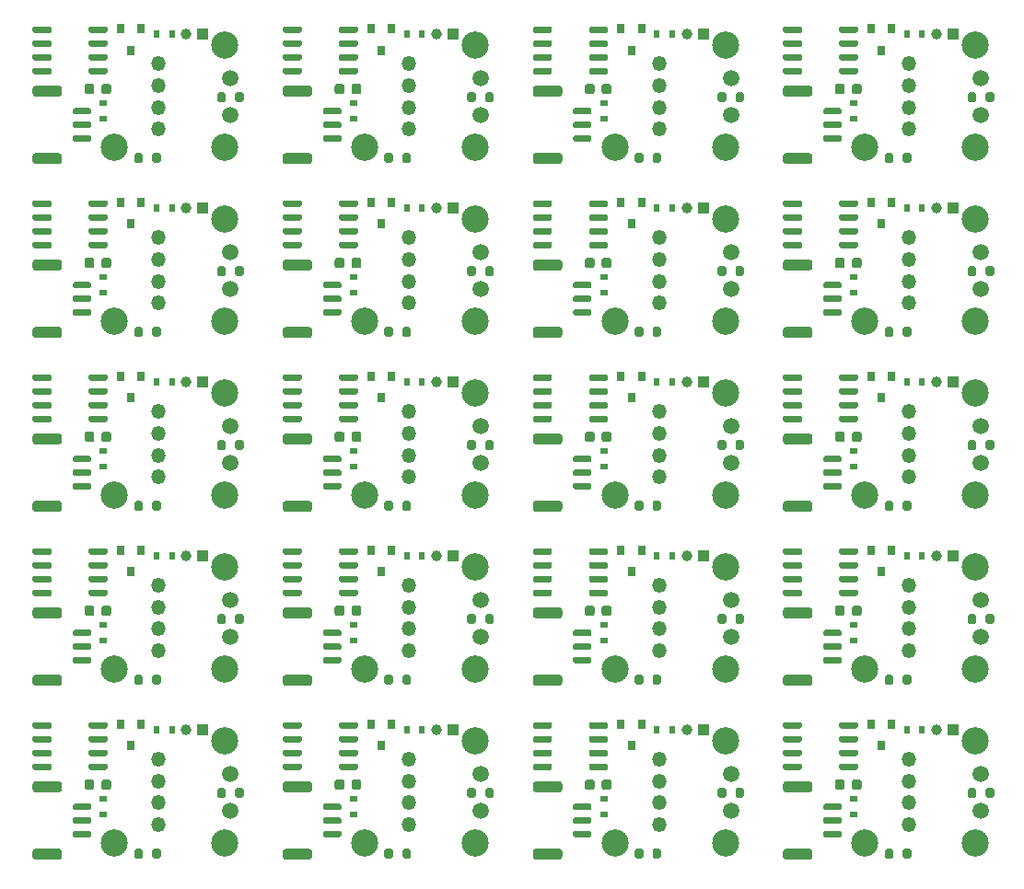
<source format=gts>
G04 #@! TF.GenerationSoftware,KiCad,Pcbnew,(5.1.8)-1*
G04 #@! TF.CreationDate,2021-11-13T10:16:22+08:00*
G04 #@! TF.ProjectId,haptic-cloth-panelized-small,68617074-6963-42d6-936c-6f74682d7061,rev?*
G04 #@! TF.SameCoordinates,Original*
G04 #@! TF.FileFunction,Soldermask,Top*
G04 #@! TF.FilePolarity,Negative*
%FSLAX46Y46*%
G04 Gerber Fmt 4.6, Leading zero omitted, Abs format (unit mm)*
G04 Created by KiCad (PCBNEW (5.1.8)-1) date 2021-11-13 10:16:22*
%MOMM*%
%LPD*%
G01*
G04 APERTURE LIST*
%ADD10R,0.800000X0.900000*%
%ADD11R,0.600000X0.700000*%
%ADD12R,0.700000X0.600000*%
%ADD13C,1.500000*%
%ADD14C,2.500000*%
%ADD15R,1.000000X1.000000*%
%ADD16C,1.000000*%
%ADD17O,1.350000X1.350000*%
G04 APERTURE END LIST*
D10*
X129410028Y-114920037D03*
X127510028Y-114920037D03*
X128460028Y-116920037D03*
D11*
X130808028Y-115412037D03*
X132208028Y-115412037D03*
D12*
X125920028Y-123224037D03*
X125920028Y-121824037D03*
D13*
X137604028Y-119476037D03*
X137604028Y-122876037D03*
G36*
G01*
X123260028Y-122244037D02*
X124660028Y-122244037D01*
G75*
G02*
X124810028Y-122394037I0J-150000D01*
G01*
X124810028Y-122694037D01*
G75*
G02*
X124660028Y-122844037I-150000J0D01*
G01*
X123260028Y-122844037D01*
G75*
G02*
X123110028Y-122694037I0J150000D01*
G01*
X123110028Y-122394037D01*
G75*
G02*
X123260028Y-122244037I150000J0D01*
G01*
G37*
G36*
G01*
X123260028Y-123494037D02*
X124660028Y-123494037D01*
G75*
G02*
X124810028Y-123644037I0J-150000D01*
G01*
X124810028Y-123944037D01*
G75*
G02*
X124660028Y-124094037I-150000J0D01*
G01*
X123260028Y-124094037D01*
G75*
G02*
X123110028Y-123944037I0J150000D01*
G01*
X123110028Y-123644037D01*
G75*
G02*
X123260028Y-123494037I150000J0D01*
G01*
G37*
G36*
G01*
X123260028Y-124744037D02*
X124660028Y-124744037D01*
G75*
G02*
X124810028Y-124894037I0J-150000D01*
G01*
X124810028Y-125194037D01*
G75*
G02*
X124660028Y-125344037I-150000J0D01*
G01*
X123260028Y-125344037D01*
G75*
G02*
X123110028Y-125194037I0J150000D01*
G01*
X123110028Y-124894037D01*
G75*
G02*
X123260028Y-124744037I150000J0D01*
G01*
G37*
G36*
G01*
X119660028Y-120194037D02*
X121860028Y-120194037D01*
G75*
G02*
X122110028Y-120444037I0J-250000D01*
G01*
X122110028Y-120944037D01*
G75*
G02*
X121860028Y-121194037I-250000J0D01*
G01*
X119660028Y-121194037D01*
G75*
G02*
X119410028Y-120944037I0J250000D01*
G01*
X119410028Y-120444037D01*
G75*
G02*
X119660028Y-120194037I250000J0D01*
G01*
G37*
G36*
G01*
X119660028Y-126394037D02*
X121860028Y-126394037D01*
G75*
G02*
X122110028Y-126644037I0J-250000D01*
G01*
X122110028Y-127144037D01*
G75*
G02*
X121860028Y-127394037I-250000J0D01*
G01*
X119660028Y-127394037D01*
G75*
G02*
X119410028Y-127144037I0J250000D01*
G01*
X119410028Y-126644037D01*
G75*
G02*
X119660028Y-126394037I250000J0D01*
G01*
G37*
D14*
X126936028Y-125826037D03*
X137096028Y-116428037D03*
X137096028Y-125826037D03*
D15*
X135064028Y-115412037D03*
D16*
X133540028Y-115412037D03*
G36*
G01*
X126322028Y-118691037D02*
X126322028Y-118991037D01*
G75*
G02*
X126172028Y-119141037I-150000J0D01*
G01*
X124722028Y-119141037D01*
G75*
G02*
X124572028Y-118991037I0J150000D01*
G01*
X124572028Y-118691037D01*
G75*
G02*
X124722028Y-118541037I150000J0D01*
G01*
X126172028Y-118541037D01*
G75*
G02*
X126322028Y-118691037I0J-150000D01*
G01*
G37*
G36*
G01*
X126322028Y-117421037D02*
X126322028Y-117721037D01*
G75*
G02*
X126172028Y-117871037I-150000J0D01*
G01*
X124722028Y-117871037D01*
G75*
G02*
X124572028Y-117721037I0J150000D01*
G01*
X124572028Y-117421037D01*
G75*
G02*
X124722028Y-117271037I150000J0D01*
G01*
X126172028Y-117271037D01*
G75*
G02*
X126322028Y-117421037I0J-150000D01*
G01*
G37*
G36*
G01*
X126322028Y-116151037D02*
X126322028Y-116451037D01*
G75*
G02*
X126172028Y-116601037I-150000J0D01*
G01*
X124722028Y-116601037D01*
G75*
G02*
X124572028Y-116451037I0J150000D01*
G01*
X124572028Y-116151037D01*
G75*
G02*
X124722028Y-116001037I150000J0D01*
G01*
X126172028Y-116001037D01*
G75*
G02*
X126322028Y-116151037I0J-150000D01*
G01*
G37*
G36*
G01*
X126322028Y-114881037D02*
X126322028Y-115181037D01*
G75*
G02*
X126172028Y-115331037I-150000J0D01*
G01*
X124722028Y-115331037D01*
G75*
G02*
X124572028Y-115181037I0J150000D01*
G01*
X124572028Y-114881037D01*
G75*
G02*
X124722028Y-114731037I150000J0D01*
G01*
X126172028Y-114731037D01*
G75*
G02*
X126322028Y-114881037I0J-150000D01*
G01*
G37*
G36*
G01*
X121172028Y-114881037D02*
X121172028Y-115181037D01*
G75*
G02*
X121022028Y-115331037I-150000J0D01*
G01*
X119572028Y-115331037D01*
G75*
G02*
X119422028Y-115181037I0J150000D01*
G01*
X119422028Y-114881037D01*
G75*
G02*
X119572028Y-114731037I150000J0D01*
G01*
X121022028Y-114731037D01*
G75*
G02*
X121172028Y-114881037I0J-150000D01*
G01*
G37*
G36*
G01*
X121172028Y-116151037D02*
X121172028Y-116451037D01*
G75*
G02*
X121022028Y-116601037I-150000J0D01*
G01*
X119572028Y-116601037D01*
G75*
G02*
X119422028Y-116451037I0J150000D01*
G01*
X119422028Y-116151037D01*
G75*
G02*
X119572028Y-116001037I150000J0D01*
G01*
X121022028Y-116001037D01*
G75*
G02*
X121172028Y-116151037I0J-150000D01*
G01*
G37*
G36*
G01*
X121172028Y-117421037D02*
X121172028Y-117721037D01*
G75*
G02*
X121022028Y-117871037I-150000J0D01*
G01*
X119572028Y-117871037D01*
G75*
G02*
X119422028Y-117721037I0J150000D01*
G01*
X119422028Y-117421037D01*
G75*
G02*
X119572028Y-117271037I150000J0D01*
G01*
X121022028Y-117271037D01*
G75*
G02*
X121172028Y-117421037I0J-150000D01*
G01*
G37*
G36*
G01*
X121172028Y-118691037D02*
X121172028Y-118991037D01*
G75*
G02*
X121022028Y-119141037I-150000J0D01*
G01*
X119572028Y-119141037D01*
G75*
G02*
X119422028Y-118991037I0J150000D01*
G01*
X119422028Y-118691037D01*
G75*
G02*
X119572028Y-118541037I150000J0D01*
G01*
X121022028Y-118541037D01*
G75*
G02*
X121172028Y-118691037I0J-150000D01*
G01*
G37*
G36*
G01*
X131209028Y-126567037D02*
X131209028Y-127117037D01*
G75*
G02*
X131009028Y-127317037I-200000J0D01*
G01*
X130609028Y-127317037D01*
G75*
G02*
X130409028Y-127117037I0J200000D01*
G01*
X130409028Y-126567037D01*
G75*
G02*
X130609028Y-126367037I200000J0D01*
G01*
X131009028Y-126367037D01*
G75*
G02*
X131209028Y-126567037I0J-200000D01*
G01*
G37*
G36*
G01*
X129559028Y-126567037D02*
X129559028Y-127117037D01*
G75*
G02*
X129359028Y-127317037I-200000J0D01*
G01*
X128959028Y-127317037D01*
G75*
G02*
X128759028Y-127117037I0J200000D01*
G01*
X128759028Y-126567037D01*
G75*
G02*
X128959028Y-126367037I200000J0D01*
G01*
X129359028Y-126367037D01*
G75*
G02*
X129559028Y-126567037I0J-200000D01*
G01*
G37*
G36*
G01*
X126637028Y-120242037D02*
X126637028Y-120742037D01*
G75*
G02*
X126412028Y-120967037I-225000J0D01*
G01*
X125962028Y-120967037D01*
G75*
G02*
X125737028Y-120742037I0J225000D01*
G01*
X125737028Y-120242037D01*
G75*
G02*
X125962028Y-120017037I225000J0D01*
G01*
X126412028Y-120017037D01*
G75*
G02*
X126637028Y-120242037I0J-225000D01*
G01*
G37*
G36*
G01*
X125087028Y-120242037D02*
X125087028Y-120742037D01*
G75*
G02*
X124862028Y-120967037I-225000J0D01*
G01*
X124412028Y-120967037D01*
G75*
G02*
X124187028Y-120742037I0J225000D01*
G01*
X124187028Y-120242037D01*
G75*
G02*
X124412028Y-120017037I225000J0D01*
G01*
X124862028Y-120017037D01*
G75*
G02*
X125087028Y-120242037I0J-225000D01*
G01*
G37*
G36*
G01*
X136379028Y-121529037D02*
X136379028Y-120979037D01*
G75*
G02*
X136579028Y-120779037I200000J0D01*
G01*
X136979028Y-120779037D01*
G75*
G02*
X137179028Y-120979037I0J-200000D01*
G01*
X137179028Y-121529037D01*
G75*
G02*
X136979028Y-121729037I-200000J0D01*
G01*
X136579028Y-121729037D01*
G75*
G02*
X136379028Y-121529037I0J200000D01*
G01*
G37*
G36*
G01*
X138029028Y-121529037D02*
X138029028Y-120979037D01*
G75*
G02*
X138229028Y-120779037I200000J0D01*
G01*
X138629028Y-120779037D01*
G75*
G02*
X138829028Y-120979037I0J-200000D01*
G01*
X138829028Y-121529037D01*
G75*
G02*
X138629028Y-121729037I-200000J0D01*
G01*
X138229028Y-121729037D01*
G75*
G02*
X138029028Y-121529037I0J200000D01*
G01*
G37*
D17*
X131000028Y-124174037D03*
X131000028Y-122174037D03*
X131000028Y-120174037D03*
X131000028Y-118174037D03*
D10*
X106410019Y-114920037D03*
X104510019Y-114920037D03*
X105460019Y-116920037D03*
D11*
X107808019Y-115412037D03*
X109208019Y-115412037D03*
D12*
X102920019Y-123224037D03*
X102920019Y-121824037D03*
D13*
X114604019Y-119476037D03*
X114604019Y-122876037D03*
G36*
G01*
X100260019Y-122244037D02*
X101660019Y-122244037D01*
G75*
G02*
X101810019Y-122394037I0J-150000D01*
G01*
X101810019Y-122694037D01*
G75*
G02*
X101660019Y-122844037I-150000J0D01*
G01*
X100260019Y-122844037D01*
G75*
G02*
X100110019Y-122694037I0J150000D01*
G01*
X100110019Y-122394037D01*
G75*
G02*
X100260019Y-122244037I150000J0D01*
G01*
G37*
G36*
G01*
X100260019Y-123494037D02*
X101660019Y-123494037D01*
G75*
G02*
X101810019Y-123644037I0J-150000D01*
G01*
X101810019Y-123944037D01*
G75*
G02*
X101660019Y-124094037I-150000J0D01*
G01*
X100260019Y-124094037D01*
G75*
G02*
X100110019Y-123944037I0J150000D01*
G01*
X100110019Y-123644037D01*
G75*
G02*
X100260019Y-123494037I150000J0D01*
G01*
G37*
G36*
G01*
X100260019Y-124744037D02*
X101660019Y-124744037D01*
G75*
G02*
X101810019Y-124894037I0J-150000D01*
G01*
X101810019Y-125194037D01*
G75*
G02*
X101660019Y-125344037I-150000J0D01*
G01*
X100260019Y-125344037D01*
G75*
G02*
X100110019Y-125194037I0J150000D01*
G01*
X100110019Y-124894037D01*
G75*
G02*
X100260019Y-124744037I150000J0D01*
G01*
G37*
G36*
G01*
X96660019Y-120194037D02*
X98860019Y-120194037D01*
G75*
G02*
X99110019Y-120444037I0J-250000D01*
G01*
X99110019Y-120944037D01*
G75*
G02*
X98860019Y-121194037I-250000J0D01*
G01*
X96660019Y-121194037D01*
G75*
G02*
X96410019Y-120944037I0J250000D01*
G01*
X96410019Y-120444037D01*
G75*
G02*
X96660019Y-120194037I250000J0D01*
G01*
G37*
G36*
G01*
X96660019Y-126394037D02*
X98860019Y-126394037D01*
G75*
G02*
X99110019Y-126644037I0J-250000D01*
G01*
X99110019Y-127144037D01*
G75*
G02*
X98860019Y-127394037I-250000J0D01*
G01*
X96660019Y-127394037D01*
G75*
G02*
X96410019Y-127144037I0J250000D01*
G01*
X96410019Y-126644037D01*
G75*
G02*
X96660019Y-126394037I250000J0D01*
G01*
G37*
D14*
X103936019Y-125826037D03*
X114096019Y-116428037D03*
X114096019Y-125826037D03*
D15*
X112064019Y-115412037D03*
D16*
X110540019Y-115412037D03*
G36*
G01*
X103322019Y-118691037D02*
X103322019Y-118991037D01*
G75*
G02*
X103172019Y-119141037I-150000J0D01*
G01*
X101722019Y-119141037D01*
G75*
G02*
X101572019Y-118991037I0J150000D01*
G01*
X101572019Y-118691037D01*
G75*
G02*
X101722019Y-118541037I150000J0D01*
G01*
X103172019Y-118541037D01*
G75*
G02*
X103322019Y-118691037I0J-150000D01*
G01*
G37*
G36*
G01*
X103322019Y-117421037D02*
X103322019Y-117721037D01*
G75*
G02*
X103172019Y-117871037I-150000J0D01*
G01*
X101722019Y-117871037D01*
G75*
G02*
X101572019Y-117721037I0J150000D01*
G01*
X101572019Y-117421037D01*
G75*
G02*
X101722019Y-117271037I150000J0D01*
G01*
X103172019Y-117271037D01*
G75*
G02*
X103322019Y-117421037I0J-150000D01*
G01*
G37*
G36*
G01*
X103322019Y-116151037D02*
X103322019Y-116451037D01*
G75*
G02*
X103172019Y-116601037I-150000J0D01*
G01*
X101722019Y-116601037D01*
G75*
G02*
X101572019Y-116451037I0J150000D01*
G01*
X101572019Y-116151037D01*
G75*
G02*
X101722019Y-116001037I150000J0D01*
G01*
X103172019Y-116001037D01*
G75*
G02*
X103322019Y-116151037I0J-150000D01*
G01*
G37*
G36*
G01*
X103322019Y-114881037D02*
X103322019Y-115181037D01*
G75*
G02*
X103172019Y-115331037I-150000J0D01*
G01*
X101722019Y-115331037D01*
G75*
G02*
X101572019Y-115181037I0J150000D01*
G01*
X101572019Y-114881037D01*
G75*
G02*
X101722019Y-114731037I150000J0D01*
G01*
X103172019Y-114731037D01*
G75*
G02*
X103322019Y-114881037I0J-150000D01*
G01*
G37*
G36*
G01*
X98172019Y-114881037D02*
X98172019Y-115181037D01*
G75*
G02*
X98022019Y-115331037I-150000J0D01*
G01*
X96572019Y-115331037D01*
G75*
G02*
X96422019Y-115181037I0J150000D01*
G01*
X96422019Y-114881037D01*
G75*
G02*
X96572019Y-114731037I150000J0D01*
G01*
X98022019Y-114731037D01*
G75*
G02*
X98172019Y-114881037I0J-150000D01*
G01*
G37*
G36*
G01*
X98172019Y-116151037D02*
X98172019Y-116451037D01*
G75*
G02*
X98022019Y-116601037I-150000J0D01*
G01*
X96572019Y-116601037D01*
G75*
G02*
X96422019Y-116451037I0J150000D01*
G01*
X96422019Y-116151037D01*
G75*
G02*
X96572019Y-116001037I150000J0D01*
G01*
X98022019Y-116001037D01*
G75*
G02*
X98172019Y-116151037I0J-150000D01*
G01*
G37*
G36*
G01*
X98172019Y-117421037D02*
X98172019Y-117721037D01*
G75*
G02*
X98022019Y-117871037I-150000J0D01*
G01*
X96572019Y-117871037D01*
G75*
G02*
X96422019Y-117721037I0J150000D01*
G01*
X96422019Y-117421037D01*
G75*
G02*
X96572019Y-117271037I150000J0D01*
G01*
X98022019Y-117271037D01*
G75*
G02*
X98172019Y-117421037I0J-150000D01*
G01*
G37*
G36*
G01*
X98172019Y-118691037D02*
X98172019Y-118991037D01*
G75*
G02*
X98022019Y-119141037I-150000J0D01*
G01*
X96572019Y-119141037D01*
G75*
G02*
X96422019Y-118991037I0J150000D01*
G01*
X96422019Y-118691037D01*
G75*
G02*
X96572019Y-118541037I150000J0D01*
G01*
X98022019Y-118541037D01*
G75*
G02*
X98172019Y-118691037I0J-150000D01*
G01*
G37*
G36*
G01*
X108209019Y-126567037D02*
X108209019Y-127117037D01*
G75*
G02*
X108009019Y-127317037I-200000J0D01*
G01*
X107609019Y-127317037D01*
G75*
G02*
X107409019Y-127117037I0J200000D01*
G01*
X107409019Y-126567037D01*
G75*
G02*
X107609019Y-126367037I200000J0D01*
G01*
X108009019Y-126367037D01*
G75*
G02*
X108209019Y-126567037I0J-200000D01*
G01*
G37*
G36*
G01*
X106559019Y-126567037D02*
X106559019Y-127117037D01*
G75*
G02*
X106359019Y-127317037I-200000J0D01*
G01*
X105959019Y-127317037D01*
G75*
G02*
X105759019Y-127117037I0J200000D01*
G01*
X105759019Y-126567037D01*
G75*
G02*
X105959019Y-126367037I200000J0D01*
G01*
X106359019Y-126367037D01*
G75*
G02*
X106559019Y-126567037I0J-200000D01*
G01*
G37*
G36*
G01*
X103637019Y-120242037D02*
X103637019Y-120742037D01*
G75*
G02*
X103412019Y-120967037I-225000J0D01*
G01*
X102962019Y-120967037D01*
G75*
G02*
X102737019Y-120742037I0J225000D01*
G01*
X102737019Y-120242037D01*
G75*
G02*
X102962019Y-120017037I225000J0D01*
G01*
X103412019Y-120017037D01*
G75*
G02*
X103637019Y-120242037I0J-225000D01*
G01*
G37*
G36*
G01*
X102087019Y-120242037D02*
X102087019Y-120742037D01*
G75*
G02*
X101862019Y-120967037I-225000J0D01*
G01*
X101412019Y-120967037D01*
G75*
G02*
X101187019Y-120742037I0J225000D01*
G01*
X101187019Y-120242037D01*
G75*
G02*
X101412019Y-120017037I225000J0D01*
G01*
X101862019Y-120017037D01*
G75*
G02*
X102087019Y-120242037I0J-225000D01*
G01*
G37*
G36*
G01*
X113379019Y-121529037D02*
X113379019Y-120979037D01*
G75*
G02*
X113579019Y-120779037I200000J0D01*
G01*
X113979019Y-120779037D01*
G75*
G02*
X114179019Y-120979037I0J-200000D01*
G01*
X114179019Y-121529037D01*
G75*
G02*
X113979019Y-121729037I-200000J0D01*
G01*
X113579019Y-121729037D01*
G75*
G02*
X113379019Y-121529037I0J200000D01*
G01*
G37*
G36*
G01*
X115029019Y-121529037D02*
X115029019Y-120979037D01*
G75*
G02*
X115229019Y-120779037I200000J0D01*
G01*
X115629019Y-120779037D01*
G75*
G02*
X115829019Y-120979037I0J-200000D01*
G01*
X115829019Y-121529037D01*
G75*
G02*
X115629019Y-121729037I-200000J0D01*
G01*
X115229019Y-121729037D01*
G75*
G02*
X115029019Y-121529037I0J200000D01*
G01*
G37*
D17*
X108000019Y-124174037D03*
X108000019Y-122174037D03*
X108000019Y-120174037D03*
X108000019Y-118174037D03*
D10*
X83410010Y-114920037D03*
X81510010Y-114920037D03*
X82460010Y-116920037D03*
D11*
X84808010Y-115412037D03*
X86208010Y-115412037D03*
D12*
X79920010Y-123224037D03*
X79920010Y-121824037D03*
D13*
X91604010Y-119476037D03*
X91604010Y-122876037D03*
G36*
G01*
X77260010Y-122244037D02*
X78660010Y-122244037D01*
G75*
G02*
X78810010Y-122394037I0J-150000D01*
G01*
X78810010Y-122694037D01*
G75*
G02*
X78660010Y-122844037I-150000J0D01*
G01*
X77260010Y-122844037D01*
G75*
G02*
X77110010Y-122694037I0J150000D01*
G01*
X77110010Y-122394037D01*
G75*
G02*
X77260010Y-122244037I150000J0D01*
G01*
G37*
G36*
G01*
X77260010Y-123494037D02*
X78660010Y-123494037D01*
G75*
G02*
X78810010Y-123644037I0J-150000D01*
G01*
X78810010Y-123944037D01*
G75*
G02*
X78660010Y-124094037I-150000J0D01*
G01*
X77260010Y-124094037D01*
G75*
G02*
X77110010Y-123944037I0J150000D01*
G01*
X77110010Y-123644037D01*
G75*
G02*
X77260010Y-123494037I150000J0D01*
G01*
G37*
G36*
G01*
X77260010Y-124744037D02*
X78660010Y-124744037D01*
G75*
G02*
X78810010Y-124894037I0J-150000D01*
G01*
X78810010Y-125194037D01*
G75*
G02*
X78660010Y-125344037I-150000J0D01*
G01*
X77260010Y-125344037D01*
G75*
G02*
X77110010Y-125194037I0J150000D01*
G01*
X77110010Y-124894037D01*
G75*
G02*
X77260010Y-124744037I150000J0D01*
G01*
G37*
G36*
G01*
X73660010Y-120194037D02*
X75860010Y-120194037D01*
G75*
G02*
X76110010Y-120444037I0J-250000D01*
G01*
X76110010Y-120944037D01*
G75*
G02*
X75860010Y-121194037I-250000J0D01*
G01*
X73660010Y-121194037D01*
G75*
G02*
X73410010Y-120944037I0J250000D01*
G01*
X73410010Y-120444037D01*
G75*
G02*
X73660010Y-120194037I250000J0D01*
G01*
G37*
G36*
G01*
X73660010Y-126394037D02*
X75860010Y-126394037D01*
G75*
G02*
X76110010Y-126644037I0J-250000D01*
G01*
X76110010Y-127144037D01*
G75*
G02*
X75860010Y-127394037I-250000J0D01*
G01*
X73660010Y-127394037D01*
G75*
G02*
X73410010Y-127144037I0J250000D01*
G01*
X73410010Y-126644037D01*
G75*
G02*
X73660010Y-126394037I250000J0D01*
G01*
G37*
D14*
X80936010Y-125826037D03*
X91096010Y-116428037D03*
X91096010Y-125826037D03*
D15*
X89064010Y-115412037D03*
D16*
X87540010Y-115412037D03*
G36*
G01*
X80322010Y-118691037D02*
X80322010Y-118991037D01*
G75*
G02*
X80172010Y-119141037I-150000J0D01*
G01*
X78722010Y-119141037D01*
G75*
G02*
X78572010Y-118991037I0J150000D01*
G01*
X78572010Y-118691037D01*
G75*
G02*
X78722010Y-118541037I150000J0D01*
G01*
X80172010Y-118541037D01*
G75*
G02*
X80322010Y-118691037I0J-150000D01*
G01*
G37*
G36*
G01*
X80322010Y-117421037D02*
X80322010Y-117721037D01*
G75*
G02*
X80172010Y-117871037I-150000J0D01*
G01*
X78722010Y-117871037D01*
G75*
G02*
X78572010Y-117721037I0J150000D01*
G01*
X78572010Y-117421037D01*
G75*
G02*
X78722010Y-117271037I150000J0D01*
G01*
X80172010Y-117271037D01*
G75*
G02*
X80322010Y-117421037I0J-150000D01*
G01*
G37*
G36*
G01*
X80322010Y-116151037D02*
X80322010Y-116451037D01*
G75*
G02*
X80172010Y-116601037I-150000J0D01*
G01*
X78722010Y-116601037D01*
G75*
G02*
X78572010Y-116451037I0J150000D01*
G01*
X78572010Y-116151037D01*
G75*
G02*
X78722010Y-116001037I150000J0D01*
G01*
X80172010Y-116001037D01*
G75*
G02*
X80322010Y-116151037I0J-150000D01*
G01*
G37*
G36*
G01*
X80322010Y-114881037D02*
X80322010Y-115181037D01*
G75*
G02*
X80172010Y-115331037I-150000J0D01*
G01*
X78722010Y-115331037D01*
G75*
G02*
X78572010Y-115181037I0J150000D01*
G01*
X78572010Y-114881037D01*
G75*
G02*
X78722010Y-114731037I150000J0D01*
G01*
X80172010Y-114731037D01*
G75*
G02*
X80322010Y-114881037I0J-150000D01*
G01*
G37*
G36*
G01*
X75172010Y-114881037D02*
X75172010Y-115181037D01*
G75*
G02*
X75022010Y-115331037I-150000J0D01*
G01*
X73572010Y-115331037D01*
G75*
G02*
X73422010Y-115181037I0J150000D01*
G01*
X73422010Y-114881037D01*
G75*
G02*
X73572010Y-114731037I150000J0D01*
G01*
X75022010Y-114731037D01*
G75*
G02*
X75172010Y-114881037I0J-150000D01*
G01*
G37*
G36*
G01*
X75172010Y-116151037D02*
X75172010Y-116451037D01*
G75*
G02*
X75022010Y-116601037I-150000J0D01*
G01*
X73572010Y-116601037D01*
G75*
G02*
X73422010Y-116451037I0J150000D01*
G01*
X73422010Y-116151037D01*
G75*
G02*
X73572010Y-116001037I150000J0D01*
G01*
X75022010Y-116001037D01*
G75*
G02*
X75172010Y-116151037I0J-150000D01*
G01*
G37*
G36*
G01*
X75172010Y-117421037D02*
X75172010Y-117721037D01*
G75*
G02*
X75022010Y-117871037I-150000J0D01*
G01*
X73572010Y-117871037D01*
G75*
G02*
X73422010Y-117721037I0J150000D01*
G01*
X73422010Y-117421037D01*
G75*
G02*
X73572010Y-117271037I150000J0D01*
G01*
X75022010Y-117271037D01*
G75*
G02*
X75172010Y-117421037I0J-150000D01*
G01*
G37*
G36*
G01*
X75172010Y-118691037D02*
X75172010Y-118991037D01*
G75*
G02*
X75022010Y-119141037I-150000J0D01*
G01*
X73572010Y-119141037D01*
G75*
G02*
X73422010Y-118991037I0J150000D01*
G01*
X73422010Y-118691037D01*
G75*
G02*
X73572010Y-118541037I150000J0D01*
G01*
X75022010Y-118541037D01*
G75*
G02*
X75172010Y-118691037I0J-150000D01*
G01*
G37*
G36*
G01*
X85209010Y-126567037D02*
X85209010Y-127117037D01*
G75*
G02*
X85009010Y-127317037I-200000J0D01*
G01*
X84609010Y-127317037D01*
G75*
G02*
X84409010Y-127117037I0J200000D01*
G01*
X84409010Y-126567037D01*
G75*
G02*
X84609010Y-126367037I200000J0D01*
G01*
X85009010Y-126367037D01*
G75*
G02*
X85209010Y-126567037I0J-200000D01*
G01*
G37*
G36*
G01*
X83559010Y-126567037D02*
X83559010Y-127117037D01*
G75*
G02*
X83359010Y-127317037I-200000J0D01*
G01*
X82959010Y-127317037D01*
G75*
G02*
X82759010Y-127117037I0J200000D01*
G01*
X82759010Y-126567037D01*
G75*
G02*
X82959010Y-126367037I200000J0D01*
G01*
X83359010Y-126367037D01*
G75*
G02*
X83559010Y-126567037I0J-200000D01*
G01*
G37*
G36*
G01*
X80637010Y-120242037D02*
X80637010Y-120742037D01*
G75*
G02*
X80412010Y-120967037I-225000J0D01*
G01*
X79962010Y-120967037D01*
G75*
G02*
X79737010Y-120742037I0J225000D01*
G01*
X79737010Y-120242037D01*
G75*
G02*
X79962010Y-120017037I225000J0D01*
G01*
X80412010Y-120017037D01*
G75*
G02*
X80637010Y-120242037I0J-225000D01*
G01*
G37*
G36*
G01*
X79087010Y-120242037D02*
X79087010Y-120742037D01*
G75*
G02*
X78862010Y-120967037I-225000J0D01*
G01*
X78412010Y-120967037D01*
G75*
G02*
X78187010Y-120742037I0J225000D01*
G01*
X78187010Y-120242037D01*
G75*
G02*
X78412010Y-120017037I225000J0D01*
G01*
X78862010Y-120017037D01*
G75*
G02*
X79087010Y-120242037I0J-225000D01*
G01*
G37*
G36*
G01*
X90379010Y-121529037D02*
X90379010Y-120979037D01*
G75*
G02*
X90579010Y-120779037I200000J0D01*
G01*
X90979010Y-120779037D01*
G75*
G02*
X91179010Y-120979037I0J-200000D01*
G01*
X91179010Y-121529037D01*
G75*
G02*
X90979010Y-121729037I-200000J0D01*
G01*
X90579010Y-121729037D01*
G75*
G02*
X90379010Y-121529037I0J200000D01*
G01*
G37*
G36*
G01*
X92029010Y-121529037D02*
X92029010Y-120979037D01*
G75*
G02*
X92229010Y-120779037I200000J0D01*
G01*
X92629010Y-120779037D01*
G75*
G02*
X92829010Y-120979037I0J-200000D01*
G01*
X92829010Y-121529037D01*
G75*
G02*
X92629010Y-121729037I-200000J0D01*
G01*
X92229010Y-121729037D01*
G75*
G02*
X92029010Y-121529037I0J200000D01*
G01*
G37*
D17*
X85000010Y-124174037D03*
X85000010Y-122174037D03*
X85000010Y-120174037D03*
X85000010Y-118174037D03*
D10*
X60410001Y-114920037D03*
X58510001Y-114920037D03*
X59460001Y-116920037D03*
D11*
X61808001Y-115412037D03*
X63208001Y-115412037D03*
D12*
X56920001Y-123224037D03*
X56920001Y-121824037D03*
D13*
X68604001Y-119476037D03*
X68604001Y-122876037D03*
G36*
G01*
X54260001Y-122244037D02*
X55660001Y-122244037D01*
G75*
G02*
X55810001Y-122394037I0J-150000D01*
G01*
X55810001Y-122694037D01*
G75*
G02*
X55660001Y-122844037I-150000J0D01*
G01*
X54260001Y-122844037D01*
G75*
G02*
X54110001Y-122694037I0J150000D01*
G01*
X54110001Y-122394037D01*
G75*
G02*
X54260001Y-122244037I150000J0D01*
G01*
G37*
G36*
G01*
X54260001Y-123494037D02*
X55660001Y-123494037D01*
G75*
G02*
X55810001Y-123644037I0J-150000D01*
G01*
X55810001Y-123944037D01*
G75*
G02*
X55660001Y-124094037I-150000J0D01*
G01*
X54260001Y-124094037D01*
G75*
G02*
X54110001Y-123944037I0J150000D01*
G01*
X54110001Y-123644037D01*
G75*
G02*
X54260001Y-123494037I150000J0D01*
G01*
G37*
G36*
G01*
X54260001Y-124744037D02*
X55660001Y-124744037D01*
G75*
G02*
X55810001Y-124894037I0J-150000D01*
G01*
X55810001Y-125194037D01*
G75*
G02*
X55660001Y-125344037I-150000J0D01*
G01*
X54260001Y-125344037D01*
G75*
G02*
X54110001Y-125194037I0J150000D01*
G01*
X54110001Y-124894037D01*
G75*
G02*
X54260001Y-124744037I150000J0D01*
G01*
G37*
G36*
G01*
X50660001Y-120194037D02*
X52860001Y-120194037D01*
G75*
G02*
X53110001Y-120444037I0J-250000D01*
G01*
X53110001Y-120944037D01*
G75*
G02*
X52860001Y-121194037I-250000J0D01*
G01*
X50660001Y-121194037D01*
G75*
G02*
X50410001Y-120944037I0J250000D01*
G01*
X50410001Y-120444037D01*
G75*
G02*
X50660001Y-120194037I250000J0D01*
G01*
G37*
G36*
G01*
X50660001Y-126394037D02*
X52860001Y-126394037D01*
G75*
G02*
X53110001Y-126644037I0J-250000D01*
G01*
X53110001Y-127144037D01*
G75*
G02*
X52860001Y-127394037I-250000J0D01*
G01*
X50660001Y-127394037D01*
G75*
G02*
X50410001Y-127144037I0J250000D01*
G01*
X50410001Y-126644037D01*
G75*
G02*
X50660001Y-126394037I250000J0D01*
G01*
G37*
D14*
X57936001Y-125826037D03*
X68096001Y-116428037D03*
X68096001Y-125826037D03*
D15*
X66064001Y-115412037D03*
D16*
X64540001Y-115412037D03*
G36*
G01*
X57322001Y-118691037D02*
X57322001Y-118991037D01*
G75*
G02*
X57172001Y-119141037I-150000J0D01*
G01*
X55722001Y-119141037D01*
G75*
G02*
X55572001Y-118991037I0J150000D01*
G01*
X55572001Y-118691037D01*
G75*
G02*
X55722001Y-118541037I150000J0D01*
G01*
X57172001Y-118541037D01*
G75*
G02*
X57322001Y-118691037I0J-150000D01*
G01*
G37*
G36*
G01*
X57322001Y-117421037D02*
X57322001Y-117721037D01*
G75*
G02*
X57172001Y-117871037I-150000J0D01*
G01*
X55722001Y-117871037D01*
G75*
G02*
X55572001Y-117721037I0J150000D01*
G01*
X55572001Y-117421037D01*
G75*
G02*
X55722001Y-117271037I150000J0D01*
G01*
X57172001Y-117271037D01*
G75*
G02*
X57322001Y-117421037I0J-150000D01*
G01*
G37*
G36*
G01*
X57322001Y-116151037D02*
X57322001Y-116451037D01*
G75*
G02*
X57172001Y-116601037I-150000J0D01*
G01*
X55722001Y-116601037D01*
G75*
G02*
X55572001Y-116451037I0J150000D01*
G01*
X55572001Y-116151037D01*
G75*
G02*
X55722001Y-116001037I150000J0D01*
G01*
X57172001Y-116001037D01*
G75*
G02*
X57322001Y-116151037I0J-150000D01*
G01*
G37*
G36*
G01*
X57322001Y-114881037D02*
X57322001Y-115181037D01*
G75*
G02*
X57172001Y-115331037I-150000J0D01*
G01*
X55722001Y-115331037D01*
G75*
G02*
X55572001Y-115181037I0J150000D01*
G01*
X55572001Y-114881037D01*
G75*
G02*
X55722001Y-114731037I150000J0D01*
G01*
X57172001Y-114731037D01*
G75*
G02*
X57322001Y-114881037I0J-150000D01*
G01*
G37*
G36*
G01*
X52172001Y-114881037D02*
X52172001Y-115181037D01*
G75*
G02*
X52022001Y-115331037I-150000J0D01*
G01*
X50572001Y-115331037D01*
G75*
G02*
X50422001Y-115181037I0J150000D01*
G01*
X50422001Y-114881037D01*
G75*
G02*
X50572001Y-114731037I150000J0D01*
G01*
X52022001Y-114731037D01*
G75*
G02*
X52172001Y-114881037I0J-150000D01*
G01*
G37*
G36*
G01*
X52172001Y-116151037D02*
X52172001Y-116451037D01*
G75*
G02*
X52022001Y-116601037I-150000J0D01*
G01*
X50572001Y-116601037D01*
G75*
G02*
X50422001Y-116451037I0J150000D01*
G01*
X50422001Y-116151037D01*
G75*
G02*
X50572001Y-116001037I150000J0D01*
G01*
X52022001Y-116001037D01*
G75*
G02*
X52172001Y-116151037I0J-150000D01*
G01*
G37*
G36*
G01*
X52172001Y-117421037D02*
X52172001Y-117721037D01*
G75*
G02*
X52022001Y-117871037I-150000J0D01*
G01*
X50572001Y-117871037D01*
G75*
G02*
X50422001Y-117721037I0J150000D01*
G01*
X50422001Y-117421037D01*
G75*
G02*
X50572001Y-117271037I150000J0D01*
G01*
X52022001Y-117271037D01*
G75*
G02*
X52172001Y-117421037I0J-150000D01*
G01*
G37*
G36*
G01*
X52172001Y-118691037D02*
X52172001Y-118991037D01*
G75*
G02*
X52022001Y-119141037I-150000J0D01*
G01*
X50572001Y-119141037D01*
G75*
G02*
X50422001Y-118991037I0J150000D01*
G01*
X50422001Y-118691037D01*
G75*
G02*
X50572001Y-118541037I150000J0D01*
G01*
X52022001Y-118541037D01*
G75*
G02*
X52172001Y-118691037I0J-150000D01*
G01*
G37*
G36*
G01*
X62209001Y-126567037D02*
X62209001Y-127117037D01*
G75*
G02*
X62009001Y-127317037I-200000J0D01*
G01*
X61609001Y-127317037D01*
G75*
G02*
X61409001Y-127117037I0J200000D01*
G01*
X61409001Y-126567037D01*
G75*
G02*
X61609001Y-126367037I200000J0D01*
G01*
X62009001Y-126367037D01*
G75*
G02*
X62209001Y-126567037I0J-200000D01*
G01*
G37*
G36*
G01*
X60559001Y-126567037D02*
X60559001Y-127117037D01*
G75*
G02*
X60359001Y-127317037I-200000J0D01*
G01*
X59959001Y-127317037D01*
G75*
G02*
X59759001Y-127117037I0J200000D01*
G01*
X59759001Y-126567037D01*
G75*
G02*
X59959001Y-126367037I200000J0D01*
G01*
X60359001Y-126367037D01*
G75*
G02*
X60559001Y-126567037I0J-200000D01*
G01*
G37*
G36*
G01*
X57637001Y-120242037D02*
X57637001Y-120742037D01*
G75*
G02*
X57412001Y-120967037I-225000J0D01*
G01*
X56962001Y-120967037D01*
G75*
G02*
X56737001Y-120742037I0J225000D01*
G01*
X56737001Y-120242037D01*
G75*
G02*
X56962001Y-120017037I225000J0D01*
G01*
X57412001Y-120017037D01*
G75*
G02*
X57637001Y-120242037I0J-225000D01*
G01*
G37*
G36*
G01*
X56087001Y-120242037D02*
X56087001Y-120742037D01*
G75*
G02*
X55862001Y-120967037I-225000J0D01*
G01*
X55412001Y-120967037D01*
G75*
G02*
X55187001Y-120742037I0J225000D01*
G01*
X55187001Y-120242037D01*
G75*
G02*
X55412001Y-120017037I225000J0D01*
G01*
X55862001Y-120017037D01*
G75*
G02*
X56087001Y-120242037I0J-225000D01*
G01*
G37*
G36*
G01*
X67379001Y-121529037D02*
X67379001Y-120979037D01*
G75*
G02*
X67579001Y-120779037I200000J0D01*
G01*
X67979001Y-120779037D01*
G75*
G02*
X68179001Y-120979037I0J-200000D01*
G01*
X68179001Y-121529037D01*
G75*
G02*
X67979001Y-121729037I-200000J0D01*
G01*
X67579001Y-121729037D01*
G75*
G02*
X67379001Y-121529037I0J200000D01*
G01*
G37*
G36*
G01*
X69029001Y-121529037D02*
X69029001Y-120979037D01*
G75*
G02*
X69229001Y-120779037I200000J0D01*
G01*
X69629001Y-120779037D01*
G75*
G02*
X69829001Y-120979037I0J-200000D01*
G01*
X69829001Y-121529037D01*
G75*
G02*
X69629001Y-121729037I-200000J0D01*
G01*
X69229001Y-121729037D01*
G75*
G02*
X69029001Y-121529037I0J200000D01*
G01*
G37*
D17*
X62000001Y-124174037D03*
X62000001Y-122174037D03*
X62000001Y-120174037D03*
X62000001Y-118174037D03*
D10*
X129410028Y-98920028D03*
X127510028Y-98920028D03*
X128460028Y-100920028D03*
D11*
X130808028Y-99412028D03*
X132208028Y-99412028D03*
D12*
X125920028Y-107224028D03*
X125920028Y-105824028D03*
D13*
X137604028Y-103476028D03*
X137604028Y-106876028D03*
G36*
G01*
X123260028Y-106244028D02*
X124660028Y-106244028D01*
G75*
G02*
X124810028Y-106394028I0J-150000D01*
G01*
X124810028Y-106694028D01*
G75*
G02*
X124660028Y-106844028I-150000J0D01*
G01*
X123260028Y-106844028D01*
G75*
G02*
X123110028Y-106694028I0J150000D01*
G01*
X123110028Y-106394028D01*
G75*
G02*
X123260028Y-106244028I150000J0D01*
G01*
G37*
G36*
G01*
X123260028Y-107494028D02*
X124660028Y-107494028D01*
G75*
G02*
X124810028Y-107644028I0J-150000D01*
G01*
X124810028Y-107944028D01*
G75*
G02*
X124660028Y-108094028I-150000J0D01*
G01*
X123260028Y-108094028D01*
G75*
G02*
X123110028Y-107944028I0J150000D01*
G01*
X123110028Y-107644028D01*
G75*
G02*
X123260028Y-107494028I150000J0D01*
G01*
G37*
G36*
G01*
X123260028Y-108744028D02*
X124660028Y-108744028D01*
G75*
G02*
X124810028Y-108894028I0J-150000D01*
G01*
X124810028Y-109194028D01*
G75*
G02*
X124660028Y-109344028I-150000J0D01*
G01*
X123260028Y-109344028D01*
G75*
G02*
X123110028Y-109194028I0J150000D01*
G01*
X123110028Y-108894028D01*
G75*
G02*
X123260028Y-108744028I150000J0D01*
G01*
G37*
G36*
G01*
X119660028Y-104194028D02*
X121860028Y-104194028D01*
G75*
G02*
X122110028Y-104444028I0J-250000D01*
G01*
X122110028Y-104944028D01*
G75*
G02*
X121860028Y-105194028I-250000J0D01*
G01*
X119660028Y-105194028D01*
G75*
G02*
X119410028Y-104944028I0J250000D01*
G01*
X119410028Y-104444028D01*
G75*
G02*
X119660028Y-104194028I250000J0D01*
G01*
G37*
G36*
G01*
X119660028Y-110394028D02*
X121860028Y-110394028D01*
G75*
G02*
X122110028Y-110644028I0J-250000D01*
G01*
X122110028Y-111144028D01*
G75*
G02*
X121860028Y-111394028I-250000J0D01*
G01*
X119660028Y-111394028D01*
G75*
G02*
X119410028Y-111144028I0J250000D01*
G01*
X119410028Y-110644028D01*
G75*
G02*
X119660028Y-110394028I250000J0D01*
G01*
G37*
D14*
X126936028Y-109826028D03*
X137096028Y-100428028D03*
X137096028Y-109826028D03*
D15*
X135064028Y-99412028D03*
D16*
X133540028Y-99412028D03*
G36*
G01*
X126322028Y-102691028D02*
X126322028Y-102991028D01*
G75*
G02*
X126172028Y-103141028I-150000J0D01*
G01*
X124722028Y-103141028D01*
G75*
G02*
X124572028Y-102991028I0J150000D01*
G01*
X124572028Y-102691028D01*
G75*
G02*
X124722028Y-102541028I150000J0D01*
G01*
X126172028Y-102541028D01*
G75*
G02*
X126322028Y-102691028I0J-150000D01*
G01*
G37*
G36*
G01*
X126322028Y-101421028D02*
X126322028Y-101721028D01*
G75*
G02*
X126172028Y-101871028I-150000J0D01*
G01*
X124722028Y-101871028D01*
G75*
G02*
X124572028Y-101721028I0J150000D01*
G01*
X124572028Y-101421028D01*
G75*
G02*
X124722028Y-101271028I150000J0D01*
G01*
X126172028Y-101271028D01*
G75*
G02*
X126322028Y-101421028I0J-150000D01*
G01*
G37*
G36*
G01*
X126322028Y-100151028D02*
X126322028Y-100451028D01*
G75*
G02*
X126172028Y-100601028I-150000J0D01*
G01*
X124722028Y-100601028D01*
G75*
G02*
X124572028Y-100451028I0J150000D01*
G01*
X124572028Y-100151028D01*
G75*
G02*
X124722028Y-100001028I150000J0D01*
G01*
X126172028Y-100001028D01*
G75*
G02*
X126322028Y-100151028I0J-150000D01*
G01*
G37*
G36*
G01*
X126322028Y-98881028D02*
X126322028Y-99181028D01*
G75*
G02*
X126172028Y-99331028I-150000J0D01*
G01*
X124722028Y-99331028D01*
G75*
G02*
X124572028Y-99181028I0J150000D01*
G01*
X124572028Y-98881028D01*
G75*
G02*
X124722028Y-98731028I150000J0D01*
G01*
X126172028Y-98731028D01*
G75*
G02*
X126322028Y-98881028I0J-150000D01*
G01*
G37*
G36*
G01*
X121172028Y-98881028D02*
X121172028Y-99181028D01*
G75*
G02*
X121022028Y-99331028I-150000J0D01*
G01*
X119572028Y-99331028D01*
G75*
G02*
X119422028Y-99181028I0J150000D01*
G01*
X119422028Y-98881028D01*
G75*
G02*
X119572028Y-98731028I150000J0D01*
G01*
X121022028Y-98731028D01*
G75*
G02*
X121172028Y-98881028I0J-150000D01*
G01*
G37*
G36*
G01*
X121172028Y-100151028D02*
X121172028Y-100451028D01*
G75*
G02*
X121022028Y-100601028I-150000J0D01*
G01*
X119572028Y-100601028D01*
G75*
G02*
X119422028Y-100451028I0J150000D01*
G01*
X119422028Y-100151028D01*
G75*
G02*
X119572028Y-100001028I150000J0D01*
G01*
X121022028Y-100001028D01*
G75*
G02*
X121172028Y-100151028I0J-150000D01*
G01*
G37*
G36*
G01*
X121172028Y-101421028D02*
X121172028Y-101721028D01*
G75*
G02*
X121022028Y-101871028I-150000J0D01*
G01*
X119572028Y-101871028D01*
G75*
G02*
X119422028Y-101721028I0J150000D01*
G01*
X119422028Y-101421028D01*
G75*
G02*
X119572028Y-101271028I150000J0D01*
G01*
X121022028Y-101271028D01*
G75*
G02*
X121172028Y-101421028I0J-150000D01*
G01*
G37*
G36*
G01*
X121172028Y-102691028D02*
X121172028Y-102991028D01*
G75*
G02*
X121022028Y-103141028I-150000J0D01*
G01*
X119572028Y-103141028D01*
G75*
G02*
X119422028Y-102991028I0J150000D01*
G01*
X119422028Y-102691028D01*
G75*
G02*
X119572028Y-102541028I150000J0D01*
G01*
X121022028Y-102541028D01*
G75*
G02*
X121172028Y-102691028I0J-150000D01*
G01*
G37*
G36*
G01*
X131209028Y-110567028D02*
X131209028Y-111117028D01*
G75*
G02*
X131009028Y-111317028I-200000J0D01*
G01*
X130609028Y-111317028D01*
G75*
G02*
X130409028Y-111117028I0J200000D01*
G01*
X130409028Y-110567028D01*
G75*
G02*
X130609028Y-110367028I200000J0D01*
G01*
X131009028Y-110367028D01*
G75*
G02*
X131209028Y-110567028I0J-200000D01*
G01*
G37*
G36*
G01*
X129559028Y-110567028D02*
X129559028Y-111117028D01*
G75*
G02*
X129359028Y-111317028I-200000J0D01*
G01*
X128959028Y-111317028D01*
G75*
G02*
X128759028Y-111117028I0J200000D01*
G01*
X128759028Y-110567028D01*
G75*
G02*
X128959028Y-110367028I200000J0D01*
G01*
X129359028Y-110367028D01*
G75*
G02*
X129559028Y-110567028I0J-200000D01*
G01*
G37*
G36*
G01*
X126637028Y-104242028D02*
X126637028Y-104742028D01*
G75*
G02*
X126412028Y-104967028I-225000J0D01*
G01*
X125962028Y-104967028D01*
G75*
G02*
X125737028Y-104742028I0J225000D01*
G01*
X125737028Y-104242028D01*
G75*
G02*
X125962028Y-104017028I225000J0D01*
G01*
X126412028Y-104017028D01*
G75*
G02*
X126637028Y-104242028I0J-225000D01*
G01*
G37*
G36*
G01*
X125087028Y-104242028D02*
X125087028Y-104742028D01*
G75*
G02*
X124862028Y-104967028I-225000J0D01*
G01*
X124412028Y-104967028D01*
G75*
G02*
X124187028Y-104742028I0J225000D01*
G01*
X124187028Y-104242028D01*
G75*
G02*
X124412028Y-104017028I225000J0D01*
G01*
X124862028Y-104017028D01*
G75*
G02*
X125087028Y-104242028I0J-225000D01*
G01*
G37*
G36*
G01*
X136379028Y-105529028D02*
X136379028Y-104979028D01*
G75*
G02*
X136579028Y-104779028I200000J0D01*
G01*
X136979028Y-104779028D01*
G75*
G02*
X137179028Y-104979028I0J-200000D01*
G01*
X137179028Y-105529028D01*
G75*
G02*
X136979028Y-105729028I-200000J0D01*
G01*
X136579028Y-105729028D01*
G75*
G02*
X136379028Y-105529028I0J200000D01*
G01*
G37*
G36*
G01*
X138029028Y-105529028D02*
X138029028Y-104979028D01*
G75*
G02*
X138229028Y-104779028I200000J0D01*
G01*
X138629028Y-104779028D01*
G75*
G02*
X138829028Y-104979028I0J-200000D01*
G01*
X138829028Y-105529028D01*
G75*
G02*
X138629028Y-105729028I-200000J0D01*
G01*
X138229028Y-105729028D01*
G75*
G02*
X138029028Y-105529028I0J200000D01*
G01*
G37*
D17*
X131000028Y-108174028D03*
X131000028Y-106174028D03*
X131000028Y-104174028D03*
X131000028Y-102174028D03*
D10*
X106410019Y-98920028D03*
X104510019Y-98920028D03*
X105460019Y-100920028D03*
D11*
X107808019Y-99412028D03*
X109208019Y-99412028D03*
D12*
X102920019Y-107224028D03*
X102920019Y-105824028D03*
D13*
X114604019Y-103476028D03*
X114604019Y-106876028D03*
G36*
G01*
X100260019Y-106244028D02*
X101660019Y-106244028D01*
G75*
G02*
X101810019Y-106394028I0J-150000D01*
G01*
X101810019Y-106694028D01*
G75*
G02*
X101660019Y-106844028I-150000J0D01*
G01*
X100260019Y-106844028D01*
G75*
G02*
X100110019Y-106694028I0J150000D01*
G01*
X100110019Y-106394028D01*
G75*
G02*
X100260019Y-106244028I150000J0D01*
G01*
G37*
G36*
G01*
X100260019Y-107494028D02*
X101660019Y-107494028D01*
G75*
G02*
X101810019Y-107644028I0J-150000D01*
G01*
X101810019Y-107944028D01*
G75*
G02*
X101660019Y-108094028I-150000J0D01*
G01*
X100260019Y-108094028D01*
G75*
G02*
X100110019Y-107944028I0J150000D01*
G01*
X100110019Y-107644028D01*
G75*
G02*
X100260019Y-107494028I150000J0D01*
G01*
G37*
G36*
G01*
X100260019Y-108744028D02*
X101660019Y-108744028D01*
G75*
G02*
X101810019Y-108894028I0J-150000D01*
G01*
X101810019Y-109194028D01*
G75*
G02*
X101660019Y-109344028I-150000J0D01*
G01*
X100260019Y-109344028D01*
G75*
G02*
X100110019Y-109194028I0J150000D01*
G01*
X100110019Y-108894028D01*
G75*
G02*
X100260019Y-108744028I150000J0D01*
G01*
G37*
G36*
G01*
X96660019Y-104194028D02*
X98860019Y-104194028D01*
G75*
G02*
X99110019Y-104444028I0J-250000D01*
G01*
X99110019Y-104944028D01*
G75*
G02*
X98860019Y-105194028I-250000J0D01*
G01*
X96660019Y-105194028D01*
G75*
G02*
X96410019Y-104944028I0J250000D01*
G01*
X96410019Y-104444028D01*
G75*
G02*
X96660019Y-104194028I250000J0D01*
G01*
G37*
G36*
G01*
X96660019Y-110394028D02*
X98860019Y-110394028D01*
G75*
G02*
X99110019Y-110644028I0J-250000D01*
G01*
X99110019Y-111144028D01*
G75*
G02*
X98860019Y-111394028I-250000J0D01*
G01*
X96660019Y-111394028D01*
G75*
G02*
X96410019Y-111144028I0J250000D01*
G01*
X96410019Y-110644028D01*
G75*
G02*
X96660019Y-110394028I250000J0D01*
G01*
G37*
D14*
X103936019Y-109826028D03*
X114096019Y-100428028D03*
X114096019Y-109826028D03*
D15*
X112064019Y-99412028D03*
D16*
X110540019Y-99412028D03*
G36*
G01*
X103322019Y-102691028D02*
X103322019Y-102991028D01*
G75*
G02*
X103172019Y-103141028I-150000J0D01*
G01*
X101722019Y-103141028D01*
G75*
G02*
X101572019Y-102991028I0J150000D01*
G01*
X101572019Y-102691028D01*
G75*
G02*
X101722019Y-102541028I150000J0D01*
G01*
X103172019Y-102541028D01*
G75*
G02*
X103322019Y-102691028I0J-150000D01*
G01*
G37*
G36*
G01*
X103322019Y-101421028D02*
X103322019Y-101721028D01*
G75*
G02*
X103172019Y-101871028I-150000J0D01*
G01*
X101722019Y-101871028D01*
G75*
G02*
X101572019Y-101721028I0J150000D01*
G01*
X101572019Y-101421028D01*
G75*
G02*
X101722019Y-101271028I150000J0D01*
G01*
X103172019Y-101271028D01*
G75*
G02*
X103322019Y-101421028I0J-150000D01*
G01*
G37*
G36*
G01*
X103322019Y-100151028D02*
X103322019Y-100451028D01*
G75*
G02*
X103172019Y-100601028I-150000J0D01*
G01*
X101722019Y-100601028D01*
G75*
G02*
X101572019Y-100451028I0J150000D01*
G01*
X101572019Y-100151028D01*
G75*
G02*
X101722019Y-100001028I150000J0D01*
G01*
X103172019Y-100001028D01*
G75*
G02*
X103322019Y-100151028I0J-150000D01*
G01*
G37*
G36*
G01*
X103322019Y-98881028D02*
X103322019Y-99181028D01*
G75*
G02*
X103172019Y-99331028I-150000J0D01*
G01*
X101722019Y-99331028D01*
G75*
G02*
X101572019Y-99181028I0J150000D01*
G01*
X101572019Y-98881028D01*
G75*
G02*
X101722019Y-98731028I150000J0D01*
G01*
X103172019Y-98731028D01*
G75*
G02*
X103322019Y-98881028I0J-150000D01*
G01*
G37*
G36*
G01*
X98172019Y-98881028D02*
X98172019Y-99181028D01*
G75*
G02*
X98022019Y-99331028I-150000J0D01*
G01*
X96572019Y-99331028D01*
G75*
G02*
X96422019Y-99181028I0J150000D01*
G01*
X96422019Y-98881028D01*
G75*
G02*
X96572019Y-98731028I150000J0D01*
G01*
X98022019Y-98731028D01*
G75*
G02*
X98172019Y-98881028I0J-150000D01*
G01*
G37*
G36*
G01*
X98172019Y-100151028D02*
X98172019Y-100451028D01*
G75*
G02*
X98022019Y-100601028I-150000J0D01*
G01*
X96572019Y-100601028D01*
G75*
G02*
X96422019Y-100451028I0J150000D01*
G01*
X96422019Y-100151028D01*
G75*
G02*
X96572019Y-100001028I150000J0D01*
G01*
X98022019Y-100001028D01*
G75*
G02*
X98172019Y-100151028I0J-150000D01*
G01*
G37*
G36*
G01*
X98172019Y-101421028D02*
X98172019Y-101721028D01*
G75*
G02*
X98022019Y-101871028I-150000J0D01*
G01*
X96572019Y-101871028D01*
G75*
G02*
X96422019Y-101721028I0J150000D01*
G01*
X96422019Y-101421028D01*
G75*
G02*
X96572019Y-101271028I150000J0D01*
G01*
X98022019Y-101271028D01*
G75*
G02*
X98172019Y-101421028I0J-150000D01*
G01*
G37*
G36*
G01*
X98172019Y-102691028D02*
X98172019Y-102991028D01*
G75*
G02*
X98022019Y-103141028I-150000J0D01*
G01*
X96572019Y-103141028D01*
G75*
G02*
X96422019Y-102991028I0J150000D01*
G01*
X96422019Y-102691028D01*
G75*
G02*
X96572019Y-102541028I150000J0D01*
G01*
X98022019Y-102541028D01*
G75*
G02*
X98172019Y-102691028I0J-150000D01*
G01*
G37*
G36*
G01*
X108209019Y-110567028D02*
X108209019Y-111117028D01*
G75*
G02*
X108009019Y-111317028I-200000J0D01*
G01*
X107609019Y-111317028D01*
G75*
G02*
X107409019Y-111117028I0J200000D01*
G01*
X107409019Y-110567028D01*
G75*
G02*
X107609019Y-110367028I200000J0D01*
G01*
X108009019Y-110367028D01*
G75*
G02*
X108209019Y-110567028I0J-200000D01*
G01*
G37*
G36*
G01*
X106559019Y-110567028D02*
X106559019Y-111117028D01*
G75*
G02*
X106359019Y-111317028I-200000J0D01*
G01*
X105959019Y-111317028D01*
G75*
G02*
X105759019Y-111117028I0J200000D01*
G01*
X105759019Y-110567028D01*
G75*
G02*
X105959019Y-110367028I200000J0D01*
G01*
X106359019Y-110367028D01*
G75*
G02*
X106559019Y-110567028I0J-200000D01*
G01*
G37*
G36*
G01*
X103637019Y-104242028D02*
X103637019Y-104742028D01*
G75*
G02*
X103412019Y-104967028I-225000J0D01*
G01*
X102962019Y-104967028D01*
G75*
G02*
X102737019Y-104742028I0J225000D01*
G01*
X102737019Y-104242028D01*
G75*
G02*
X102962019Y-104017028I225000J0D01*
G01*
X103412019Y-104017028D01*
G75*
G02*
X103637019Y-104242028I0J-225000D01*
G01*
G37*
G36*
G01*
X102087019Y-104242028D02*
X102087019Y-104742028D01*
G75*
G02*
X101862019Y-104967028I-225000J0D01*
G01*
X101412019Y-104967028D01*
G75*
G02*
X101187019Y-104742028I0J225000D01*
G01*
X101187019Y-104242028D01*
G75*
G02*
X101412019Y-104017028I225000J0D01*
G01*
X101862019Y-104017028D01*
G75*
G02*
X102087019Y-104242028I0J-225000D01*
G01*
G37*
G36*
G01*
X113379019Y-105529028D02*
X113379019Y-104979028D01*
G75*
G02*
X113579019Y-104779028I200000J0D01*
G01*
X113979019Y-104779028D01*
G75*
G02*
X114179019Y-104979028I0J-200000D01*
G01*
X114179019Y-105529028D01*
G75*
G02*
X113979019Y-105729028I-200000J0D01*
G01*
X113579019Y-105729028D01*
G75*
G02*
X113379019Y-105529028I0J200000D01*
G01*
G37*
G36*
G01*
X115029019Y-105529028D02*
X115029019Y-104979028D01*
G75*
G02*
X115229019Y-104779028I200000J0D01*
G01*
X115629019Y-104779028D01*
G75*
G02*
X115829019Y-104979028I0J-200000D01*
G01*
X115829019Y-105529028D01*
G75*
G02*
X115629019Y-105729028I-200000J0D01*
G01*
X115229019Y-105729028D01*
G75*
G02*
X115029019Y-105529028I0J200000D01*
G01*
G37*
D17*
X108000019Y-108174028D03*
X108000019Y-106174028D03*
X108000019Y-104174028D03*
X108000019Y-102174028D03*
D10*
X83410010Y-98920028D03*
X81510010Y-98920028D03*
X82460010Y-100920028D03*
D11*
X84808010Y-99412028D03*
X86208010Y-99412028D03*
D12*
X79920010Y-107224028D03*
X79920010Y-105824028D03*
D13*
X91604010Y-103476028D03*
X91604010Y-106876028D03*
G36*
G01*
X77260010Y-106244028D02*
X78660010Y-106244028D01*
G75*
G02*
X78810010Y-106394028I0J-150000D01*
G01*
X78810010Y-106694028D01*
G75*
G02*
X78660010Y-106844028I-150000J0D01*
G01*
X77260010Y-106844028D01*
G75*
G02*
X77110010Y-106694028I0J150000D01*
G01*
X77110010Y-106394028D01*
G75*
G02*
X77260010Y-106244028I150000J0D01*
G01*
G37*
G36*
G01*
X77260010Y-107494028D02*
X78660010Y-107494028D01*
G75*
G02*
X78810010Y-107644028I0J-150000D01*
G01*
X78810010Y-107944028D01*
G75*
G02*
X78660010Y-108094028I-150000J0D01*
G01*
X77260010Y-108094028D01*
G75*
G02*
X77110010Y-107944028I0J150000D01*
G01*
X77110010Y-107644028D01*
G75*
G02*
X77260010Y-107494028I150000J0D01*
G01*
G37*
G36*
G01*
X77260010Y-108744028D02*
X78660010Y-108744028D01*
G75*
G02*
X78810010Y-108894028I0J-150000D01*
G01*
X78810010Y-109194028D01*
G75*
G02*
X78660010Y-109344028I-150000J0D01*
G01*
X77260010Y-109344028D01*
G75*
G02*
X77110010Y-109194028I0J150000D01*
G01*
X77110010Y-108894028D01*
G75*
G02*
X77260010Y-108744028I150000J0D01*
G01*
G37*
G36*
G01*
X73660010Y-104194028D02*
X75860010Y-104194028D01*
G75*
G02*
X76110010Y-104444028I0J-250000D01*
G01*
X76110010Y-104944028D01*
G75*
G02*
X75860010Y-105194028I-250000J0D01*
G01*
X73660010Y-105194028D01*
G75*
G02*
X73410010Y-104944028I0J250000D01*
G01*
X73410010Y-104444028D01*
G75*
G02*
X73660010Y-104194028I250000J0D01*
G01*
G37*
G36*
G01*
X73660010Y-110394028D02*
X75860010Y-110394028D01*
G75*
G02*
X76110010Y-110644028I0J-250000D01*
G01*
X76110010Y-111144028D01*
G75*
G02*
X75860010Y-111394028I-250000J0D01*
G01*
X73660010Y-111394028D01*
G75*
G02*
X73410010Y-111144028I0J250000D01*
G01*
X73410010Y-110644028D01*
G75*
G02*
X73660010Y-110394028I250000J0D01*
G01*
G37*
D14*
X80936010Y-109826028D03*
X91096010Y-100428028D03*
X91096010Y-109826028D03*
D15*
X89064010Y-99412028D03*
D16*
X87540010Y-99412028D03*
G36*
G01*
X80322010Y-102691028D02*
X80322010Y-102991028D01*
G75*
G02*
X80172010Y-103141028I-150000J0D01*
G01*
X78722010Y-103141028D01*
G75*
G02*
X78572010Y-102991028I0J150000D01*
G01*
X78572010Y-102691028D01*
G75*
G02*
X78722010Y-102541028I150000J0D01*
G01*
X80172010Y-102541028D01*
G75*
G02*
X80322010Y-102691028I0J-150000D01*
G01*
G37*
G36*
G01*
X80322010Y-101421028D02*
X80322010Y-101721028D01*
G75*
G02*
X80172010Y-101871028I-150000J0D01*
G01*
X78722010Y-101871028D01*
G75*
G02*
X78572010Y-101721028I0J150000D01*
G01*
X78572010Y-101421028D01*
G75*
G02*
X78722010Y-101271028I150000J0D01*
G01*
X80172010Y-101271028D01*
G75*
G02*
X80322010Y-101421028I0J-150000D01*
G01*
G37*
G36*
G01*
X80322010Y-100151028D02*
X80322010Y-100451028D01*
G75*
G02*
X80172010Y-100601028I-150000J0D01*
G01*
X78722010Y-100601028D01*
G75*
G02*
X78572010Y-100451028I0J150000D01*
G01*
X78572010Y-100151028D01*
G75*
G02*
X78722010Y-100001028I150000J0D01*
G01*
X80172010Y-100001028D01*
G75*
G02*
X80322010Y-100151028I0J-150000D01*
G01*
G37*
G36*
G01*
X80322010Y-98881028D02*
X80322010Y-99181028D01*
G75*
G02*
X80172010Y-99331028I-150000J0D01*
G01*
X78722010Y-99331028D01*
G75*
G02*
X78572010Y-99181028I0J150000D01*
G01*
X78572010Y-98881028D01*
G75*
G02*
X78722010Y-98731028I150000J0D01*
G01*
X80172010Y-98731028D01*
G75*
G02*
X80322010Y-98881028I0J-150000D01*
G01*
G37*
G36*
G01*
X75172010Y-98881028D02*
X75172010Y-99181028D01*
G75*
G02*
X75022010Y-99331028I-150000J0D01*
G01*
X73572010Y-99331028D01*
G75*
G02*
X73422010Y-99181028I0J150000D01*
G01*
X73422010Y-98881028D01*
G75*
G02*
X73572010Y-98731028I150000J0D01*
G01*
X75022010Y-98731028D01*
G75*
G02*
X75172010Y-98881028I0J-150000D01*
G01*
G37*
G36*
G01*
X75172010Y-100151028D02*
X75172010Y-100451028D01*
G75*
G02*
X75022010Y-100601028I-150000J0D01*
G01*
X73572010Y-100601028D01*
G75*
G02*
X73422010Y-100451028I0J150000D01*
G01*
X73422010Y-100151028D01*
G75*
G02*
X73572010Y-100001028I150000J0D01*
G01*
X75022010Y-100001028D01*
G75*
G02*
X75172010Y-100151028I0J-150000D01*
G01*
G37*
G36*
G01*
X75172010Y-101421028D02*
X75172010Y-101721028D01*
G75*
G02*
X75022010Y-101871028I-150000J0D01*
G01*
X73572010Y-101871028D01*
G75*
G02*
X73422010Y-101721028I0J150000D01*
G01*
X73422010Y-101421028D01*
G75*
G02*
X73572010Y-101271028I150000J0D01*
G01*
X75022010Y-101271028D01*
G75*
G02*
X75172010Y-101421028I0J-150000D01*
G01*
G37*
G36*
G01*
X75172010Y-102691028D02*
X75172010Y-102991028D01*
G75*
G02*
X75022010Y-103141028I-150000J0D01*
G01*
X73572010Y-103141028D01*
G75*
G02*
X73422010Y-102991028I0J150000D01*
G01*
X73422010Y-102691028D01*
G75*
G02*
X73572010Y-102541028I150000J0D01*
G01*
X75022010Y-102541028D01*
G75*
G02*
X75172010Y-102691028I0J-150000D01*
G01*
G37*
G36*
G01*
X85209010Y-110567028D02*
X85209010Y-111117028D01*
G75*
G02*
X85009010Y-111317028I-200000J0D01*
G01*
X84609010Y-111317028D01*
G75*
G02*
X84409010Y-111117028I0J200000D01*
G01*
X84409010Y-110567028D01*
G75*
G02*
X84609010Y-110367028I200000J0D01*
G01*
X85009010Y-110367028D01*
G75*
G02*
X85209010Y-110567028I0J-200000D01*
G01*
G37*
G36*
G01*
X83559010Y-110567028D02*
X83559010Y-111117028D01*
G75*
G02*
X83359010Y-111317028I-200000J0D01*
G01*
X82959010Y-111317028D01*
G75*
G02*
X82759010Y-111117028I0J200000D01*
G01*
X82759010Y-110567028D01*
G75*
G02*
X82959010Y-110367028I200000J0D01*
G01*
X83359010Y-110367028D01*
G75*
G02*
X83559010Y-110567028I0J-200000D01*
G01*
G37*
G36*
G01*
X80637010Y-104242028D02*
X80637010Y-104742028D01*
G75*
G02*
X80412010Y-104967028I-225000J0D01*
G01*
X79962010Y-104967028D01*
G75*
G02*
X79737010Y-104742028I0J225000D01*
G01*
X79737010Y-104242028D01*
G75*
G02*
X79962010Y-104017028I225000J0D01*
G01*
X80412010Y-104017028D01*
G75*
G02*
X80637010Y-104242028I0J-225000D01*
G01*
G37*
G36*
G01*
X79087010Y-104242028D02*
X79087010Y-104742028D01*
G75*
G02*
X78862010Y-104967028I-225000J0D01*
G01*
X78412010Y-104967028D01*
G75*
G02*
X78187010Y-104742028I0J225000D01*
G01*
X78187010Y-104242028D01*
G75*
G02*
X78412010Y-104017028I225000J0D01*
G01*
X78862010Y-104017028D01*
G75*
G02*
X79087010Y-104242028I0J-225000D01*
G01*
G37*
G36*
G01*
X90379010Y-105529028D02*
X90379010Y-104979028D01*
G75*
G02*
X90579010Y-104779028I200000J0D01*
G01*
X90979010Y-104779028D01*
G75*
G02*
X91179010Y-104979028I0J-200000D01*
G01*
X91179010Y-105529028D01*
G75*
G02*
X90979010Y-105729028I-200000J0D01*
G01*
X90579010Y-105729028D01*
G75*
G02*
X90379010Y-105529028I0J200000D01*
G01*
G37*
G36*
G01*
X92029010Y-105529028D02*
X92029010Y-104979028D01*
G75*
G02*
X92229010Y-104779028I200000J0D01*
G01*
X92629010Y-104779028D01*
G75*
G02*
X92829010Y-104979028I0J-200000D01*
G01*
X92829010Y-105529028D01*
G75*
G02*
X92629010Y-105729028I-200000J0D01*
G01*
X92229010Y-105729028D01*
G75*
G02*
X92029010Y-105529028I0J200000D01*
G01*
G37*
D17*
X85000010Y-108174028D03*
X85000010Y-106174028D03*
X85000010Y-104174028D03*
X85000010Y-102174028D03*
D10*
X60410001Y-98920028D03*
X58510001Y-98920028D03*
X59460001Y-100920028D03*
D11*
X61808001Y-99412028D03*
X63208001Y-99412028D03*
D12*
X56920001Y-107224028D03*
X56920001Y-105824028D03*
D13*
X68604001Y-103476028D03*
X68604001Y-106876028D03*
G36*
G01*
X54260001Y-106244028D02*
X55660001Y-106244028D01*
G75*
G02*
X55810001Y-106394028I0J-150000D01*
G01*
X55810001Y-106694028D01*
G75*
G02*
X55660001Y-106844028I-150000J0D01*
G01*
X54260001Y-106844028D01*
G75*
G02*
X54110001Y-106694028I0J150000D01*
G01*
X54110001Y-106394028D01*
G75*
G02*
X54260001Y-106244028I150000J0D01*
G01*
G37*
G36*
G01*
X54260001Y-107494028D02*
X55660001Y-107494028D01*
G75*
G02*
X55810001Y-107644028I0J-150000D01*
G01*
X55810001Y-107944028D01*
G75*
G02*
X55660001Y-108094028I-150000J0D01*
G01*
X54260001Y-108094028D01*
G75*
G02*
X54110001Y-107944028I0J150000D01*
G01*
X54110001Y-107644028D01*
G75*
G02*
X54260001Y-107494028I150000J0D01*
G01*
G37*
G36*
G01*
X54260001Y-108744028D02*
X55660001Y-108744028D01*
G75*
G02*
X55810001Y-108894028I0J-150000D01*
G01*
X55810001Y-109194028D01*
G75*
G02*
X55660001Y-109344028I-150000J0D01*
G01*
X54260001Y-109344028D01*
G75*
G02*
X54110001Y-109194028I0J150000D01*
G01*
X54110001Y-108894028D01*
G75*
G02*
X54260001Y-108744028I150000J0D01*
G01*
G37*
G36*
G01*
X50660001Y-104194028D02*
X52860001Y-104194028D01*
G75*
G02*
X53110001Y-104444028I0J-250000D01*
G01*
X53110001Y-104944028D01*
G75*
G02*
X52860001Y-105194028I-250000J0D01*
G01*
X50660001Y-105194028D01*
G75*
G02*
X50410001Y-104944028I0J250000D01*
G01*
X50410001Y-104444028D01*
G75*
G02*
X50660001Y-104194028I250000J0D01*
G01*
G37*
G36*
G01*
X50660001Y-110394028D02*
X52860001Y-110394028D01*
G75*
G02*
X53110001Y-110644028I0J-250000D01*
G01*
X53110001Y-111144028D01*
G75*
G02*
X52860001Y-111394028I-250000J0D01*
G01*
X50660001Y-111394028D01*
G75*
G02*
X50410001Y-111144028I0J250000D01*
G01*
X50410001Y-110644028D01*
G75*
G02*
X50660001Y-110394028I250000J0D01*
G01*
G37*
D14*
X57936001Y-109826028D03*
X68096001Y-100428028D03*
X68096001Y-109826028D03*
D15*
X66064001Y-99412028D03*
D16*
X64540001Y-99412028D03*
G36*
G01*
X57322001Y-102691028D02*
X57322001Y-102991028D01*
G75*
G02*
X57172001Y-103141028I-150000J0D01*
G01*
X55722001Y-103141028D01*
G75*
G02*
X55572001Y-102991028I0J150000D01*
G01*
X55572001Y-102691028D01*
G75*
G02*
X55722001Y-102541028I150000J0D01*
G01*
X57172001Y-102541028D01*
G75*
G02*
X57322001Y-102691028I0J-150000D01*
G01*
G37*
G36*
G01*
X57322001Y-101421028D02*
X57322001Y-101721028D01*
G75*
G02*
X57172001Y-101871028I-150000J0D01*
G01*
X55722001Y-101871028D01*
G75*
G02*
X55572001Y-101721028I0J150000D01*
G01*
X55572001Y-101421028D01*
G75*
G02*
X55722001Y-101271028I150000J0D01*
G01*
X57172001Y-101271028D01*
G75*
G02*
X57322001Y-101421028I0J-150000D01*
G01*
G37*
G36*
G01*
X57322001Y-100151028D02*
X57322001Y-100451028D01*
G75*
G02*
X57172001Y-100601028I-150000J0D01*
G01*
X55722001Y-100601028D01*
G75*
G02*
X55572001Y-100451028I0J150000D01*
G01*
X55572001Y-100151028D01*
G75*
G02*
X55722001Y-100001028I150000J0D01*
G01*
X57172001Y-100001028D01*
G75*
G02*
X57322001Y-100151028I0J-150000D01*
G01*
G37*
G36*
G01*
X57322001Y-98881028D02*
X57322001Y-99181028D01*
G75*
G02*
X57172001Y-99331028I-150000J0D01*
G01*
X55722001Y-99331028D01*
G75*
G02*
X55572001Y-99181028I0J150000D01*
G01*
X55572001Y-98881028D01*
G75*
G02*
X55722001Y-98731028I150000J0D01*
G01*
X57172001Y-98731028D01*
G75*
G02*
X57322001Y-98881028I0J-150000D01*
G01*
G37*
G36*
G01*
X52172001Y-98881028D02*
X52172001Y-99181028D01*
G75*
G02*
X52022001Y-99331028I-150000J0D01*
G01*
X50572001Y-99331028D01*
G75*
G02*
X50422001Y-99181028I0J150000D01*
G01*
X50422001Y-98881028D01*
G75*
G02*
X50572001Y-98731028I150000J0D01*
G01*
X52022001Y-98731028D01*
G75*
G02*
X52172001Y-98881028I0J-150000D01*
G01*
G37*
G36*
G01*
X52172001Y-100151028D02*
X52172001Y-100451028D01*
G75*
G02*
X52022001Y-100601028I-150000J0D01*
G01*
X50572001Y-100601028D01*
G75*
G02*
X50422001Y-100451028I0J150000D01*
G01*
X50422001Y-100151028D01*
G75*
G02*
X50572001Y-100001028I150000J0D01*
G01*
X52022001Y-100001028D01*
G75*
G02*
X52172001Y-100151028I0J-150000D01*
G01*
G37*
G36*
G01*
X52172001Y-101421028D02*
X52172001Y-101721028D01*
G75*
G02*
X52022001Y-101871028I-150000J0D01*
G01*
X50572001Y-101871028D01*
G75*
G02*
X50422001Y-101721028I0J150000D01*
G01*
X50422001Y-101421028D01*
G75*
G02*
X50572001Y-101271028I150000J0D01*
G01*
X52022001Y-101271028D01*
G75*
G02*
X52172001Y-101421028I0J-150000D01*
G01*
G37*
G36*
G01*
X52172001Y-102691028D02*
X52172001Y-102991028D01*
G75*
G02*
X52022001Y-103141028I-150000J0D01*
G01*
X50572001Y-103141028D01*
G75*
G02*
X50422001Y-102991028I0J150000D01*
G01*
X50422001Y-102691028D01*
G75*
G02*
X50572001Y-102541028I150000J0D01*
G01*
X52022001Y-102541028D01*
G75*
G02*
X52172001Y-102691028I0J-150000D01*
G01*
G37*
G36*
G01*
X62209001Y-110567028D02*
X62209001Y-111117028D01*
G75*
G02*
X62009001Y-111317028I-200000J0D01*
G01*
X61609001Y-111317028D01*
G75*
G02*
X61409001Y-111117028I0J200000D01*
G01*
X61409001Y-110567028D01*
G75*
G02*
X61609001Y-110367028I200000J0D01*
G01*
X62009001Y-110367028D01*
G75*
G02*
X62209001Y-110567028I0J-200000D01*
G01*
G37*
G36*
G01*
X60559001Y-110567028D02*
X60559001Y-111117028D01*
G75*
G02*
X60359001Y-111317028I-200000J0D01*
G01*
X59959001Y-111317028D01*
G75*
G02*
X59759001Y-111117028I0J200000D01*
G01*
X59759001Y-110567028D01*
G75*
G02*
X59959001Y-110367028I200000J0D01*
G01*
X60359001Y-110367028D01*
G75*
G02*
X60559001Y-110567028I0J-200000D01*
G01*
G37*
G36*
G01*
X57637001Y-104242028D02*
X57637001Y-104742028D01*
G75*
G02*
X57412001Y-104967028I-225000J0D01*
G01*
X56962001Y-104967028D01*
G75*
G02*
X56737001Y-104742028I0J225000D01*
G01*
X56737001Y-104242028D01*
G75*
G02*
X56962001Y-104017028I225000J0D01*
G01*
X57412001Y-104017028D01*
G75*
G02*
X57637001Y-104242028I0J-225000D01*
G01*
G37*
G36*
G01*
X56087001Y-104242028D02*
X56087001Y-104742028D01*
G75*
G02*
X55862001Y-104967028I-225000J0D01*
G01*
X55412001Y-104967028D01*
G75*
G02*
X55187001Y-104742028I0J225000D01*
G01*
X55187001Y-104242028D01*
G75*
G02*
X55412001Y-104017028I225000J0D01*
G01*
X55862001Y-104017028D01*
G75*
G02*
X56087001Y-104242028I0J-225000D01*
G01*
G37*
G36*
G01*
X67379001Y-105529028D02*
X67379001Y-104979028D01*
G75*
G02*
X67579001Y-104779028I200000J0D01*
G01*
X67979001Y-104779028D01*
G75*
G02*
X68179001Y-104979028I0J-200000D01*
G01*
X68179001Y-105529028D01*
G75*
G02*
X67979001Y-105729028I-200000J0D01*
G01*
X67579001Y-105729028D01*
G75*
G02*
X67379001Y-105529028I0J200000D01*
G01*
G37*
G36*
G01*
X69029001Y-105529028D02*
X69029001Y-104979028D01*
G75*
G02*
X69229001Y-104779028I200000J0D01*
G01*
X69629001Y-104779028D01*
G75*
G02*
X69829001Y-104979028I0J-200000D01*
G01*
X69829001Y-105529028D01*
G75*
G02*
X69629001Y-105729028I-200000J0D01*
G01*
X69229001Y-105729028D01*
G75*
G02*
X69029001Y-105529028I0J200000D01*
G01*
G37*
D17*
X62000001Y-108174028D03*
X62000001Y-106174028D03*
X62000001Y-104174028D03*
X62000001Y-102174028D03*
D10*
X129410028Y-82920019D03*
X127510028Y-82920019D03*
X128460028Y-84920019D03*
D11*
X130808028Y-83412019D03*
X132208028Y-83412019D03*
D12*
X125920028Y-91224019D03*
X125920028Y-89824019D03*
D13*
X137604028Y-87476019D03*
X137604028Y-90876019D03*
G36*
G01*
X123260028Y-90244019D02*
X124660028Y-90244019D01*
G75*
G02*
X124810028Y-90394019I0J-150000D01*
G01*
X124810028Y-90694019D01*
G75*
G02*
X124660028Y-90844019I-150000J0D01*
G01*
X123260028Y-90844019D01*
G75*
G02*
X123110028Y-90694019I0J150000D01*
G01*
X123110028Y-90394019D01*
G75*
G02*
X123260028Y-90244019I150000J0D01*
G01*
G37*
G36*
G01*
X123260028Y-91494019D02*
X124660028Y-91494019D01*
G75*
G02*
X124810028Y-91644019I0J-150000D01*
G01*
X124810028Y-91944019D01*
G75*
G02*
X124660028Y-92094019I-150000J0D01*
G01*
X123260028Y-92094019D01*
G75*
G02*
X123110028Y-91944019I0J150000D01*
G01*
X123110028Y-91644019D01*
G75*
G02*
X123260028Y-91494019I150000J0D01*
G01*
G37*
G36*
G01*
X123260028Y-92744019D02*
X124660028Y-92744019D01*
G75*
G02*
X124810028Y-92894019I0J-150000D01*
G01*
X124810028Y-93194019D01*
G75*
G02*
X124660028Y-93344019I-150000J0D01*
G01*
X123260028Y-93344019D01*
G75*
G02*
X123110028Y-93194019I0J150000D01*
G01*
X123110028Y-92894019D01*
G75*
G02*
X123260028Y-92744019I150000J0D01*
G01*
G37*
G36*
G01*
X119660028Y-88194019D02*
X121860028Y-88194019D01*
G75*
G02*
X122110028Y-88444019I0J-250000D01*
G01*
X122110028Y-88944019D01*
G75*
G02*
X121860028Y-89194019I-250000J0D01*
G01*
X119660028Y-89194019D01*
G75*
G02*
X119410028Y-88944019I0J250000D01*
G01*
X119410028Y-88444019D01*
G75*
G02*
X119660028Y-88194019I250000J0D01*
G01*
G37*
G36*
G01*
X119660028Y-94394019D02*
X121860028Y-94394019D01*
G75*
G02*
X122110028Y-94644019I0J-250000D01*
G01*
X122110028Y-95144019D01*
G75*
G02*
X121860028Y-95394019I-250000J0D01*
G01*
X119660028Y-95394019D01*
G75*
G02*
X119410028Y-95144019I0J250000D01*
G01*
X119410028Y-94644019D01*
G75*
G02*
X119660028Y-94394019I250000J0D01*
G01*
G37*
D14*
X126936028Y-93826019D03*
X137096028Y-84428019D03*
X137096028Y-93826019D03*
D15*
X135064028Y-83412019D03*
D16*
X133540028Y-83412019D03*
G36*
G01*
X126322028Y-86691019D02*
X126322028Y-86991019D01*
G75*
G02*
X126172028Y-87141019I-150000J0D01*
G01*
X124722028Y-87141019D01*
G75*
G02*
X124572028Y-86991019I0J150000D01*
G01*
X124572028Y-86691019D01*
G75*
G02*
X124722028Y-86541019I150000J0D01*
G01*
X126172028Y-86541019D01*
G75*
G02*
X126322028Y-86691019I0J-150000D01*
G01*
G37*
G36*
G01*
X126322028Y-85421019D02*
X126322028Y-85721019D01*
G75*
G02*
X126172028Y-85871019I-150000J0D01*
G01*
X124722028Y-85871019D01*
G75*
G02*
X124572028Y-85721019I0J150000D01*
G01*
X124572028Y-85421019D01*
G75*
G02*
X124722028Y-85271019I150000J0D01*
G01*
X126172028Y-85271019D01*
G75*
G02*
X126322028Y-85421019I0J-150000D01*
G01*
G37*
G36*
G01*
X126322028Y-84151019D02*
X126322028Y-84451019D01*
G75*
G02*
X126172028Y-84601019I-150000J0D01*
G01*
X124722028Y-84601019D01*
G75*
G02*
X124572028Y-84451019I0J150000D01*
G01*
X124572028Y-84151019D01*
G75*
G02*
X124722028Y-84001019I150000J0D01*
G01*
X126172028Y-84001019D01*
G75*
G02*
X126322028Y-84151019I0J-150000D01*
G01*
G37*
G36*
G01*
X126322028Y-82881019D02*
X126322028Y-83181019D01*
G75*
G02*
X126172028Y-83331019I-150000J0D01*
G01*
X124722028Y-83331019D01*
G75*
G02*
X124572028Y-83181019I0J150000D01*
G01*
X124572028Y-82881019D01*
G75*
G02*
X124722028Y-82731019I150000J0D01*
G01*
X126172028Y-82731019D01*
G75*
G02*
X126322028Y-82881019I0J-150000D01*
G01*
G37*
G36*
G01*
X121172028Y-82881019D02*
X121172028Y-83181019D01*
G75*
G02*
X121022028Y-83331019I-150000J0D01*
G01*
X119572028Y-83331019D01*
G75*
G02*
X119422028Y-83181019I0J150000D01*
G01*
X119422028Y-82881019D01*
G75*
G02*
X119572028Y-82731019I150000J0D01*
G01*
X121022028Y-82731019D01*
G75*
G02*
X121172028Y-82881019I0J-150000D01*
G01*
G37*
G36*
G01*
X121172028Y-84151019D02*
X121172028Y-84451019D01*
G75*
G02*
X121022028Y-84601019I-150000J0D01*
G01*
X119572028Y-84601019D01*
G75*
G02*
X119422028Y-84451019I0J150000D01*
G01*
X119422028Y-84151019D01*
G75*
G02*
X119572028Y-84001019I150000J0D01*
G01*
X121022028Y-84001019D01*
G75*
G02*
X121172028Y-84151019I0J-150000D01*
G01*
G37*
G36*
G01*
X121172028Y-85421019D02*
X121172028Y-85721019D01*
G75*
G02*
X121022028Y-85871019I-150000J0D01*
G01*
X119572028Y-85871019D01*
G75*
G02*
X119422028Y-85721019I0J150000D01*
G01*
X119422028Y-85421019D01*
G75*
G02*
X119572028Y-85271019I150000J0D01*
G01*
X121022028Y-85271019D01*
G75*
G02*
X121172028Y-85421019I0J-150000D01*
G01*
G37*
G36*
G01*
X121172028Y-86691019D02*
X121172028Y-86991019D01*
G75*
G02*
X121022028Y-87141019I-150000J0D01*
G01*
X119572028Y-87141019D01*
G75*
G02*
X119422028Y-86991019I0J150000D01*
G01*
X119422028Y-86691019D01*
G75*
G02*
X119572028Y-86541019I150000J0D01*
G01*
X121022028Y-86541019D01*
G75*
G02*
X121172028Y-86691019I0J-150000D01*
G01*
G37*
G36*
G01*
X131209028Y-94567019D02*
X131209028Y-95117019D01*
G75*
G02*
X131009028Y-95317019I-200000J0D01*
G01*
X130609028Y-95317019D01*
G75*
G02*
X130409028Y-95117019I0J200000D01*
G01*
X130409028Y-94567019D01*
G75*
G02*
X130609028Y-94367019I200000J0D01*
G01*
X131009028Y-94367019D01*
G75*
G02*
X131209028Y-94567019I0J-200000D01*
G01*
G37*
G36*
G01*
X129559028Y-94567019D02*
X129559028Y-95117019D01*
G75*
G02*
X129359028Y-95317019I-200000J0D01*
G01*
X128959028Y-95317019D01*
G75*
G02*
X128759028Y-95117019I0J200000D01*
G01*
X128759028Y-94567019D01*
G75*
G02*
X128959028Y-94367019I200000J0D01*
G01*
X129359028Y-94367019D01*
G75*
G02*
X129559028Y-94567019I0J-200000D01*
G01*
G37*
G36*
G01*
X126637028Y-88242019D02*
X126637028Y-88742019D01*
G75*
G02*
X126412028Y-88967019I-225000J0D01*
G01*
X125962028Y-88967019D01*
G75*
G02*
X125737028Y-88742019I0J225000D01*
G01*
X125737028Y-88242019D01*
G75*
G02*
X125962028Y-88017019I225000J0D01*
G01*
X126412028Y-88017019D01*
G75*
G02*
X126637028Y-88242019I0J-225000D01*
G01*
G37*
G36*
G01*
X125087028Y-88242019D02*
X125087028Y-88742019D01*
G75*
G02*
X124862028Y-88967019I-225000J0D01*
G01*
X124412028Y-88967019D01*
G75*
G02*
X124187028Y-88742019I0J225000D01*
G01*
X124187028Y-88242019D01*
G75*
G02*
X124412028Y-88017019I225000J0D01*
G01*
X124862028Y-88017019D01*
G75*
G02*
X125087028Y-88242019I0J-225000D01*
G01*
G37*
G36*
G01*
X136379028Y-89529019D02*
X136379028Y-88979019D01*
G75*
G02*
X136579028Y-88779019I200000J0D01*
G01*
X136979028Y-88779019D01*
G75*
G02*
X137179028Y-88979019I0J-200000D01*
G01*
X137179028Y-89529019D01*
G75*
G02*
X136979028Y-89729019I-200000J0D01*
G01*
X136579028Y-89729019D01*
G75*
G02*
X136379028Y-89529019I0J200000D01*
G01*
G37*
G36*
G01*
X138029028Y-89529019D02*
X138029028Y-88979019D01*
G75*
G02*
X138229028Y-88779019I200000J0D01*
G01*
X138629028Y-88779019D01*
G75*
G02*
X138829028Y-88979019I0J-200000D01*
G01*
X138829028Y-89529019D01*
G75*
G02*
X138629028Y-89729019I-200000J0D01*
G01*
X138229028Y-89729019D01*
G75*
G02*
X138029028Y-89529019I0J200000D01*
G01*
G37*
D17*
X131000028Y-92174019D03*
X131000028Y-90174019D03*
X131000028Y-88174019D03*
X131000028Y-86174019D03*
D10*
X106410019Y-82920019D03*
X104510019Y-82920019D03*
X105460019Y-84920019D03*
D11*
X107808019Y-83412019D03*
X109208019Y-83412019D03*
D12*
X102920019Y-91224019D03*
X102920019Y-89824019D03*
D13*
X114604019Y-87476019D03*
X114604019Y-90876019D03*
G36*
G01*
X100260019Y-90244019D02*
X101660019Y-90244019D01*
G75*
G02*
X101810019Y-90394019I0J-150000D01*
G01*
X101810019Y-90694019D01*
G75*
G02*
X101660019Y-90844019I-150000J0D01*
G01*
X100260019Y-90844019D01*
G75*
G02*
X100110019Y-90694019I0J150000D01*
G01*
X100110019Y-90394019D01*
G75*
G02*
X100260019Y-90244019I150000J0D01*
G01*
G37*
G36*
G01*
X100260019Y-91494019D02*
X101660019Y-91494019D01*
G75*
G02*
X101810019Y-91644019I0J-150000D01*
G01*
X101810019Y-91944019D01*
G75*
G02*
X101660019Y-92094019I-150000J0D01*
G01*
X100260019Y-92094019D01*
G75*
G02*
X100110019Y-91944019I0J150000D01*
G01*
X100110019Y-91644019D01*
G75*
G02*
X100260019Y-91494019I150000J0D01*
G01*
G37*
G36*
G01*
X100260019Y-92744019D02*
X101660019Y-92744019D01*
G75*
G02*
X101810019Y-92894019I0J-150000D01*
G01*
X101810019Y-93194019D01*
G75*
G02*
X101660019Y-93344019I-150000J0D01*
G01*
X100260019Y-93344019D01*
G75*
G02*
X100110019Y-93194019I0J150000D01*
G01*
X100110019Y-92894019D01*
G75*
G02*
X100260019Y-92744019I150000J0D01*
G01*
G37*
G36*
G01*
X96660019Y-88194019D02*
X98860019Y-88194019D01*
G75*
G02*
X99110019Y-88444019I0J-250000D01*
G01*
X99110019Y-88944019D01*
G75*
G02*
X98860019Y-89194019I-250000J0D01*
G01*
X96660019Y-89194019D01*
G75*
G02*
X96410019Y-88944019I0J250000D01*
G01*
X96410019Y-88444019D01*
G75*
G02*
X96660019Y-88194019I250000J0D01*
G01*
G37*
G36*
G01*
X96660019Y-94394019D02*
X98860019Y-94394019D01*
G75*
G02*
X99110019Y-94644019I0J-250000D01*
G01*
X99110019Y-95144019D01*
G75*
G02*
X98860019Y-95394019I-250000J0D01*
G01*
X96660019Y-95394019D01*
G75*
G02*
X96410019Y-95144019I0J250000D01*
G01*
X96410019Y-94644019D01*
G75*
G02*
X96660019Y-94394019I250000J0D01*
G01*
G37*
D14*
X103936019Y-93826019D03*
X114096019Y-84428019D03*
X114096019Y-93826019D03*
D15*
X112064019Y-83412019D03*
D16*
X110540019Y-83412019D03*
G36*
G01*
X103322019Y-86691019D02*
X103322019Y-86991019D01*
G75*
G02*
X103172019Y-87141019I-150000J0D01*
G01*
X101722019Y-87141019D01*
G75*
G02*
X101572019Y-86991019I0J150000D01*
G01*
X101572019Y-86691019D01*
G75*
G02*
X101722019Y-86541019I150000J0D01*
G01*
X103172019Y-86541019D01*
G75*
G02*
X103322019Y-86691019I0J-150000D01*
G01*
G37*
G36*
G01*
X103322019Y-85421019D02*
X103322019Y-85721019D01*
G75*
G02*
X103172019Y-85871019I-150000J0D01*
G01*
X101722019Y-85871019D01*
G75*
G02*
X101572019Y-85721019I0J150000D01*
G01*
X101572019Y-85421019D01*
G75*
G02*
X101722019Y-85271019I150000J0D01*
G01*
X103172019Y-85271019D01*
G75*
G02*
X103322019Y-85421019I0J-150000D01*
G01*
G37*
G36*
G01*
X103322019Y-84151019D02*
X103322019Y-84451019D01*
G75*
G02*
X103172019Y-84601019I-150000J0D01*
G01*
X101722019Y-84601019D01*
G75*
G02*
X101572019Y-84451019I0J150000D01*
G01*
X101572019Y-84151019D01*
G75*
G02*
X101722019Y-84001019I150000J0D01*
G01*
X103172019Y-84001019D01*
G75*
G02*
X103322019Y-84151019I0J-150000D01*
G01*
G37*
G36*
G01*
X103322019Y-82881019D02*
X103322019Y-83181019D01*
G75*
G02*
X103172019Y-83331019I-150000J0D01*
G01*
X101722019Y-83331019D01*
G75*
G02*
X101572019Y-83181019I0J150000D01*
G01*
X101572019Y-82881019D01*
G75*
G02*
X101722019Y-82731019I150000J0D01*
G01*
X103172019Y-82731019D01*
G75*
G02*
X103322019Y-82881019I0J-150000D01*
G01*
G37*
G36*
G01*
X98172019Y-82881019D02*
X98172019Y-83181019D01*
G75*
G02*
X98022019Y-83331019I-150000J0D01*
G01*
X96572019Y-83331019D01*
G75*
G02*
X96422019Y-83181019I0J150000D01*
G01*
X96422019Y-82881019D01*
G75*
G02*
X96572019Y-82731019I150000J0D01*
G01*
X98022019Y-82731019D01*
G75*
G02*
X98172019Y-82881019I0J-150000D01*
G01*
G37*
G36*
G01*
X98172019Y-84151019D02*
X98172019Y-84451019D01*
G75*
G02*
X98022019Y-84601019I-150000J0D01*
G01*
X96572019Y-84601019D01*
G75*
G02*
X96422019Y-84451019I0J150000D01*
G01*
X96422019Y-84151019D01*
G75*
G02*
X96572019Y-84001019I150000J0D01*
G01*
X98022019Y-84001019D01*
G75*
G02*
X98172019Y-84151019I0J-150000D01*
G01*
G37*
G36*
G01*
X98172019Y-85421019D02*
X98172019Y-85721019D01*
G75*
G02*
X98022019Y-85871019I-150000J0D01*
G01*
X96572019Y-85871019D01*
G75*
G02*
X96422019Y-85721019I0J150000D01*
G01*
X96422019Y-85421019D01*
G75*
G02*
X96572019Y-85271019I150000J0D01*
G01*
X98022019Y-85271019D01*
G75*
G02*
X98172019Y-85421019I0J-150000D01*
G01*
G37*
G36*
G01*
X98172019Y-86691019D02*
X98172019Y-86991019D01*
G75*
G02*
X98022019Y-87141019I-150000J0D01*
G01*
X96572019Y-87141019D01*
G75*
G02*
X96422019Y-86991019I0J150000D01*
G01*
X96422019Y-86691019D01*
G75*
G02*
X96572019Y-86541019I150000J0D01*
G01*
X98022019Y-86541019D01*
G75*
G02*
X98172019Y-86691019I0J-150000D01*
G01*
G37*
G36*
G01*
X108209019Y-94567019D02*
X108209019Y-95117019D01*
G75*
G02*
X108009019Y-95317019I-200000J0D01*
G01*
X107609019Y-95317019D01*
G75*
G02*
X107409019Y-95117019I0J200000D01*
G01*
X107409019Y-94567019D01*
G75*
G02*
X107609019Y-94367019I200000J0D01*
G01*
X108009019Y-94367019D01*
G75*
G02*
X108209019Y-94567019I0J-200000D01*
G01*
G37*
G36*
G01*
X106559019Y-94567019D02*
X106559019Y-95117019D01*
G75*
G02*
X106359019Y-95317019I-200000J0D01*
G01*
X105959019Y-95317019D01*
G75*
G02*
X105759019Y-95117019I0J200000D01*
G01*
X105759019Y-94567019D01*
G75*
G02*
X105959019Y-94367019I200000J0D01*
G01*
X106359019Y-94367019D01*
G75*
G02*
X106559019Y-94567019I0J-200000D01*
G01*
G37*
G36*
G01*
X103637019Y-88242019D02*
X103637019Y-88742019D01*
G75*
G02*
X103412019Y-88967019I-225000J0D01*
G01*
X102962019Y-88967019D01*
G75*
G02*
X102737019Y-88742019I0J225000D01*
G01*
X102737019Y-88242019D01*
G75*
G02*
X102962019Y-88017019I225000J0D01*
G01*
X103412019Y-88017019D01*
G75*
G02*
X103637019Y-88242019I0J-225000D01*
G01*
G37*
G36*
G01*
X102087019Y-88242019D02*
X102087019Y-88742019D01*
G75*
G02*
X101862019Y-88967019I-225000J0D01*
G01*
X101412019Y-88967019D01*
G75*
G02*
X101187019Y-88742019I0J225000D01*
G01*
X101187019Y-88242019D01*
G75*
G02*
X101412019Y-88017019I225000J0D01*
G01*
X101862019Y-88017019D01*
G75*
G02*
X102087019Y-88242019I0J-225000D01*
G01*
G37*
G36*
G01*
X113379019Y-89529019D02*
X113379019Y-88979019D01*
G75*
G02*
X113579019Y-88779019I200000J0D01*
G01*
X113979019Y-88779019D01*
G75*
G02*
X114179019Y-88979019I0J-200000D01*
G01*
X114179019Y-89529019D01*
G75*
G02*
X113979019Y-89729019I-200000J0D01*
G01*
X113579019Y-89729019D01*
G75*
G02*
X113379019Y-89529019I0J200000D01*
G01*
G37*
G36*
G01*
X115029019Y-89529019D02*
X115029019Y-88979019D01*
G75*
G02*
X115229019Y-88779019I200000J0D01*
G01*
X115629019Y-88779019D01*
G75*
G02*
X115829019Y-88979019I0J-200000D01*
G01*
X115829019Y-89529019D01*
G75*
G02*
X115629019Y-89729019I-200000J0D01*
G01*
X115229019Y-89729019D01*
G75*
G02*
X115029019Y-89529019I0J200000D01*
G01*
G37*
D17*
X108000019Y-92174019D03*
X108000019Y-90174019D03*
X108000019Y-88174019D03*
X108000019Y-86174019D03*
D10*
X83410010Y-82920019D03*
X81510010Y-82920019D03*
X82460010Y-84920019D03*
D11*
X84808010Y-83412019D03*
X86208010Y-83412019D03*
D12*
X79920010Y-91224019D03*
X79920010Y-89824019D03*
D13*
X91604010Y-87476019D03*
X91604010Y-90876019D03*
G36*
G01*
X77260010Y-90244019D02*
X78660010Y-90244019D01*
G75*
G02*
X78810010Y-90394019I0J-150000D01*
G01*
X78810010Y-90694019D01*
G75*
G02*
X78660010Y-90844019I-150000J0D01*
G01*
X77260010Y-90844019D01*
G75*
G02*
X77110010Y-90694019I0J150000D01*
G01*
X77110010Y-90394019D01*
G75*
G02*
X77260010Y-90244019I150000J0D01*
G01*
G37*
G36*
G01*
X77260010Y-91494019D02*
X78660010Y-91494019D01*
G75*
G02*
X78810010Y-91644019I0J-150000D01*
G01*
X78810010Y-91944019D01*
G75*
G02*
X78660010Y-92094019I-150000J0D01*
G01*
X77260010Y-92094019D01*
G75*
G02*
X77110010Y-91944019I0J150000D01*
G01*
X77110010Y-91644019D01*
G75*
G02*
X77260010Y-91494019I150000J0D01*
G01*
G37*
G36*
G01*
X77260010Y-92744019D02*
X78660010Y-92744019D01*
G75*
G02*
X78810010Y-92894019I0J-150000D01*
G01*
X78810010Y-93194019D01*
G75*
G02*
X78660010Y-93344019I-150000J0D01*
G01*
X77260010Y-93344019D01*
G75*
G02*
X77110010Y-93194019I0J150000D01*
G01*
X77110010Y-92894019D01*
G75*
G02*
X77260010Y-92744019I150000J0D01*
G01*
G37*
G36*
G01*
X73660010Y-88194019D02*
X75860010Y-88194019D01*
G75*
G02*
X76110010Y-88444019I0J-250000D01*
G01*
X76110010Y-88944019D01*
G75*
G02*
X75860010Y-89194019I-250000J0D01*
G01*
X73660010Y-89194019D01*
G75*
G02*
X73410010Y-88944019I0J250000D01*
G01*
X73410010Y-88444019D01*
G75*
G02*
X73660010Y-88194019I250000J0D01*
G01*
G37*
G36*
G01*
X73660010Y-94394019D02*
X75860010Y-94394019D01*
G75*
G02*
X76110010Y-94644019I0J-250000D01*
G01*
X76110010Y-95144019D01*
G75*
G02*
X75860010Y-95394019I-250000J0D01*
G01*
X73660010Y-95394019D01*
G75*
G02*
X73410010Y-95144019I0J250000D01*
G01*
X73410010Y-94644019D01*
G75*
G02*
X73660010Y-94394019I250000J0D01*
G01*
G37*
D14*
X80936010Y-93826019D03*
X91096010Y-84428019D03*
X91096010Y-93826019D03*
D15*
X89064010Y-83412019D03*
D16*
X87540010Y-83412019D03*
G36*
G01*
X80322010Y-86691019D02*
X80322010Y-86991019D01*
G75*
G02*
X80172010Y-87141019I-150000J0D01*
G01*
X78722010Y-87141019D01*
G75*
G02*
X78572010Y-86991019I0J150000D01*
G01*
X78572010Y-86691019D01*
G75*
G02*
X78722010Y-86541019I150000J0D01*
G01*
X80172010Y-86541019D01*
G75*
G02*
X80322010Y-86691019I0J-150000D01*
G01*
G37*
G36*
G01*
X80322010Y-85421019D02*
X80322010Y-85721019D01*
G75*
G02*
X80172010Y-85871019I-150000J0D01*
G01*
X78722010Y-85871019D01*
G75*
G02*
X78572010Y-85721019I0J150000D01*
G01*
X78572010Y-85421019D01*
G75*
G02*
X78722010Y-85271019I150000J0D01*
G01*
X80172010Y-85271019D01*
G75*
G02*
X80322010Y-85421019I0J-150000D01*
G01*
G37*
G36*
G01*
X80322010Y-84151019D02*
X80322010Y-84451019D01*
G75*
G02*
X80172010Y-84601019I-150000J0D01*
G01*
X78722010Y-84601019D01*
G75*
G02*
X78572010Y-84451019I0J150000D01*
G01*
X78572010Y-84151019D01*
G75*
G02*
X78722010Y-84001019I150000J0D01*
G01*
X80172010Y-84001019D01*
G75*
G02*
X80322010Y-84151019I0J-150000D01*
G01*
G37*
G36*
G01*
X80322010Y-82881019D02*
X80322010Y-83181019D01*
G75*
G02*
X80172010Y-83331019I-150000J0D01*
G01*
X78722010Y-83331019D01*
G75*
G02*
X78572010Y-83181019I0J150000D01*
G01*
X78572010Y-82881019D01*
G75*
G02*
X78722010Y-82731019I150000J0D01*
G01*
X80172010Y-82731019D01*
G75*
G02*
X80322010Y-82881019I0J-150000D01*
G01*
G37*
G36*
G01*
X75172010Y-82881019D02*
X75172010Y-83181019D01*
G75*
G02*
X75022010Y-83331019I-150000J0D01*
G01*
X73572010Y-83331019D01*
G75*
G02*
X73422010Y-83181019I0J150000D01*
G01*
X73422010Y-82881019D01*
G75*
G02*
X73572010Y-82731019I150000J0D01*
G01*
X75022010Y-82731019D01*
G75*
G02*
X75172010Y-82881019I0J-150000D01*
G01*
G37*
G36*
G01*
X75172010Y-84151019D02*
X75172010Y-84451019D01*
G75*
G02*
X75022010Y-84601019I-150000J0D01*
G01*
X73572010Y-84601019D01*
G75*
G02*
X73422010Y-84451019I0J150000D01*
G01*
X73422010Y-84151019D01*
G75*
G02*
X73572010Y-84001019I150000J0D01*
G01*
X75022010Y-84001019D01*
G75*
G02*
X75172010Y-84151019I0J-150000D01*
G01*
G37*
G36*
G01*
X75172010Y-85421019D02*
X75172010Y-85721019D01*
G75*
G02*
X75022010Y-85871019I-150000J0D01*
G01*
X73572010Y-85871019D01*
G75*
G02*
X73422010Y-85721019I0J150000D01*
G01*
X73422010Y-85421019D01*
G75*
G02*
X73572010Y-85271019I150000J0D01*
G01*
X75022010Y-85271019D01*
G75*
G02*
X75172010Y-85421019I0J-150000D01*
G01*
G37*
G36*
G01*
X75172010Y-86691019D02*
X75172010Y-86991019D01*
G75*
G02*
X75022010Y-87141019I-150000J0D01*
G01*
X73572010Y-87141019D01*
G75*
G02*
X73422010Y-86991019I0J150000D01*
G01*
X73422010Y-86691019D01*
G75*
G02*
X73572010Y-86541019I150000J0D01*
G01*
X75022010Y-86541019D01*
G75*
G02*
X75172010Y-86691019I0J-150000D01*
G01*
G37*
G36*
G01*
X85209010Y-94567019D02*
X85209010Y-95117019D01*
G75*
G02*
X85009010Y-95317019I-200000J0D01*
G01*
X84609010Y-95317019D01*
G75*
G02*
X84409010Y-95117019I0J200000D01*
G01*
X84409010Y-94567019D01*
G75*
G02*
X84609010Y-94367019I200000J0D01*
G01*
X85009010Y-94367019D01*
G75*
G02*
X85209010Y-94567019I0J-200000D01*
G01*
G37*
G36*
G01*
X83559010Y-94567019D02*
X83559010Y-95117019D01*
G75*
G02*
X83359010Y-95317019I-200000J0D01*
G01*
X82959010Y-95317019D01*
G75*
G02*
X82759010Y-95117019I0J200000D01*
G01*
X82759010Y-94567019D01*
G75*
G02*
X82959010Y-94367019I200000J0D01*
G01*
X83359010Y-94367019D01*
G75*
G02*
X83559010Y-94567019I0J-200000D01*
G01*
G37*
G36*
G01*
X80637010Y-88242019D02*
X80637010Y-88742019D01*
G75*
G02*
X80412010Y-88967019I-225000J0D01*
G01*
X79962010Y-88967019D01*
G75*
G02*
X79737010Y-88742019I0J225000D01*
G01*
X79737010Y-88242019D01*
G75*
G02*
X79962010Y-88017019I225000J0D01*
G01*
X80412010Y-88017019D01*
G75*
G02*
X80637010Y-88242019I0J-225000D01*
G01*
G37*
G36*
G01*
X79087010Y-88242019D02*
X79087010Y-88742019D01*
G75*
G02*
X78862010Y-88967019I-225000J0D01*
G01*
X78412010Y-88967019D01*
G75*
G02*
X78187010Y-88742019I0J225000D01*
G01*
X78187010Y-88242019D01*
G75*
G02*
X78412010Y-88017019I225000J0D01*
G01*
X78862010Y-88017019D01*
G75*
G02*
X79087010Y-88242019I0J-225000D01*
G01*
G37*
G36*
G01*
X90379010Y-89529019D02*
X90379010Y-88979019D01*
G75*
G02*
X90579010Y-88779019I200000J0D01*
G01*
X90979010Y-88779019D01*
G75*
G02*
X91179010Y-88979019I0J-200000D01*
G01*
X91179010Y-89529019D01*
G75*
G02*
X90979010Y-89729019I-200000J0D01*
G01*
X90579010Y-89729019D01*
G75*
G02*
X90379010Y-89529019I0J200000D01*
G01*
G37*
G36*
G01*
X92029010Y-89529019D02*
X92029010Y-88979019D01*
G75*
G02*
X92229010Y-88779019I200000J0D01*
G01*
X92629010Y-88779019D01*
G75*
G02*
X92829010Y-88979019I0J-200000D01*
G01*
X92829010Y-89529019D01*
G75*
G02*
X92629010Y-89729019I-200000J0D01*
G01*
X92229010Y-89729019D01*
G75*
G02*
X92029010Y-89529019I0J200000D01*
G01*
G37*
D17*
X85000010Y-92174019D03*
X85000010Y-90174019D03*
X85000010Y-88174019D03*
X85000010Y-86174019D03*
D10*
X60410001Y-82920019D03*
X58510001Y-82920019D03*
X59460001Y-84920019D03*
D11*
X61808001Y-83412019D03*
X63208001Y-83412019D03*
D12*
X56920001Y-91224019D03*
X56920001Y-89824019D03*
D13*
X68604001Y-87476019D03*
X68604001Y-90876019D03*
G36*
G01*
X54260001Y-90244019D02*
X55660001Y-90244019D01*
G75*
G02*
X55810001Y-90394019I0J-150000D01*
G01*
X55810001Y-90694019D01*
G75*
G02*
X55660001Y-90844019I-150000J0D01*
G01*
X54260001Y-90844019D01*
G75*
G02*
X54110001Y-90694019I0J150000D01*
G01*
X54110001Y-90394019D01*
G75*
G02*
X54260001Y-90244019I150000J0D01*
G01*
G37*
G36*
G01*
X54260001Y-91494019D02*
X55660001Y-91494019D01*
G75*
G02*
X55810001Y-91644019I0J-150000D01*
G01*
X55810001Y-91944019D01*
G75*
G02*
X55660001Y-92094019I-150000J0D01*
G01*
X54260001Y-92094019D01*
G75*
G02*
X54110001Y-91944019I0J150000D01*
G01*
X54110001Y-91644019D01*
G75*
G02*
X54260001Y-91494019I150000J0D01*
G01*
G37*
G36*
G01*
X54260001Y-92744019D02*
X55660001Y-92744019D01*
G75*
G02*
X55810001Y-92894019I0J-150000D01*
G01*
X55810001Y-93194019D01*
G75*
G02*
X55660001Y-93344019I-150000J0D01*
G01*
X54260001Y-93344019D01*
G75*
G02*
X54110001Y-93194019I0J150000D01*
G01*
X54110001Y-92894019D01*
G75*
G02*
X54260001Y-92744019I150000J0D01*
G01*
G37*
G36*
G01*
X50660001Y-88194019D02*
X52860001Y-88194019D01*
G75*
G02*
X53110001Y-88444019I0J-250000D01*
G01*
X53110001Y-88944019D01*
G75*
G02*
X52860001Y-89194019I-250000J0D01*
G01*
X50660001Y-89194019D01*
G75*
G02*
X50410001Y-88944019I0J250000D01*
G01*
X50410001Y-88444019D01*
G75*
G02*
X50660001Y-88194019I250000J0D01*
G01*
G37*
G36*
G01*
X50660001Y-94394019D02*
X52860001Y-94394019D01*
G75*
G02*
X53110001Y-94644019I0J-250000D01*
G01*
X53110001Y-95144019D01*
G75*
G02*
X52860001Y-95394019I-250000J0D01*
G01*
X50660001Y-95394019D01*
G75*
G02*
X50410001Y-95144019I0J250000D01*
G01*
X50410001Y-94644019D01*
G75*
G02*
X50660001Y-94394019I250000J0D01*
G01*
G37*
D14*
X57936001Y-93826019D03*
X68096001Y-84428019D03*
X68096001Y-93826019D03*
D15*
X66064001Y-83412019D03*
D16*
X64540001Y-83412019D03*
G36*
G01*
X57322001Y-86691019D02*
X57322001Y-86991019D01*
G75*
G02*
X57172001Y-87141019I-150000J0D01*
G01*
X55722001Y-87141019D01*
G75*
G02*
X55572001Y-86991019I0J150000D01*
G01*
X55572001Y-86691019D01*
G75*
G02*
X55722001Y-86541019I150000J0D01*
G01*
X57172001Y-86541019D01*
G75*
G02*
X57322001Y-86691019I0J-150000D01*
G01*
G37*
G36*
G01*
X57322001Y-85421019D02*
X57322001Y-85721019D01*
G75*
G02*
X57172001Y-85871019I-150000J0D01*
G01*
X55722001Y-85871019D01*
G75*
G02*
X55572001Y-85721019I0J150000D01*
G01*
X55572001Y-85421019D01*
G75*
G02*
X55722001Y-85271019I150000J0D01*
G01*
X57172001Y-85271019D01*
G75*
G02*
X57322001Y-85421019I0J-150000D01*
G01*
G37*
G36*
G01*
X57322001Y-84151019D02*
X57322001Y-84451019D01*
G75*
G02*
X57172001Y-84601019I-150000J0D01*
G01*
X55722001Y-84601019D01*
G75*
G02*
X55572001Y-84451019I0J150000D01*
G01*
X55572001Y-84151019D01*
G75*
G02*
X55722001Y-84001019I150000J0D01*
G01*
X57172001Y-84001019D01*
G75*
G02*
X57322001Y-84151019I0J-150000D01*
G01*
G37*
G36*
G01*
X57322001Y-82881019D02*
X57322001Y-83181019D01*
G75*
G02*
X57172001Y-83331019I-150000J0D01*
G01*
X55722001Y-83331019D01*
G75*
G02*
X55572001Y-83181019I0J150000D01*
G01*
X55572001Y-82881019D01*
G75*
G02*
X55722001Y-82731019I150000J0D01*
G01*
X57172001Y-82731019D01*
G75*
G02*
X57322001Y-82881019I0J-150000D01*
G01*
G37*
G36*
G01*
X52172001Y-82881019D02*
X52172001Y-83181019D01*
G75*
G02*
X52022001Y-83331019I-150000J0D01*
G01*
X50572001Y-83331019D01*
G75*
G02*
X50422001Y-83181019I0J150000D01*
G01*
X50422001Y-82881019D01*
G75*
G02*
X50572001Y-82731019I150000J0D01*
G01*
X52022001Y-82731019D01*
G75*
G02*
X52172001Y-82881019I0J-150000D01*
G01*
G37*
G36*
G01*
X52172001Y-84151019D02*
X52172001Y-84451019D01*
G75*
G02*
X52022001Y-84601019I-150000J0D01*
G01*
X50572001Y-84601019D01*
G75*
G02*
X50422001Y-84451019I0J150000D01*
G01*
X50422001Y-84151019D01*
G75*
G02*
X50572001Y-84001019I150000J0D01*
G01*
X52022001Y-84001019D01*
G75*
G02*
X52172001Y-84151019I0J-150000D01*
G01*
G37*
G36*
G01*
X52172001Y-85421019D02*
X52172001Y-85721019D01*
G75*
G02*
X52022001Y-85871019I-150000J0D01*
G01*
X50572001Y-85871019D01*
G75*
G02*
X50422001Y-85721019I0J150000D01*
G01*
X50422001Y-85421019D01*
G75*
G02*
X50572001Y-85271019I150000J0D01*
G01*
X52022001Y-85271019D01*
G75*
G02*
X52172001Y-85421019I0J-150000D01*
G01*
G37*
G36*
G01*
X52172001Y-86691019D02*
X52172001Y-86991019D01*
G75*
G02*
X52022001Y-87141019I-150000J0D01*
G01*
X50572001Y-87141019D01*
G75*
G02*
X50422001Y-86991019I0J150000D01*
G01*
X50422001Y-86691019D01*
G75*
G02*
X50572001Y-86541019I150000J0D01*
G01*
X52022001Y-86541019D01*
G75*
G02*
X52172001Y-86691019I0J-150000D01*
G01*
G37*
G36*
G01*
X62209001Y-94567019D02*
X62209001Y-95117019D01*
G75*
G02*
X62009001Y-95317019I-200000J0D01*
G01*
X61609001Y-95317019D01*
G75*
G02*
X61409001Y-95117019I0J200000D01*
G01*
X61409001Y-94567019D01*
G75*
G02*
X61609001Y-94367019I200000J0D01*
G01*
X62009001Y-94367019D01*
G75*
G02*
X62209001Y-94567019I0J-200000D01*
G01*
G37*
G36*
G01*
X60559001Y-94567019D02*
X60559001Y-95117019D01*
G75*
G02*
X60359001Y-95317019I-200000J0D01*
G01*
X59959001Y-95317019D01*
G75*
G02*
X59759001Y-95117019I0J200000D01*
G01*
X59759001Y-94567019D01*
G75*
G02*
X59959001Y-94367019I200000J0D01*
G01*
X60359001Y-94367019D01*
G75*
G02*
X60559001Y-94567019I0J-200000D01*
G01*
G37*
G36*
G01*
X57637001Y-88242019D02*
X57637001Y-88742019D01*
G75*
G02*
X57412001Y-88967019I-225000J0D01*
G01*
X56962001Y-88967019D01*
G75*
G02*
X56737001Y-88742019I0J225000D01*
G01*
X56737001Y-88242019D01*
G75*
G02*
X56962001Y-88017019I225000J0D01*
G01*
X57412001Y-88017019D01*
G75*
G02*
X57637001Y-88242019I0J-225000D01*
G01*
G37*
G36*
G01*
X56087001Y-88242019D02*
X56087001Y-88742019D01*
G75*
G02*
X55862001Y-88967019I-225000J0D01*
G01*
X55412001Y-88967019D01*
G75*
G02*
X55187001Y-88742019I0J225000D01*
G01*
X55187001Y-88242019D01*
G75*
G02*
X55412001Y-88017019I225000J0D01*
G01*
X55862001Y-88017019D01*
G75*
G02*
X56087001Y-88242019I0J-225000D01*
G01*
G37*
G36*
G01*
X67379001Y-89529019D02*
X67379001Y-88979019D01*
G75*
G02*
X67579001Y-88779019I200000J0D01*
G01*
X67979001Y-88779019D01*
G75*
G02*
X68179001Y-88979019I0J-200000D01*
G01*
X68179001Y-89529019D01*
G75*
G02*
X67979001Y-89729019I-200000J0D01*
G01*
X67579001Y-89729019D01*
G75*
G02*
X67379001Y-89529019I0J200000D01*
G01*
G37*
G36*
G01*
X69029001Y-89529019D02*
X69029001Y-88979019D01*
G75*
G02*
X69229001Y-88779019I200000J0D01*
G01*
X69629001Y-88779019D01*
G75*
G02*
X69829001Y-88979019I0J-200000D01*
G01*
X69829001Y-89529019D01*
G75*
G02*
X69629001Y-89729019I-200000J0D01*
G01*
X69229001Y-89729019D01*
G75*
G02*
X69029001Y-89529019I0J200000D01*
G01*
G37*
D17*
X62000001Y-92174019D03*
X62000001Y-90174019D03*
X62000001Y-88174019D03*
X62000001Y-86174019D03*
D10*
X129410028Y-66920010D03*
X127510028Y-66920010D03*
X128460028Y-68920010D03*
D11*
X130808028Y-67412010D03*
X132208028Y-67412010D03*
D12*
X125920028Y-75224010D03*
X125920028Y-73824010D03*
D13*
X137604028Y-71476010D03*
X137604028Y-74876010D03*
G36*
G01*
X123260028Y-74244010D02*
X124660028Y-74244010D01*
G75*
G02*
X124810028Y-74394010I0J-150000D01*
G01*
X124810028Y-74694010D01*
G75*
G02*
X124660028Y-74844010I-150000J0D01*
G01*
X123260028Y-74844010D01*
G75*
G02*
X123110028Y-74694010I0J150000D01*
G01*
X123110028Y-74394010D01*
G75*
G02*
X123260028Y-74244010I150000J0D01*
G01*
G37*
G36*
G01*
X123260028Y-75494010D02*
X124660028Y-75494010D01*
G75*
G02*
X124810028Y-75644010I0J-150000D01*
G01*
X124810028Y-75944010D01*
G75*
G02*
X124660028Y-76094010I-150000J0D01*
G01*
X123260028Y-76094010D01*
G75*
G02*
X123110028Y-75944010I0J150000D01*
G01*
X123110028Y-75644010D01*
G75*
G02*
X123260028Y-75494010I150000J0D01*
G01*
G37*
G36*
G01*
X123260028Y-76744010D02*
X124660028Y-76744010D01*
G75*
G02*
X124810028Y-76894010I0J-150000D01*
G01*
X124810028Y-77194010D01*
G75*
G02*
X124660028Y-77344010I-150000J0D01*
G01*
X123260028Y-77344010D01*
G75*
G02*
X123110028Y-77194010I0J150000D01*
G01*
X123110028Y-76894010D01*
G75*
G02*
X123260028Y-76744010I150000J0D01*
G01*
G37*
G36*
G01*
X119660028Y-72194010D02*
X121860028Y-72194010D01*
G75*
G02*
X122110028Y-72444010I0J-250000D01*
G01*
X122110028Y-72944010D01*
G75*
G02*
X121860028Y-73194010I-250000J0D01*
G01*
X119660028Y-73194010D01*
G75*
G02*
X119410028Y-72944010I0J250000D01*
G01*
X119410028Y-72444010D01*
G75*
G02*
X119660028Y-72194010I250000J0D01*
G01*
G37*
G36*
G01*
X119660028Y-78394010D02*
X121860028Y-78394010D01*
G75*
G02*
X122110028Y-78644010I0J-250000D01*
G01*
X122110028Y-79144010D01*
G75*
G02*
X121860028Y-79394010I-250000J0D01*
G01*
X119660028Y-79394010D01*
G75*
G02*
X119410028Y-79144010I0J250000D01*
G01*
X119410028Y-78644010D01*
G75*
G02*
X119660028Y-78394010I250000J0D01*
G01*
G37*
D14*
X126936028Y-77826010D03*
X137096028Y-68428010D03*
X137096028Y-77826010D03*
D15*
X135064028Y-67412010D03*
D16*
X133540028Y-67412010D03*
G36*
G01*
X126322028Y-70691010D02*
X126322028Y-70991010D01*
G75*
G02*
X126172028Y-71141010I-150000J0D01*
G01*
X124722028Y-71141010D01*
G75*
G02*
X124572028Y-70991010I0J150000D01*
G01*
X124572028Y-70691010D01*
G75*
G02*
X124722028Y-70541010I150000J0D01*
G01*
X126172028Y-70541010D01*
G75*
G02*
X126322028Y-70691010I0J-150000D01*
G01*
G37*
G36*
G01*
X126322028Y-69421010D02*
X126322028Y-69721010D01*
G75*
G02*
X126172028Y-69871010I-150000J0D01*
G01*
X124722028Y-69871010D01*
G75*
G02*
X124572028Y-69721010I0J150000D01*
G01*
X124572028Y-69421010D01*
G75*
G02*
X124722028Y-69271010I150000J0D01*
G01*
X126172028Y-69271010D01*
G75*
G02*
X126322028Y-69421010I0J-150000D01*
G01*
G37*
G36*
G01*
X126322028Y-68151010D02*
X126322028Y-68451010D01*
G75*
G02*
X126172028Y-68601010I-150000J0D01*
G01*
X124722028Y-68601010D01*
G75*
G02*
X124572028Y-68451010I0J150000D01*
G01*
X124572028Y-68151010D01*
G75*
G02*
X124722028Y-68001010I150000J0D01*
G01*
X126172028Y-68001010D01*
G75*
G02*
X126322028Y-68151010I0J-150000D01*
G01*
G37*
G36*
G01*
X126322028Y-66881010D02*
X126322028Y-67181010D01*
G75*
G02*
X126172028Y-67331010I-150000J0D01*
G01*
X124722028Y-67331010D01*
G75*
G02*
X124572028Y-67181010I0J150000D01*
G01*
X124572028Y-66881010D01*
G75*
G02*
X124722028Y-66731010I150000J0D01*
G01*
X126172028Y-66731010D01*
G75*
G02*
X126322028Y-66881010I0J-150000D01*
G01*
G37*
G36*
G01*
X121172028Y-66881010D02*
X121172028Y-67181010D01*
G75*
G02*
X121022028Y-67331010I-150000J0D01*
G01*
X119572028Y-67331010D01*
G75*
G02*
X119422028Y-67181010I0J150000D01*
G01*
X119422028Y-66881010D01*
G75*
G02*
X119572028Y-66731010I150000J0D01*
G01*
X121022028Y-66731010D01*
G75*
G02*
X121172028Y-66881010I0J-150000D01*
G01*
G37*
G36*
G01*
X121172028Y-68151010D02*
X121172028Y-68451010D01*
G75*
G02*
X121022028Y-68601010I-150000J0D01*
G01*
X119572028Y-68601010D01*
G75*
G02*
X119422028Y-68451010I0J150000D01*
G01*
X119422028Y-68151010D01*
G75*
G02*
X119572028Y-68001010I150000J0D01*
G01*
X121022028Y-68001010D01*
G75*
G02*
X121172028Y-68151010I0J-150000D01*
G01*
G37*
G36*
G01*
X121172028Y-69421010D02*
X121172028Y-69721010D01*
G75*
G02*
X121022028Y-69871010I-150000J0D01*
G01*
X119572028Y-69871010D01*
G75*
G02*
X119422028Y-69721010I0J150000D01*
G01*
X119422028Y-69421010D01*
G75*
G02*
X119572028Y-69271010I150000J0D01*
G01*
X121022028Y-69271010D01*
G75*
G02*
X121172028Y-69421010I0J-150000D01*
G01*
G37*
G36*
G01*
X121172028Y-70691010D02*
X121172028Y-70991010D01*
G75*
G02*
X121022028Y-71141010I-150000J0D01*
G01*
X119572028Y-71141010D01*
G75*
G02*
X119422028Y-70991010I0J150000D01*
G01*
X119422028Y-70691010D01*
G75*
G02*
X119572028Y-70541010I150000J0D01*
G01*
X121022028Y-70541010D01*
G75*
G02*
X121172028Y-70691010I0J-150000D01*
G01*
G37*
G36*
G01*
X131209028Y-78567010D02*
X131209028Y-79117010D01*
G75*
G02*
X131009028Y-79317010I-200000J0D01*
G01*
X130609028Y-79317010D01*
G75*
G02*
X130409028Y-79117010I0J200000D01*
G01*
X130409028Y-78567010D01*
G75*
G02*
X130609028Y-78367010I200000J0D01*
G01*
X131009028Y-78367010D01*
G75*
G02*
X131209028Y-78567010I0J-200000D01*
G01*
G37*
G36*
G01*
X129559028Y-78567010D02*
X129559028Y-79117010D01*
G75*
G02*
X129359028Y-79317010I-200000J0D01*
G01*
X128959028Y-79317010D01*
G75*
G02*
X128759028Y-79117010I0J200000D01*
G01*
X128759028Y-78567010D01*
G75*
G02*
X128959028Y-78367010I200000J0D01*
G01*
X129359028Y-78367010D01*
G75*
G02*
X129559028Y-78567010I0J-200000D01*
G01*
G37*
G36*
G01*
X126637028Y-72242010D02*
X126637028Y-72742010D01*
G75*
G02*
X126412028Y-72967010I-225000J0D01*
G01*
X125962028Y-72967010D01*
G75*
G02*
X125737028Y-72742010I0J225000D01*
G01*
X125737028Y-72242010D01*
G75*
G02*
X125962028Y-72017010I225000J0D01*
G01*
X126412028Y-72017010D01*
G75*
G02*
X126637028Y-72242010I0J-225000D01*
G01*
G37*
G36*
G01*
X125087028Y-72242010D02*
X125087028Y-72742010D01*
G75*
G02*
X124862028Y-72967010I-225000J0D01*
G01*
X124412028Y-72967010D01*
G75*
G02*
X124187028Y-72742010I0J225000D01*
G01*
X124187028Y-72242010D01*
G75*
G02*
X124412028Y-72017010I225000J0D01*
G01*
X124862028Y-72017010D01*
G75*
G02*
X125087028Y-72242010I0J-225000D01*
G01*
G37*
G36*
G01*
X136379028Y-73529010D02*
X136379028Y-72979010D01*
G75*
G02*
X136579028Y-72779010I200000J0D01*
G01*
X136979028Y-72779010D01*
G75*
G02*
X137179028Y-72979010I0J-200000D01*
G01*
X137179028Y-73529010D01*
G75*
G02*
X136979028Y-73729010I-200000J0D01*
G01*
X136579028Y-73729010D01*
G75*
G02*
X136379028Y-73529010I0J200000D01*
G01*
G37*
G36*
G01*
X138029028Y-73529010D02*
X138029028Y-72979010D01*
G75*
G02*
X138229028Y-72779010I200000J0D01*
G01*
X138629028Y-72779010D01*
G75*
G02*
X138829028Y-72979010I0J-200000D01*
G01*
X138829028Y-73529010D01*
G75*
G02*
X138629028Y-73729010I-200000J0D01*
G01*
X138229028Y-73729010D01*
G75*
G02*
X138029028Y-73529010I0J200000D01*
G01*
G37*
D17*
X131000028Y-76174010D03*
X131000028Y-74174010D03*
X131000028Y-72174010D03*
X131000028Y-70174010D03*
D10*
X106410019Y-66920010D03*
X104510019Y-66920010D03*
X105460019Y-68920010D03*
D11*
X107808019Y-67412010D03*
X109208019Y-67412010D03*
D12*
X102920019Y-75224010D03*
X102920019Y-73824010D03*
D13*
X114604019Y-71476010D03*
X114604019Y-74876010D03*
G36*
G01*
X100260019Y-74244010D02*
X101660019Y-74244010D01*
G75*
G02*
X101810019Y-74394010I0J-150000D01*
G01*
X101810019Y-74694010D01*
G75*
G02*
X101660019Y-74844010I-150000J0D01*
G01*
X100260019Y-74844010D01*
G75*
G02*
X100110019Y-74694010I0J150000D01*
G01*
X100110019Y-74394010D01*
G75*
G02*
X100260019Y-74244010I150000J0D01*
G01*
G37*
G36*
G01*
X100260019Y-75494010D02*
X101660019Y-75494010D01*
G75*
G02*
X101810019Y-75644010I0J-150000D01*
G01*
X101810019Y-75944010D01*
G75*
G02*
X101660019Y-76094010I-150000J0D01*
G01*
X100260019Y-76094010D01*
G75*
G02*
X100110019Y-75944010I0J150000D01*
G01*
X100110019Y-75644010D01*
G75*
G02*
X100260019Y-75494010I150000J0D01*
G01*
G37*
G36*
G01*
X100260019Y-76744010D02*
X101660019Y-76744010D01*
G75*
G02*
X101810019Y-76894010I0J-150000D01*
G01*
X101810019Y-77194010D01*
G75*
G02*
X101660019Y-77344010I-150000J0D01*
G01*
X100260019Y-77344010D01*
G75*
G02*
X100110019Y-77194010I0J150000D01*
G01*
X100110019Y-76894010D01*
G75*
G02*
X100260019Y-76744010I150000J0D01*
G01*
G37*
G36*
G01*
X96660019Y-72194010D02*
X98860019Y-72194010D01*
G75*
G02*
X99110019Y-72444010I0J-250000D01*
G01*
X99110019Y-72944010D01*
G75*
G02*
X98860019Y-73194010I-250000J0D01*
G01*
X96660019Y-73194010D01*
G75*
G02*
X96410019Y-72944010I0J250000D01*
G01*
X96410019Y-72444010D01*
G75*
G02*
X96660019Y-72194010I250000J0D01*
G01*
G37*
G36*
G01*
X96660019Y-78394010D02*
X98860019Y-78394010D01*
G75*
G02*
X99110019Y-78644010I0J-250000D01*
G01*
X99110019Y-79144010D01*
G75*
G02*
X98860019Y-79394010I-250000J0D01*
G01*
X96660019Y-79394010D01*
G75*
G02*
X96410019Y-79144010I0J250000D01*
G01*
X96410019Y-78644010D01*
G75*
G02*
X96660019Y-78394010I250000J0D01*
G01*
G37*
D14*
X103936019Y-77826010D03*
X114096019Y-68428010D03*
X114096019Y-77826010D03*
D15*
X112064019Y-67412010D03*
D16*
X110540019Y-67412010D03*
G36*
G01*
X103322019Y-70691010D02*
X103322019Y-70991010D01*
G75*
G02*
X103172019Y-71141010I-150000J0D01*
G01*
X101722019Y-71141010D01*
G75*
G02*
X101572019Y-70991010I0J150000D01*
G01*
X101572019Y-70691010D01*
G75*
G02*
X101722019Y-70541010I150000J0D01*
G01*
X103172019Y-70541010D01*
G75*
G02*
X103322019Y-70691010I0J-150000D01*
G01*
G37*
G36*
G01*
X103322019Y-69421010D02*
X103322019Y-69721010D01*
G75*
G02*
X103172019Y-69871010I-150000J0D01*
G01*
X101722019Y-69871010D01*
G75*
G02*
X101572019Y-69721010I0J150000D01*
G01*
X101572019Y-69421010D01*
G75*
G02*
X101722019Y-69271010I150000J0D01*
G01*
X103172019Y-69271010D01*
G75*
G02*
X103322019Y-69421010I0J-150000D01*
G01*
G37*
G36*
G01*
X103322019Y-68151010D02*
X103322019Y-68451010D01*
G75*
G02*
X103172019Y-68601010I-150000J0D01*
G01*
X101722019Y-68601010D01*
G75*
G02*
X101572019Y-68451010I0J150000D01*
G01*
X101572019Y-68151010D01*
G75*
G02*
X101722019Y-68001010I150000J0D01*
G01*
X103172019Y-68001010D01*
G75*
G02*
X103322019Y-68151010I0J-150000D01*
G01*
G37*
G36*
G01*
X103322019Y-66881010D02*
X103322019Y-67181010D01*
G75*
G02*
X103172019Y-67331010I-150000J0D01*
G01*
X101722019Y-67331010D01*
G75*
G02*
X101572019Y-67181010I0J150000D01*
G01*
X101572019Y-66881010D01*
G75*
G02*
X101722019Y-66731010I150000J0D01*
G01*
X103172019Y-66731010D01*
G75*
G02*
X103322019Y-66881010I0J-150000D01*
G01*
G37*
G36*
G01*
X98172019Y-66881010D02*
X98172019Y-67181010D01*
G75*
G02*
X98022019Y-67331010I-150000J0D01*
G01*
X96572019Y-67331010D01*
G75*
G02*
X96422019Y-67181010I0J150000D01*
G01*
X96422019Y-66881010D01*
G75*
G02*
X96572019Y-66731010I150000J0D01*
G01*
X98022019Y-66731010D01*
G75*
G02*
X98172019Y-66881010I0J-150000D01*
G01*
G37*
G36*
G01*
X98172019Y-68151010D02*
X98172019Y-68451010D01*
G75*
G02*
X98022019Y-68601010I-150000J0D01*
G01*
X96572019Y-68601010D01*
G75*
G02*
X96422019Y-68451010I0J150000D01*
G01*
X96422019Y-68151010D01*
G75*
G02*
X96572019Y-68001010I150000J0D01*
G01*
X98022019Y-68001010D01*
G75*
G02*
X98172019Y-68151010I0J-150000D01*
G01*
G37*
G36*
G01*
X98172019Y-69421010D02*
X98172019Y-69721010D01*
G75*
G02*
X98022019Y-69871010I-150000J0D01*
G01*
X96572019Y-69871010D01*
G75*
G02*
X96422019Y-69721010I0J150000D01*
G01*
X96422019Y-69421010D01*
G75*
G02*
X96572019Y-69271010I150000J0D01*
G01*
X98022019Y-69271010D01*
G75*
G02*
X98172019Y-69421010I0J-150000D01*
G01*
G37*
G36*
G01*
X98172019Y-70691010D02*
X98172019Y-70991010D01*
G75*
G02*
X98022019Y-71141010I-150000J0D01*
G01*
X96572019Y-71141010D01*
G75*
G02*
X96422019Y-70991010I0J150000D01*
G01*
X96422019Y-70691010D01*
G75*
G02*
X96572019Y-70541010I150000J0D01*
G01*
X98022019Y-70541010D01*
G75*
G02*
X98172019Y-70691010I0J-150000D01*
G01*
G37*
G36*
G01*
X108209019Y-78567010D02*
X108209019Y-79117010D01*
G75*
G02*
X108009019Y-79317010I-200000J0D01*
G01*
X107609019Y-79317010D01*
G75*
G02*
X107409019Y-79117010I0J200000D01*
G01*
X107409019Y-78567010D01*
G75*
G02*
X107609019Y-78367010I200000J0D01*
G01*
X108009019Y-78367010D01*
G75*
G02*
X108209019Y-78567010I0J-200000D01*
G01*
G37*
G36*
G01*
X106559019Y-78567010D02*
X106559019Y-79117010D01*
G75*
G02*
X106359019Y-79317010I-200000J0D01*
G01*
X105959019Y-79317010D01*
G75*
G02*
X105759019Y-79117010I0J200000D01*
G01*
X105759019Y-78567010D01*
G75*
G02*
X105959019Y-78367010I200000J0D01*
G01*
X106359019Y-78367010D01*
G75*
G02*
X106559019Y-78567010I0J-200000D01*
G01*
G37*
G36*
G01*
X103637019Y-72242010D02*
X103637019Y-72742010D01*
G75*
G02*
X103412019Y-72967010I-225000J0D01*
G01*
X102962019Y-72967010D01*
G75*
G02*
X102737019Y-72742010I0J225000D01*
G01*
X102737019Y-72242010D01*
G75*
G02*
X102962019Y-72017010I225000J0D01*
G01*
X103412019Y-72017010D01*
G75*
G02*
X103637019Y-72242010I0J-225000D01*
G01*
G37*
G36*
G01*
X102087019Y-72242010D02*
X102087019Y-72742010D01*
G75*
G02*
X101862019Y-72967010I-225000J0D01*
G01*
X101412019Y-72967010D01*
G75*
G02*
X101187019Y-72742010I0J225000D01*
G01*
X101187019Y-72242010D01*
G75*
G02*
X101412019Y-72017010I225000J0D01*
G01*
X101862019Y-72017010D01*
G75*
G02*
X102087019Y-72242010I0J-225000D01*
G01*
G37*
G36*
G01*
X113379019Y-73529010D02*
X113379019Y-72979010D01*
G75*
G02*
X113579019Y-72779010I200000J0D01*
G01*
X113979019Y-72779010D01*
G75*
G02*
X114179019Y-72979010I0J-200000D01*
G01*
X114179019Y-73529010D01*
G75*
G02*
X113979019Y-73729010I-200000J0D01*
G01*
X113579019Y-73729010D01*
G75*
G02*
X113379019Y-73529010I0J200000D01*
G01*
G37*
G36*
G01*
X115029019Y-73529010D02*
X115029019Y-72979010D01*
G75*
G02*
X115229019Y-72779010I200000J0D01*
G01*
X115629019Y-72779010D01*
G75*
G02*
X115829019Y-72979010I0J-200000D01*
G01*
X115829019Y-73529010D01*
G75*
G02*
X115629019Y-73729010I-200000J0D01*
G01*
X115229019Y-73729010D01*
G75*
G02*
X115029019Y-73529010I0J200000D01*
G01*
G37*
D17*
X108000019Y-76174010D03*
X108000019Y-74174010D03*
X108000019Y-72174010D03*
X108000019Y-70174010D03*
D10*
X83410010Y-66920010D03*
X81510010Y-66920010D03*
X82460010Y-68920010D03*
D11*
X84808010Y-67412010D03*
X86208010Y-67412010D03*
D12*
X79920010Y-75224010D03*
X79920010Y-73824010D03*
D13*
X91604010Y-71476010D03*
X91604010Y-74876010D03*
G36*
G01*
X77260010Y-74244010D02*
X78660010Y-74244010D01*
G75*
G02*
X78810010Y-74394010I0J-150000D01*
G01*
X78810010Y-74694010D01*
G75*
G02*
X78660010Y-74844010I-150000J0D01*
G01*
X77260010Y-74844010D01*
G75*
G02*
X77110010Y-74694010I0J150000D01*
G01*
X77110010Y-74394010D01*
G75*
G02*
X77260010Y-74244010I150000J0D01*
G01*
G37*
G36*
G01*
X77260010Y-75494010D02*
X78660010Y-75494010D01*
G75*
G02*
X78810010Y-75644010I0J-150000D01*
G01*
X78810010Y-75944010D01*
G75*
G02*
X78660010Y-76094010I-150000J0D01*
G01*
X77260010Y-76094010D01*
G75*
G02*
X77110010Y-75944010I0J150000D01*
G01*
X77110010Y-75644010D01*
G75*
G02*
X77260010Y-75494010I150000J0D01*
G01*
G37*
G36*
G01*
X77260010Y-76744010D02*
X78660010Y-76744010D01*
G75*
G02*
X78810010Y-76894010I0J-150000D01*
G01*
X78810010Y-77194010D01*
G75*
G02*
X78660010Y-77344010I-150000J0D01*
G01*
X77260010Y-77344010D01*
G75*
G02*
X77110010Y-77194010I0J150000D01*
G01*
X77110010Y-76894010D01*
G75*
G02*
X77260010Y-76744010I150000J0D01*
G01*
G37*
G36*
G01*
X73660010Y-72194010D02*
X75860010Y-72194010D01*
G75*
G02*
X76110010Y-72444010I0J-250000D01*
G01*
X76110010Y-72944010D01*
G75*
G02*
X75860010Y-73194010I-250000J0D01*
G01*
X73660010Y-73194010D01*
G75*
G02*
X73410010Y-72944010I0J250000D01*
G01*
X73410010Y-72444010D01*
G75*
G02*
X73660010Y-72194010I250000J0D01*
G01*
G37*
G36*
G01*
X73660010Y-78394010D02*
X75860010Y-78394010D01*
G75*
G02*
X76110010Y-78644010I0J-250000D01*
G01*
X76110010Y-79144010D01*
G75*
G02*
X75860010Y-79394010I-250000J0D01*
G01*
X73660010Y-79394010D01*
G75*
G02*
X73410010Y-79144010I0J250000D01*
G01*
X73410010Y-78644010D01*
G75*
G02*
X73660010Y-78394010I250000J0D01*
G01*
G37*
D14*
X80936010Y-77826010D03*
X91096010Y-68428010D03*
X91096010Y-77826010D03*
D15*
X89064010Y-67412010D03*
D16*
X87540010Y-67412010D03*
G36*
G01*
X80322010Y-70691010D02*
X80322010Y-70991010D01*
G75*
G02*
X80172010Y-71141010I-150000J0D01*
G01*
X78722010Y-71141010D01*
G75*
G02*
X78572010Y-70991010I0J150000D01*
G01*
X78572010Y-70691010D01*
G75*
G02*
X78722010Y-70541010I150000J0D01*
G01*
X80172010Y-70541010D01*
G75*
G02*
X80322010Y-70691010I0J-150000D01*
G01*
G37*
G36*
G01*
X80322010Y-69421010D02*
X80322010Y-69721010D01*
G75*
G02*
X80172010Y-69871010I-150000J0D01*
G01*
X78722010Y-69871010D01*
G75*
G02*
X78572010Y-69721010I0J150000D01*
G01*
X78572010Y-69421010D01*
G75*
G02*
X78722010Y-69271010I150000J0D01*
G01*
X80172010Y-69271010D01*
G75*
G02*
X80322010Y-69421010I0J-150000D01*
G01*
G37*
G36*
G01*
X80322010Y-68151010D02*
X80322010Y-68451010D01*
G75*
G02*
X80172010Y-68601010I-150000J0D01*
G01*
X78722010Y-68601010D01*
G75*
G02*
X78572010Y-68451010I0J150000D01*
G01*
X78572010Y-68151010D01*
G75*
G02*
X78722010Y-68001010I150000J0D01*
G01*
X80172010Y-68001010D01*
G75*
G02*
X80322010Y-68151010I0J-150000D01*
G01*
G37*
G36*
G01*
X80322010Y-66881010D02*
X80322010Y-67181010D01*
G75*
G02*
X80172010Y-67331010I-150000J0D01*
G01*
X78722010Y-67331010D01*
G75*
G02*
X78572010Y-67181010I0J150000D01*
G01*
X78572010Y-66881010D01*
G75*
G02*
X78722010Y-66731010I150000J0D01*
G01*
X80172010Y-66731010D01*
G75*
G02*
X80322010Y-66881010I0J-150000D01*
G01*
G37*
G36*
G01*
X75172010Y-66881010D02*
X75172010Y-67181010D01*
G75*
G02*
X75022010Y-67331010I-150000J0D01*
G01*
X73572010Y-67331010D01*
G75*
G02*
X73422010Y-67181010I0J150000D01*
G01*
X73422010Y-66881010D01*
G75*
G02*
X73572010Y-66731010I150000J0D01*
G01*
X75022010Y-66731010D01*
G75*
G02*
X75172010Y-66881010I0J-150000D01*
G01*
G37*
G36*
G01*
X75172010Y-68151010D02*
X75172010Y-68451010D01*
G75*
G02*
X75022010Y-68601010I-150000J0D01*
G01*
X73572010Y-68601010D01*
G75*
G02*
X73422010Y-68451010I0J150000D01*
G01*
X73422010Y-68151010D01*
G75*
G02*
X73572010Y-68001010I150000J0D01*
G01*
X75022010Y-68001010D01*
G75*
G02*
X75172010Y-68151010I0J-150000D01*
G01*
G37*
G36*
G01*
X75172010Y-69421010D02*
X75172010Y-69721010D01*
G75*
G02*
X75022010Y-69871010I-150000J0D01*
G01*
X73572010Y-69871010D01*
G75*
G02*
X73422010Y-69721010I0J150000D01*
G01*
X73422010Y-69421010D01*
G75*
G02*
X73572010Y-69271010I150000J0D01*
G01*
X75022010Y-69271010D01*
G75*
G02*
X75172010Y-69421010I0J-150000D01*
G01*
G37*
G36*
G01*
X75172010Y-70691010D02*
X75172010Y-70991010D01*
G75*
G02*
X75022010Y-71141010I-150000J0D01*
G01*
X73572010Y-71141010D01*
G75*
G02*
X73422010Y-70991010I0J150000D01*
G01*
X73422010Y-70691010D01*
G75*
G02*
X73572010Y-70541010I150000J0D01*
G01*
X75022010Y-70541010D01*
G75*
G02*
X75172010Y-70691010I0J-150000D01*
G01*
G37*
G36*
G01*
X85209010Y-78567010D02*
X85209010Y-79117010D01*
G75*
G02*
X85009010Y-79317010I-200000J0D01*
G01*
X84609010Y-79317010D01*
G75*
G02*
X84409010Y-79117010I0J200000D01*
G01*
X84409010Y-78567010D01*
G75*
G02*
X84609010Y-78367010I200000J0D01*
G01*
X85009010Y-78367010D01*
G75*
G02*
X85209010Y-78567010I0J-200000D01*
G01*
G37*
G36*
G01*
X83559010Y-78567010D02*
X83559010Y-79117010D01*
G75*
G02*
X83359010Y-79317010I-200000J0D01*
G01*
X82959010Y-79317010D01*
G75*
G02*
X82759010Y-79117010I0J200000D01*
G01*
X82759010Y-78567010D01*
G75*
G02*
X82959010Y-78367010I200000J0D01*
G01*
X83359010Y-78367010D01*
G75*
G02*
X83559010Y-78567010I0J-200000D01*
G01*
G37*
G36*
G01*
X80637010Y-72242010D02*
X80637010Y-72742010D01*
G75*
G02*
X80412010Y-72967010I-225000J0D01*
G01*
X79962010Y-72967010D01*
G75*
G02*
X79737010Y-72742010I0J225000D01*
G01*
X79737010Y-72242010D01*
G75*
G02*
X79962010Y-72017010I225000J0D01*
G01*
X80412010Y-72017010D01*
G75*
G02*
X80637010Y-72242010I0J-225000D01*
G01*
G37*
G36*
G01*
X79087010Y-72242010D02*
X79087010Y-72742010D01*
G75*
G02*
X78862010Y-72967010I-225000J0D01*
G01*
X78412010Y-72967010D01*
G75*
G02*
X78187010Y-72742010I0J225000D01*
G01*
X78187010Y-72242010D01*
G75*
G02*
X78412010Y-72017010I225000J0D01*
G01*
X78862010Y-72017010D01*
G75*
G02*
X79087010Y-72242010I0J-225000D01*
G01*
G37*
G36*
G01*
X90379010Y-73529010D02*
X90379010Y-72979010D01*
G75*
G02*
X90579010Y-72779010I200000J0D01*
G01*
X90979010Y-72779010D01*
G75*
G02*
X91179010Y-72979010I0J-200000D01*
G01*
X91179010Y-73529010D01*
G75*
G02*
X90979010Y-73729010I-200000J0D01*
G01*
X90579010Y-73729010D01*
G75*
G02*
X90379010Y-73529010I0J200000D01*
G01*
G37*
G36*
G01*
X92029010Y-73529010D02*
X92029010Y-72979010D01*
G75*
G02*
X92229010Y-72779010I200000J0D01*
G01*
X92629010Y-72779010D01*
G75*
G02*
X92829010Y-72979010I0J-200000D01*
G01*
X92829010Y-73529010D01*
G75*
G02*
X92629010Y-73729010I-200000J0D01*
G01*
X92229010Y-73729010D01*
G75*
G02*
X92029010Y-73529010I0J200000D01*
G01*
G37*
D17*
X85000010Y-76174010D03*
X85000010Y-74174010D03*
X85000010Y-72174010D03*
X85000010Y-70174010D03*
D10*
X60410001Y-66920010D03*
X58510001Y-66920010D03*
X59460001Y-68920010D03*
D11*
X61808001Y-67412010D03*
X63208001Y-67412010D03*
D12*
X56920001Y-75224010D03*
X56920001Y-73824010D03*
D13*
X68604001Y-71476010D03*
X68604001Y-74876010D03*
G36*
G01*
X54260001Y-74244010D02*
X55660001Y-74244010D01*
G75*
G02*
X55810001Y-74394010I0J-150000D01*
G01*
X55810001Y-74694010D01*
G75*
G02*
X55660001Y-74844010I-150000J0D01*
G01*
X54260001Y-74844010D01*
G75*
G02*
X54110001Y-74694010I0J150000D01*
G01*
X54110001Y-74394010D01*
G75*
G02*
X54260001Y-74244010I150000J0D01*
G01*
G37*
G36*
G01*
X54260001Y-75494010D02*
X55660001Y-75494010D01*
G75*
G02*
X55810001Y-75644010I0J-150000D01*
G01*
X55810001Y-75944010D01*
G75*
G02*
X55660001Y-76094010I-150000J0D01*
G01*
X54260001Y-76094010D01*
G75*
G02*
X54110001Y-75944010I0J150000D01*
G01*
X54110001Y-75644010D01*
G75*
G02*
X54260001Y-75494010I150000J0D01*
G01*
G37*
G36*
G01*
X54260001Y-76744010D02*
X55660001Y-76744010D01*
G75*
G02*
X55810001Y-76894010I0J-150000D01*
G01*
X55810001Y-77194010D01*
G75*
G02*
X55660001Y-77344010I-150000J0D01*
G01*
X54260001Y-77344010D01*
G75*
G02*
X54110001Y-77194010I0J150000D01*
G01*
X54110001Y-76894010D01*
G75*
G02*
X54260001Y-76744010I150000J0D01*
G01*
G37*
G36*
G01*
X50660001Y-72194010D02*
X52860001Y-72194010D01*
G75*
G02*
X53110001Y-72444010I0J-250000D01*
G01*
X53110001Y-72944010D01*
G75*
G02*
X52860001Y-73194010I-250000J0D01*
G01*
X50660001Y-73194010D01*
G75*
G02*
X50410001Y-72944010I0J250000D01*
G01*
X50410001Y-72444010D01*
G75*
G02*
X50660001Y-72194010I250000J0D01*
G01*
G37*
G36*
G01*
X50660001Y-78394010D02*
X52860001Y-78394010D01*
G75*
G02*
X53110001Y-78644010I0J-250000D01*
G01*
X53110001Y-79144010D01*
G75*
G02*
X52860001Y-79394010I-250000J0D01*
G01*
X50660001Y-79394010D01*
G75*
G02*
X50410001Y-79144010I0J250000D01*
G01*
X50410001Y-78644010D01*
G75*
G02*
X50660001Y-78394010I250000J0D01*
G01*
G37*
D14*
X57936001Y-77826010D03*
X68096001Y-68428010D03*
X68096001Y-77826010D03*
D15*
X66064001Y-67412010D03*
D16*
X64540001Y-67412010D03*
G36*
G01*
X57322001Y-70691010D02*
X57322001Y-70991010D01*
G75*
G02*
X57172001Y-71141010I-150000J0D01*
G01*
X55722001Y-71141010D01*
G75*
G02*
X55572001Y-70991010I0J150000D01*
G01*
X55572001Y-70691010D01*
G75*
G02*
X55722001Y-70541010I150000J0D01*
G01*
X57172001Y-70541010D01*
G75*
G02*
X57322001Y-70691010I0J-150000D01*
G01*
G37*
G36*
G01*
X57322001Y-69421010D02*
X57322001Y-69721010D01*
G75*
G02*
X57172001Y-69871010I-150000J0D01*
G01*
X55722001Y-69871010D01*
G75*
G02*
X55572001Y-69721010I0J150000D01*
G01*
X55572001Y-69421010D01*
G75*
G02*
X55722001Y-69271010I150000J0D01*
G01*
X57172001Y-69271010D01*
G75*
G02*
X57322001Y-69421010I0J-150000D01*
G01*
G37*
G36*
G01*
X57322001Y-68151010D02*
X57322001Y-68451010D01*
G75*
G02*
X57172001Y-68601010I-150000J0D01*
G01*
X55722001Y-68601010D01*
G75*
G02*
X55572001Y-68451010I0J150000D01*
G01*
X55572001Y-68151010D01*
G75*
G02*
X55722001Y-68001010I150000J0D01*
G01*
X57172001Y-68001010D01*
G75*
G02*
X57322001Y-68151010I0J-150000D01*
G01*
G37*
G36*
G01*
X57322001Y-66881010D02*
X57322001Y-67181010D01*
G75*
G02*
X57172001Y-67331010I-150000J0D01*
G01*
X55722001Y-67331010D01*
G75*
G02*
X55572001Y-67181010I0J150000D01*
G01*
X55572001Y-66881010D01*
G75*
G02*
X55722001Y-66731010I150000J0D01*
G01*
X57172001Y-66731010D01*
G75*
G02*
X57322001Y-66881010I0J-150000D01*
G01*
G37*
G36*
G01*
X52172001Y-66881010D02*
X52172001Y-67181010D01*
G75*
G02*
X52022001Y-67331010I-150000J0D01*
G01*
X50572001Y-67331010D01*
G75*
G02*
X50422001Y-67181010I0J150000D01*
G01*
X50422001Y-66881010D01*
G75*
G02*
X50572001Y-66731010I150000J0D01*
G01*
X52022001Y-66731010D01*
G75*
G02*
X52172001Y-66881010I0J-150000D01*
G01*
G37*
G36*
G01*
X52172001Y-68151010D02*
X52172001Y-68451010D01*
G75*
G02*
X52022001Y-68601010I-150000J0D01*
G01*
X50572001Y-68601010D01*
G75*
G02*
X50422001Y-68451010I0J150000D01*
G01*
X50422001Y-68151010D01*
G75*
G02*
X50572001Y-68001010I150000J0D01*
G01*
X52022001Y-68001010D01*
G75*
G02*
X52172001Y-68151010I0J-150000D01*
G01*
G37*
G36*
G01*
X52172001Y-69421010D02*
X52172001Y-69721010D01*
G75*
G02*
X52022001Y-69871010I-150000J0D01*
G01*
X50572001Y-69871010D01*
G75*
G02*
X50422001Y-69721010I0J150000D01*
G01*
X50422001Y-69421010D01*
G75*
G02*
X50572001Y-69271010I150000J0D01*
G01*
X52022001Y-69271010D01*
G75*
G02*
X52172001Y-69421010I0J-150000D01*
G01*
G37*
G36*
G01*
X52172001Y-70691010D02*
X52172001Y-70991010D01*
G75*
G02*
X52022001Y-71141010I-150000J0D01*
G01*
X50572001Y-71141010D01*
G75*
G02*
X50422001Y-70991010I0J150000D01*
G01*
X50422001Y-70691010D01*
G75*
G02*
X50572001Y-70541010I150000J0D01*
G01*
X52022001Y-70541010D01*
G75*
G02*
X52172001Y-70691010I0J-150000D01*
G01*
G37*
G36*
G01*
X62209001Y-78567010D02*
X62209001Y-79117010D01*
G75*
G02*
X62009001Y-79317010I-200000J0D01*
G01*
X61609001Y-79317010D01*
G75*
G02*
X61409001Y-79117010I0J200000D01*
G01*
X61409001Y-78567010D01*
G75*
G02*
X61609001Y-78367010I200000J0D01*
G01*
X62009001Y-78367010D01*
G75*
G02*
X62209001Y-78567010I0J-200000D01*
G01*
G37*
G36*
G01*
X60559001Y-78567010D02*
X60559001Y-79117010D01*
G75*
G02*
X60359001Y-79317010I-200000J0D01*
G01*
X59959001Y-79317010D01*
G75*
G02*
X59759001Y-79117010I0J200000D01*
G01*
X59759001Y-78567010D01*
G75*
G02*
X59959001Y-78367010I200000J0D01*
G01*
X60359001Y-78367010D01*
G75*
G02*
X60559001Y-78567010I0J-200000D01*
G01*
G37*
G36*
G01*
X57637001Y-72242010D02*
X57637001Y-72742010D01*
G75*
G02*
X57412001Y-72967010I-225000J0D01*
G01*
X56962001Y-72967010D01*
G75*
G02*
X56737001Y-72742010I0J225000D01*
G01*
X56737001Y-72242010D01*
G75*
G02*
X56962001Y-72017010I225000J0D01*
G01*
X57412001Y-72017010D01*
G75*
G02*
X57637001Y-72242010I0J-225000D01*
G01*
G37*
G36*
G01*
X56087001Y-72242010D02*
X56087001Y-72742010D01*
G75*
G02*
X55862001Y-72967010I-225000J0D01*
G01*
X55412001Y-72967010D01*
G75*
G02*
X55187001Y-72742010I0J225000D01*
G01*
X55187001Y-72242010D01*
G75*
G02*
X55412001Y-72017010I225000J0D01*
G01*
X55862001Y-72017010D01*
G75*
G02*
X56087001Y-72242010I0J-225000D01*
G01*
G37*
G36*
G01*
X67379001Y-73529010D02*
X67379001Y-72979010D01*
G75*
G02*
X67579001Y-72779010I200000J0D01*
G01*
X67979001Y-72779010D01*
G75*
G02*
X68179001Y-72979010I0J-200000D01*
G01*
X68179001Y-73529010D01*
G75*
G02*
X67979001Y-73729010I-200000J0D01*
G01*
X67579001Y-73729010D01*
G75*
G02*
X67379001Y-73529010I0J200000D01*
G01*
G37*
G36*
G01*
X69029001Y-73529010D02*
X69029001Y-72979010D01*
G75*
G02*
X69229001Y-72779010I200000J0D01*
G01*
X69629001Y-72779010D01*
G75*
G02*
X69829001Y-72979010I0J-200000D01*
G01*
X69829001Y-73529010D01*
G75*
G02*
X69629001Y-73729010I-200000J0D01*
G01*
X69229001Y-73729010D01*
G75*
G02*
X69029001Y-73529010I0J200000D01*
G01*
G37*
D17*
X62000001Y-76174010D03*
X62000001Y-74174010D03*
X62000001Y-72174010D03*
X62000001Y-70174010D03*
D10*
X129410028Y-50920001D03*
X127510028Y-50920001D03*
X128460028Y-52920001D03*
D11*
X130808028Y-51412001D03*
X132208028Y-51412001D03*
D12*
X125920028Y-59224001D03*
X125920028Y-57824001D03*
D13*
X137604028Y-55476001D03*
X137604028Y-58876001D03*
G36*
G01*
X123260028Y-58244001D02*
X124660028Y-58244001D01*
G75*
G02*
X124810028Y-58394001I0J-150000D01*
G01*
X124810028Y-58694001D01*
G75*
G02*
X124660028Y-58844001I-150000J0D01*
G01*
X123260028Y-58844001D01*
G75*
G02*
X123110028Y-58694001I0J150000D01*
G01*
X123110028Y-58394001D01*
G75*
G02*
X123260028Y-58244001I150000J0D01*
G01*
G37*
G36*
G01*
X123260028Y-59494001D02*
X124660028Y-59494001D01*
G75*
G02*
X124810028Y-59644001I0J-150000D01*
G01*
X124810028Y-59944001D01*
G75*
G02*
X124660028Y-60094001I-150000J0D01*
G01*
X123260028Y-60094001D01*
G75*
G02*
X123110028Y-59944001I0J150000D01*
G01*
X123110028Y-59644001D01*
G75*
G02*
X123260028Y-59494001I150000J0D01*
G01*
G37*
G36*
G01*
X123260028Y-60744001D02*
X124660028Y-60744001D01*
G75*
G02*
X124810028Y-60894001I0J-150000D01*
G01*
X124810028Y-61194001D01*
G75*
G02*
X124660028Y-61344001I-150000J0D01*
G01*
X123260028Y-61344001D01*
G75*
G02*
X123110028Y-61194001I0J150000D01*
G01*
X123110028Y-60894001D01*
G75*
G02*
X123260028Y-60744001I150000J0D01*
G01*
G37*
G36*
G01*
X119660028Y-56194001D02*
X121860028Y-56194001D01*
G75*
G02*
X122110028Y-56444001I0J-250000D01*
G01*
X122110028Y-56944001D01*
G75*
G02*
X121860028Y-57194001I-250000J0D01*
G01*
X119660028Y-57194001D01*
G75*
G02*
X119410028Y-56944001I0J250000D01*
G01*
X119410028Y-56444001D01*
G75*
G02*
X119660028Y-56194001I250000J0D01*
G01*
G37*
G36*
G01*
X119660028Y-62394001D02*
X121860028Y-62394001D01*
G75*
G02*
X122110028Y-62644001I0J-250000D01*
G01*
X122110028Y-63144001D01*
G75*
G02*
X121860028Y-63394001I-250000J0D01*
G01*
X119660028Y-63394001D01*
G75*
G02*
X119410028Y-63144001I0J250000D01*
G01*
X119410028Y-62644001D01*
G75*
G02*
X119660028Y-62394001I250000J0D01*
G01*
G37*
D14*
X126936028Y-61826001D03*
X137096028Y-52428001D03*
X137096028Y-61826001D03*
D15*
X135064028Y-51412001D03*
D16*
X133540028Y-51412001D03*
G36*
G01*
X126322028Y-54691001D02*
X126322028Y-54991001D01*
G75*
G02*
X126172028Y-55141001I-150000J0D01*
G01*
X124722028Y-55141001D01*
G75*
G02*
X124572028Y-54991001I0J150000D01*
G01*
X124572028Y-54691001D01*
G75*
G02*
X124722028Y-54541001I150000J0D01*
G01*
X126172028Y-54541001D01*
G75*
G02*
X126322028Y-54691001I0J-150000D01*
G01*
G37*
G36*
G01*
X126322028Y-53421001D02*
X126322028Y-53721001D01*
G75*
G02*
X126172028Y-53871001I-150000J0D01*
G01*
X124722028Y-53871001D01*
G75*
G02*
X124572028Y-53721001I0J150000D01*
G01*
X124572028Y-53421001D01*
G75*
G02*
X124722028Y-53271001I150000J0D01*
G01*
X126172028Y-53271001D01*
G75*
G02*
X126322028Y-53421001I0J-150000D01*
G01*
G37*
G36*
G01*
X126322028Y-52151001D02*
X126322028Y-52451001D01*
G75*
G02*
X126172028Y-52601001I-150000J0D01*
G01*
X124722028Y-52601001D01*
G75*
G02*
X124572028Y-52451001I0J150000D01*
G01*
X124572028Y-52151001D01*
G75*
G02*
X124722028Y-52001001I150000J0D01*
G01*
X126172028Y-52001001D01*
G75*
G02*
X126322028Y-52151001I0J-150000D01*
G01*
G37*
G36*
G01*
X126322028Y-50881001D02*
X126322028Y-51181001D01*
G75*
G02*
X126172028Y-51331001I-150000J0D01*
G01*
X124722028Y-51331001D01*
G75*
G02*
X124572028Y-51181001I0J150000D01*
G01*
X124572028Y-50881001D01*
G75*
G02*
X124722028Y-50731001I150000J0D01*
G01*
X126172028Y-50731001D01*
G75*
G02*
X126322028Y-50881001I0J-150000D01*
G01*
G37*
G36*
G01*
X121172028Y-50881001D02*
X121172028Y-51181001D01*
G75*
G02*
X121022028Y-51331001I-150000J0D01*
G01*
X119572028Y-51331001D01*
G75*
G02*
X119422028Y-51181001I0J150000D01*
G01*
X119422028Y-50881001D01*
G75*
G02*
X119572028Y-50731001I150000J0D01*
G01*
X121022028Y-50731001D01*
G75*
G02*
X121172028Y-50881001I0J-150000D01*
G01*
G37*
G36*
G01*
X121172028Y-52151001D02*
X121172028Y-52451001D01*
G75*
G02*
X121022028Y-52601001I-150000J0D01*
G01*
X119572028Y-52601001D01*
G75*
G02*
X119422028Y-52451001I0J150000D01*
G01*
X119422028Y-52151001D01*
G75*
G02*
X119572028Y-52001001I150000J0D01*
G01*
X121022028Y-52001001D01*
G75*
G02*
X121172028Y-52151001I0J-150000D01*
G01*
G37*
G36*
G01*
X121172028Y-53421001D02*
X121172028Y-53721001D01*
G75*
G02*
X121022028Y-53871001I-150000J0D01*
G01*
X119572028Y-53871001D01*
G75*
G02*
X119422028Y-53721001I0J150000D01*
G01*
X119422028Y-53421001D01*
G75*
G02*
X119572028Y-53271001I150000J0D01*
G01*
X121022028Y-53271001D01*
G75*
G02*
X121172028Y-53421001I0J-150000D01*
G01*
G37*
G36*
G01*
X121172028Y-54691001D02*
X121172028Y-54991001D01*
G75*
G02*
X121022028Y-55141001I-150000J0D01*
G01*
X119572028Y-55141001D01*
G75*
G02*
X119422028Y-54991001I0J150000D01*
G01*
X119422028Y-54691001D01*
G75*
G02*
X119572028Y-54541001I150000J0D01*
G01*
X121022028Y-54541001D01*
G75*
G02*
X121172028Y-54691001I0J-150000D01*
G01*
G37*
G36*
G01*
X131209028Y-62567001D02*
X131209028Y-63117001D01*
G75*
G02*
X131009028Y-63317001I-200000J0D01*
G01*
X130609028Y-63317001D01*
G75*
G02*
X130409028Y-63117001I0J200000D01*
G01*
X130409028Y-62567001D01*
G75*
G02*
X130609028Y-62367001I200000J0D01*
G01*
X131009028Y-62367001D01*
G75*
G02*
X131209028Y-62567001I0J-200000D01*
G01*
G37*
G36*
G01*
X129559028Y-62567001D02*
X129559028Y-63117001D01*
G75*
G02*
X129359028Y-63317001I-200000J0D01*
G01*
X128959028Y-63317001D01*
G75*
G02*
X128759028Y-63117001I0J200000D01*
G01*
X128759028Y-62567001D01*
G75*
G02*
X128959028Y-62367001I200000J0D01*
G01*
X129359028Y-62367001D01*
G75*
G02*
X129559028Y-62567001I0J-200000D01*
G01*
G37*
G36*
G01*
X126637028Y-56242001D02*
X126637028Y-56742001D01*
G75*
G02*
X126412028Y-56967001I-225000J0D01*
G01*
X125962028Y-56967001D01*
G75*
G02*
X125737028Y-56742001I0J225000D01*
G01*
X125737028Y-56242001D01*
G75*
G02*
X125962028Y-56017001I225000J0D01*
G01*
X126412028Y-56017001D01*
G75*
G02*
X126637028Y-56242001I0J-225000D01*
G01*
G37*
G36*
G01*
X125087028Y-56242001D02*
X125087028Y-56742001D01*
G75*
G02*
X124862028Y-56967001I-225000J0D01*
G01*
X124412028Y-56967001D01*
G75*
G02*
X124187028Y-56742001I0J225000D01*
G01*
X124187028Y-56242001D01*
G75*
G02*
X124412028Y-56017001I225000J0D01*
G01*
X124862028Y-56017001D01*
G75*
G02*
X125087028Y-56242001I0J-225000D01*
G01*
G37*
G36*
G01*
X136379028Y-57529001D02*
X136379028Y-56979001D01*
G75*
G02*
X136579028Y-56779001I200000J0D01*
G01*
X136979028Y-56779001D01*
G75*
G02*
X137179028Y-56979001I0J-200000D01*
G01*
X137179028Y-57529001D01*
G75*
G02*
X136979028Y-57729001I-200000J0D01*
G01*
X136579028Y-57729001D01*
G75*
G02*
X136379028Y-57529001I0J200000D01*
G01*
G37*
G36*
G01*
X138029028Y-57529001D02*
X138029028Y-56979001D01*
G75*
G02*
X138229028Y-56779001I200000J0D01*
G01*
X138629028Y-56779001D01*
G75*
G02*
X138829028Y-56979001I0J-200000D01*
G01*
X138829028Y-57529001D01*
G75*
G02*
X138629028Y-57729001I-200000J0D01*
G01*
X138229028Y-57729001D01*
G75*
G02*
X138029028Y-57529001I0J200000D01*
G01*
G37*
D17*
X131000028Y-60174001D03*
X131000028Y-58174001D03*
X131000028Y-56174001D03*
X131000028Y-54174001D03*
D10*
X106410019Y-50920001D03*
X104510019Y-50920001D03*
X105460019Y-52920001D03*
D11*
X107808019Y-51412001D03*
X109208019Y-51412001D03*
D12*
X102920019Y-59224001D03*
X102920019Y-57824001D03*
D13*
X114604019Y-55476001D03*
X114604019Y-58876001D03*
G36*
G01*
X100260019Y-58244001D02*
X101660019Y-58244001D01*
G75*
G02*
X101810019Y-58394001I0J-150000D01*
G01*
X101810019Y-58694001D01*
G75*
G02*
X101660019Y-58844001I-150000J0D01*
G01*
X100260019Y-58844001D01*
G75*
G02*
X100110019Y-58694001I0J150000D01*
G01*
X100110019Y-58394001D01*
G75*
G02*
X100260019Y-58244001I150000J0D01*
G01*
G37*
G36*
G01*
X100260019Y-59494001D02*
X101660019Y-59494001D01*
G75*
G02*
X101810019Y-59644001I0J-150000D01*
G01*
X101810019Y-59944001D01*
G75*
G02*
X101660019Y-60094001I-150000J0D01*
G01*
X100260019Y-60094001D01*
G75*
G02*
X100110019Y-59944001I0J150000D01*
G01*
X100110019Y-59644001D01*
G75*
G02*
X100260019Y-59494001I150000J0D01*
G01*
G37*
G36*
G01*
X100260019Y-60744001D02*
X101660019Y-60744001D01*
G75*
G02*
X101810019Y-60894001I0J-150000D01*
G01*
X101810019Y-61194001D01*
G75*
G02*
X101660019Y-61344001I-150000J0D01*
G01*
X100260019Y-61344001D01*
G75*
G02*
X100110019Y-61194001I0J150000D01*
G01*
X100110019Y-60894001D01*
G75*
G02*
X100260019Y-60744001I150000J0D01*
G01*
G37*
G36*
G01*
X96660019Y-56194001D02*
X98860019Y-56194001D01*
G75*
G02*
X99110019Y-56444001I0J-250000D01*
G01*
X99110019Y-56944001D01*
G75*
G02*
X98860019Y-57194001I-250000J0D01*
G01*
X96660019Y-57194001D01*
G75*
G02*
X96410019Y-56944001I0J250000D01*
G01*
X96410019Y-56444001D01*
G75*
G02*
X96660019Y-56194001I250000J0D01*
G01*
G37*
G36*
G01*
X96660019Y-62394001D02*
X98860019Y-62394001D01*
G75*
G02*
X99110019Y-62644001I0J-250000D01*
G01*
X99110019Y-63144001D01*
G75*
G02*
X98860019Y-63394001I-250000J0D01*
G01*
X96660019Y-63394001D01*
G75*
G02*
X96410019Y-63144001I0J250000D01*
G01*
X96410019Y-62644001D01*
G75*
G02*
X96660019Y-62394001I250000J0D01*
G01*
G37*
D14*
X103936019Y-61826001D03*
X114096019Y-52428001D03*
X114096019Y-61826001D03*
D15*
X112064019Y-51412001D03*
D16*
X110540019Y-51412001D03*
G36*
G01*
X103322019Y-54691001D02*
X103322019Y-54991001D01*
G75*
G02*
X103172019Y-55141001I-150000J0D01*
G01*
X101722019Y-55141001D01*
G75*
G02*
X101572019Y-54991001I0J150000D01*
G01*
X101572019Y-54691001D01*
G75*
G02*
X101722019Y-54541001I150000J0D01*
G01*
X103172019Y-54541001D01*
G75*
G02*
X103322019Y-54691001I0J-150000D01*
G01*
G37*
G36*
G01*
X103322019Y-53421001D02*
X103322019Y-53721001D01*
G75*
G02*
X103172019Y-53871001I-150000J0D01*
G01*
X101722019Y-53871001D01*
G75*
G02*
X101572019Y-53721001I0J150000D01*
G01*
X101572019Y-53421001D01*
G75*
G02*
X101722019Y-53271001I150000J0D01*
G01*
X103172019Y-53271001D01*
G75*
G02*
X103322019Y-53421001I0J-150000D01*
G01*
G37*
G36*
G01*
X103322019Y-52151001D02*
X103322019Y-52451001D01*
G75*
G02*
X103172019Y-52601001I-150000J0D01*
G01*
X101722019Y-52601001D01*
G75*
G02*
X101572019Y-52451001I0J150000D01*
G01*
X101572019Y-52151001D01*
G75*
G02*
X101722019Y-52001001I150000J0D01*
G01*
X103172019Y-52001001D01*
G75*
G02*
X103322019Y-52151001I0J-150000D01*
G01*
G37*
G36*
G01*
X103322019Y-50881001D02*
X103322019Y-51181001D01*
G75*
G02*
X103172019Y-51331001I-150000J0D01*
G01*
X101722019Y-51331001D01*
G75*
G02*
X101572019Y-51181001I0J150000D01*
G01*
X101572019Y-50881001D01*
G75*
G02*
X101722019Y-50731001I150000J0D01*
G01*
X103172019Y-50731001D01*
G75*
G02*
X103322019Y-50881001I0J-150000D01*
G01*
G37*
G36*
G01*
X98172019Y-50881001D02*
X98172019Y-51181001D01*
G75*
G02*
X98022019Y-51331001I-150000J0D01*
G01*
X96572019Y-51331001D01*
G75*
G02*
X96422019Y-51181001I0J150000D01*
G01*
X96422019Y-50881001D01*
G75*
G02*
X96572019Y-50731001I150000J0D01*
G01*
X98022019Y-50731001D01*
G75*
G02*
X98172019Y-50881001I0J-150000D01*
G01*
G37*
G36*
G01*
X98172019Y-52151001D02*
X98172019Y-52451001D01*
G75*
G02*
X98022019Y-52601001I-150000J0D01*
G01*
X96572019Y-52601001D01*
G75*
G02*
X96422019Y-52451001I0J150000D01*
G01*
X96422019Y-52151001D01*
G75*
G02*
X96572019Y-52001001I150000J0D01*
G01*
X98022019Y-52001001D01*
G75*
G02*
X98172019Y-52151001I0J-150000D01*
G01*
G37*
G36*
G01*
X98172019Y-53421001D02*
X98172019Y-53721001D01*
G75*
G02*
X98022019Y-53871001I-150000J0D01*
G01*
X96572019Y-53871001D01*
G75*
G02*
X96422019Y-53721001I0J150000D01*
G01*
X96422019Y-53421001D01*
G75*
G02*
X96572019Y-53271001I150000J0D01*
G01*
X98022019Y-53271001D01*
G75*
G02*
X98172019Y-53421001I0J-150000D01*
G01*
G37*
G36*
G01*
X98172019Y-54691001D02*
X98172019Y-54991001D01*
G75*
G02*
X98022019Y-55141001I-150000J0D01*
G01*
X96572019Y-55141001D01*
G75*
G02*
X96422019Y-54991001I0J150000D01*
G01*
X96422019Y-54691001D01*
G75*
G02*
X96572019Y-54541001I150000J0D01*
G01*
X98022019Y-54541001D01*
G75*
G02*
X98172019Y-54691001I0J-150000D01*
G01*
G37*
G36*
G01*
X108209019Y-62567001D02*
X108209019Y-63117001D01*
G75*
G02*
X108009019Y-63317001I-200000J0D01*
G01*
X107609019Y-63317001D01*
G75*
G02*
X107409019Y-63117001I0J200000D01*
G01*
X107409019Y-62567001D01*
G75*
G02*
X107609019Y-62367001I200000J0D01*
G01*
X108009019Y-62367001D01*
G75*
G02*
X108209019Y-62567001I0J-200000D01*
G01*
G37*
G36*
G01*
X106559019Y-62567001D02*
X106559019Y-63117001D01*
G75*
G02*
X106359019Y-63317001I-200000J0D01*
G01*
X105959019Y-63317001D01*
G75*
G02*
X105759019Y-63117001I0J200000D01*
G01*
X105759019Y-62567001D01*
G75*
G02*
X105959019Y-62367001I200000J0D01*
G01*
X106359019Y-62367001D01*
G75*
G02*
X106559019Y-62567001I0J-200000D01*
G01*
G37*
G36*
G01*
X103637019Y-56242001D02*
X103637019Y-56742001D01*
G75*
G02*
X103412019Y-56967001I-225000J0D01*
G01*
X102962019Y-56967001D01*
G75*
G02*
X102737019Y-56742001I0J225000D01*
G01*
X102737019Y-56242001D01*
G75*
G02*
X102962019Y-56017001I225000J0D01*
G01*
X103412019Y-56017001D01*
G75*
G02*
X103637019Y-56242001I0J-225000D01*
G01*
G37*
G36*
G01*
X102087019Y-56242001D02*
X102087019Y-56742001D01*
G75*
G02*
X101862019Y-56967001I-225000J0D01*
G01*
X101412019Y-56967001D01*
G75*
G02*
X101187019Y-56742001I0J225000D01*
G01*
X101187019Y-56242001D01*
G75*
G02*
X101412019Y-56017001I225000J0D01*
G01*
X101862019Y-56017001D01*
G75*
G02*
X102087019Y-56242001I0J-225000D01*
G01*
G37*
G36*
G01*
X113379019Y-57529001D02*
X113379019Y-56979001D01*
G75*
G02*
X113579019Y-56779001I200000J0D01*
G01*
X113979019Y-56779001D01*
G75*
G02*
X114179019Y-56979001I0J-200000D01*
G01*
X114179019Y-57529001D01*
G75*
G02*
X113979019Y-57729001I-200000J0D01*
G01*
X113579019Y-57729001D01*
G75*
G02*
X113379019Y-57529001I0J200000D01*
G01*
G37*
G36*
G01*
X115029019Y-57529001D02*
X115029019Y-56979001D01*
G75*
G02*
X115229019Y-56779001I200000J0D01*
G01*
X115629019Y-56779001D01*
G75*
G02*
X115829019Y-56979001I0J-200000D01*
G01*
X115829019Y-57529001D01*
G75*
G02*
X115629019Y-57729001I-200000J0D01*
G01*
X115229019Y-57729001D01*
G75*
G02*
X115029019Y-57529001I0J200000D01*
G01*
G37*
D17*
X108000019Y-60174001D03*
X108000019Y-58174001D03*
X108000019Y-56174001D03*
X108000019Y-54174001D03*
D10*
X83410010Y-50920001D03*
X81510010Y-50920001D03*
X82460010Y-52920001D03*
D11*
X84808010Y-51412001D03*
X86208010Y-51412001D03*
D12*
X79920010Y-59224001D03*
X79920010Y-57824001D03*
D13*
X91604010Y-55476001D03*
X91604010Y-58876001D03*
G36*
G01*
X77260010Y-58244001D02*
X78660010Y-58244001D01*
G75*
G02*
X78810010Y-58394001I0J-150000D01*
G01*
X78810010Y-58694001D01*
G75*
G02*
X78660010Y-58844001I-150000J0D01*
G01*
X77260010Y-58844001D01*
G75*
G02*
X77110010Y-58694001I0J150000D01*
G01*
X77110010Y-58394001D01*
G75*
G02*
X77260010Y-58244001I150000J0D01*
G01*
G37*
G36*
G01*
X77260010Y-59494001D02*
X78660010Y-59494001D01*
G75*
G02*
X78810010Y-59644001I0J-150000D01*
G01*
X78810010Y-59944001D01*
G75*
G02*
X78660010Y-60094001I-150000J0D01*
G01*
X77260010Y-60094001D01*
G75*
G02*
X77110010Y-59944001I0J150000D01*
G01*
X77110010Y-59644001D01*
G75*
G02*
X77260010Y-59494001I150000J0D01*
G01*
G37*
G36*
G01*
X77260010Y-60744001D02*
X78660010Y-60744001D01*
G75*
G02*
X78810010Y-60894001I0J-150000D01*
G01*
X78810010Y-61194001D01*
G75*
G02*
X78660010Y-61344001I-150000J0D01*
G01*
X77260010Y-61344001D01*
G75*
G02*
X77110010Y-61194001I0J150000D01*
G01*
X77110010Y-60894001D01*
G75*
G02*
X77260010Y-60744001I150000J0D01*
G01*
G37*
G36*
G01*
X73660010Y-56194001D02*
X75860010Y-56194001D01*
G75*
G02*
X76110010Y-56444001I0J-250000D01*
G01*
X76110010Y-56944001D01*
G75*
G02*
X75860010Y-57194001I-250000J0D01*
G01*
X73660010Y-57194001D01*
G75*
G02*
X73410010Y-56944001I0J250000D01*
G01*
X73410010Y-56444001D01*
G75*
G02*
X73660010Y-56194001I250000J0D01*
G01*
G37*
G36*
G01*
X73660010Y-62394001D02*
X75860010Y-62394001D01*
G75*
G02*
X76110010Y-62644001I0J-250000D01*
G01*
X76110010Y-63144001D01*
G75*
G02*
X75860010Y-63394001I-250000J0D01*
G01*
X73660010Y-63394001D01*
G75*
G02*
X73410010Y-63144001I0J250000D01*
G01*
X73410010Y-62644001D01*
G75*
G02*
X73660010Y-62394001I250000J0D01*
G01*
G37*
D14*
X80936010Y-61826001D03*
X91096010Y-52428001D03*
X91096010Y-61826001D03*
D15*
X89064010Y-51412001D03*
D16*
X87540010Y-51412001D03*
G36*
G01*
X80322010Y-54691001D02*
X80322010Y-54991001D01*
G75*
G02*
X80172010Y-55141001I-150000J0D01*
G01*
X78722010Y-55141001D01*
G75*
G02*
X78572010Y-54991001I0J150000D01*
G01*
X78572010Y-54691001D01*
G75*
G02*
X78722010Y-54541001I150000J0D01*
G01*
X80172010Y-54541001D01*
G75*
G02*
X80322010Y-54691001I0J-150000D01*
G01*
G37*
G36*
G01*
X80322010Y-53421001D02*
X80322010Y-53721001D01*
G75*
G02*
X80172010Y-53871001I-150000J0D01*
G01*
X78722010Y-53871001D01*
G75*
G02*
X78572010Y-53721001I0J150000D01*
G01*
X78572010Y-53421001D01*
G75*
G02*
X78722010Y-53271001I150000J0D01*
G01*
X80172010Y-53271001D01*
G75*
G02*
X80322010Y-53421001I0J-150000D01*
G01*
G37*
G36*
G01*
X80322010Y-52151001D02*
X80322010Y-52451001D01*
G75*
G02*
X80172010Y-52601001I-150000J0D01*
G01*
X78722010Y-52601001D01*
G75*
G02*
X78572010Y-52451001I0J150000D01*
G01*
X78572010Y-52151001D01*
G75*
G02*
X78722010Y-52001001I150000J0D01*
G01*
X80172010Y-52001001D01*
G75*
G02*
X80322010Y-52151001I0J-150000D01*
G01*
G37*
G36*
G01*
X80322010Y-50881001D02*
X80322010Y-51181001D01*
G75*
G02*
X80172010Y-51331001I-150000J0D01*
G01*
X78722010Y-51331001D01*
G75*
G02*
X78572010Y-51181001I0J150000D01*
G01*
X78572010Y-50881001D01*
G75*
G02*
X78722010Y-50731001I150000J0D01*
G01*
X80172010Y-50731001D01*
G75*
G02*
X80322010Y-50881001I0J-150000D01*
G01*
G37*
G36*
G01*
X75172010Y-50881001D02*
X75172010Y-51181001D01*
G75*
G02*
X75022010Y-51331001I-150000J0D01*
G01*
X73572010Y-51331001D01*
G75*
G02*
X73422010Y-51181001I0J150000D01*
G01*
X73422010Y-50881001D01*
G75*
G02*
X73572010Y-50731001I150000J0D01*
G01*
X75022010Y-50731001D01*
G75*
G02*
X75172010Y-50881001I0J-150000D01*
G01*
G37*
G36*
G01*
X75172010Y-52151001D02*
X75172010Y-52451001D01*
G75*
G02*
X75022010Y-52601001I-150000J0D01*
G01*
X73572010Y-52601001D01*
G75*
G02*
X73422010Y-52451001I0J150000D01*
G01*
X73422010Y-52151001D01*
G75*
G02*
X73572010Y-52001001I150000J0D01*
G01*
X75022010Y-52001001D01*
G75*
G02*
X75172010Y-52151001I0J-150000D01*
G01*
G37*
G36*
G01*
X75172010Y-53421001D02*
X75172010Y-53721001D01*
G75*
G02*
X75022010Y-53871001I-150000J0D01*
G01*
X73572010Y-53871001D01*
G75*
G02*
X73422010Y-53721001I0J150000D01*
G01*
X73422010Y-53421001D01*
G75*
G02*
X73572010Y-53271001I150000J0D01*
G01*
X75022010Y-53271001D01*
G75*
G02*
X75172010Y-53421001I0J-150000D01*
G01*
G37*
G36*
G01*
X75172010Y-54691001D02*
X75172010Y-54991001D01*
G75*
G02*
X75022010Y-55141001I-150000J0D01*
G01*
X73572010Y-55141001D01*
G75*
G02*
X73422010Y-54991001I0J150000D01*
G01*
X73422010Y-54691001D01*
G75*
G02*
X73572010Y-54541001I150000J0D01*
G01*
X75022010Y-54541001D01*
G75*
G02*
X75172010Y-54691001I0J-150000D01*
G01*
G37*
G36*
G01*
X85209010Y-62567001D02*
X85209010Y-63117001D01*
G75*
G02*
X85009010Y-63317001I-200000J0D01*
G01*
X84609010Y-63317001D01*
G75*
G02*
X84409010Y-63117001I0J200000D01*
G01*
X84409010Y-62567001D01*
G75*
G02*
X84609010Y-62367001I200000J0D01*
G01*
X85009010Y-62367001D01*
G75*
G02*
X85209010Y-62567001I0J-200000D01*
G01*
G37*
G36*
G01*
X83559010Y-62567001D02*
X83559010Y-63117001D01*
G75*
G02*
X83359010Y-63317001I-200000J0D01*
G01*
X82959010Y-63317001D01*
G75*
G02*
X82759010Y-63117001I0J200000D01*
G01*
X82759010Y-62567001D01*
G75*
G02*
X82959010Y-62367001I200000J0D01*
G01*
X83359010Y-62367001D01*
G75*
G02*
X83559010Y-62567001I0J-200000D01*
G01*
G37*
G36*
G01*
X80637010Y-56242001D02*
X80637010Y-56742001D01*
G75*
G02*
X80412010Y-56967001I-225000J0D01*
G01*
X79962010Y-56967001D01*
G75*
G02*
X79737010Y-56742001I0J225000D01*
G01*
X79737010Y-56242001D01*
G75*
G02*
X79962010Y-56017001I225000J0D01*
G01*
X80412010Y-56017001D01*
G75*
G02*
X80637010Y-56242001I0J-225000D01*
G01*
G37*
G36*
G01*
X79087010Y-56242001D02*
X79087010Y-56742001D01*
G75*
G02*
X78862010Y-56967001I-225000J0D01*
G01*
X78412010Y-56967001D01*
G75*
G02*
X78187010Y-56742001I0J225000D01*
G01*
X78187010Y-56242001D01*
G75*
G02*
X78412010Y-56017001I225000J0D01*
G01*
X78862010Y-56017001D01*
G75*
G02*
X79087010Y-56242001I0J-225000D01*
G01*
G37*
G36*
G01*
X90379010Y-57529001D02*
X90379010Y-56979001D01*
G75*
G02*
X90579010Y-56779001I200000J0D01*
G01*
X90979010Y-56779001D01*
G75*
G02*
X91179010Y-56979001I0J-200000D01*
G01*
X91179010Y-57529001D01*
G75*
G02*
X90979010Y-57729001I-200000J0D01*
G01*
X90579010Y-57729001D01*
G75*
G02*
X90379010Y-57529001I0J200000D01*
G01*
G37*
G36*
G01*
X92029010Y-57529001D02*
X92029010Y-56979001D01*
G75*
G02*
X92229010Y-56779001I200000J0D01*
G01*
X92629010Y-56779001D01*
G75*
G02*
X92829010Y-56979001I0J-200000D01*
G01*
X92829010Y-57529001D01*
G75*
G02*
X92629010Y-57729001I-200000J0D01*
G01*
X92229010Y-57729001D01*
G75*
G02*
X92029010Y-57529001I0J200000D01*
G01*
G37*
D17*
X85000010Y-60174001D03*
X85000010Y-58174001D03*
X85000010Y-56174001D03*
X85000010Y-54174001D03*
D10*
X60410001Y-50920001D03*
X58510001Y-50920001D03*
X59460001Y-52920001D03*
D11*
X61808001Y-51412001D03*
X63208001Y-51412001D03*
D12*
X56920001Y-59224001D03*
X56920001Y-57824001D03*
D13*
X68604001Y-55476001D03*
X68604001Y-58876001D03*
G36*
G01*
X54260001Y-58244001D02*
X55660001Y-58244001D01*
G75*
G02*
X55810001Y-58394001I0J-150000D01*
G01*
X55810001Y-58694001D01*
G75*
G02*
X55660001Y-58844001I-150000J0D01*
G01*
X54260001Y-58844001D01*
G75*
G02*
X54110001Y-58694001I0J150000D01*
G01*
X54110001Y-58394001D01*
G75*
G02*
X54260001Y-58244001I150000J0D01*
G01*
G37*
G36*
G01*
X54260001Y-59494001D02*
X55660001Y-59494001D01*
G75*
G02*
X55810001Y-59644001I0J-150000D01*
G01*
X55810001Y-59944001D01*
G75*
G02*
X55660001Y-60094001I-150000J0D01*
G01*
X54260001Y-60094001D01*
G75*
G02*
X54110001Y-59944001I0J150000D01*
G01*
X54110001Y-59644001D01*
G75*
G02*
X54260001Y-59494001I150000J0D01*
G01*
G37*
G36*
G01*
X54260001Y-60744001D02*
X55660001Y-60744001D01*
G75*
G02*
X55810001Y-60894001I0J-150000D01*
G01*
X55810001Y-61194001D01*
G75*
G02*
X55660001Y-61344001I-150000J0D01*
G01*
X54260001Y-61344001D01*
G75*
G02*
X54110001Y-61194001I0J150000D01*
G01*
X54110001Y-60894001D01*
G75*
G02*
X54260001Y-60744001I150000J0D01*
G01*
G37*
G36*
G01*
X50660001Y-56194001D02*
X52860001Y-56194001D01*
G75*
G02*
X53110001Y-56444001I0J-250000D01*
G01*
X53110001Y-56944001D01*
G75*
G02*
X52860001Y-57194001I-250000J0D01*
G01*
X50660001Y-57194001D01*
G75*
G02*
X50410001Y-56944001I0J250000D01*
G01*
X50410001Y-56444001D01*
G75*
G02*
X50660001Y-56194001I250000J0D01*
G01*
G37*
G36*
G01*
X50660001Y-62394001D02*
X52860001Y-62394001D01*
G75*
G02*
X53110001Y-62644001I0J-250000D01*
G01*
X53110001Y-63144001D01*
G75*
G02*
X52860001Y-63394001I-250000J0D01*
G01*
X50660001Y-63394001D01*
G75*
G02*
X50410001Y-63144001I0J250000D01*
G01*
X50410001Y-62644001D01*
G75*
G02*
X50660001Y-62394001I250000J0D01*
G01*
G37*
D14*
X57936001Y-61826001D03*
X68096001Y-52428001D03*
X68096001Y-61826001D03*
D15*
X66064001Y-51412001D03*
D16*
X64540001Y-51412001D03*
G36*
G01*
X57322001Y-54691001D02*
X57322001Y-54991001D01*
G75*
G02*
X57172001Y-55141001I-150000J0D01*
G01*
X55722001Y-55141001D01*
G75*
G02*
X55572001Y-54991001I0J150000D01*
G01*
X55572001Y-54691001D01*
G75*
G02*
X55722001Y-54541001I150000J0D01*
G01*
X57172001Y-54541001D01*
G75*
G02*
X57322001Y-54691001I0J-150000D01*
G01*
G37*
G36*
G01*
X57322001Y-53421001D02*
X57322001Y-53721001D01*
G75*
G02*
X57172001Y-53871001I-150000J0D01*
G01*
X55722001Y-53871001D01*
G75*
G02*
X55572001Y-53721001I0J150000D01*
G01*
X55572001Y-53421001D01*
G75*
G02*
X55722001Y-53271001I150000J0D01*
G01*
X57172001Y-53271001D01*
G75*
G02*
X57322001Y-53421001I0J-150000D01*
G01*
G37*
G36*
G01*
X57322001Y-52151001D02*
X57322001Y-52451001D01*
G75*
G02*
X57172001Y-52601001I-150000J0D01*
G01*
X55722001Y-52601001D01*
G75*
G02*
X55572001Y-52451001I0J150000D01*
G01*
X55572001Y-52151001D01*
G75*
G02*
X55722001Y-52001001I150000J0D01*
G01*
X57172001Y-52001001D01*
G75*
G02*
X57322001Y-52151001I0J-150000D01*
G01*
G37*
G36*
G01*
X57322001Y-50881001D02*
X57322001Y-51181001D01*
G75*
G02*
X57172001Y-51331001I-150000J0D01*
G01*
X55722001Y-51331001D01*
G75*
G02*
X55572001Y-51181001I0J150000D01*
G01*
X55572001Y-50881001D01*
G75*
G02*
X55722001Y-50731001I150000J0D01*
G01*
X57172001Y-50731001D01*
G75*
G02*
X57322001Y-50881001I0J-150000D01*
G01*
G37*
G36*
G01*
X52172001Y-50881001D02*
X52172001Y-51181001D01*
G75*
G02*
X52022001Y-51331001I-150000J0D01*
G01*
X50572001Y-51331001D01*
G75*
G02*
X50422001Y-51181001I0J150000D01*
G01*
X50422001Y-50881001D01*
G75*
G02*
X50572001Y-50731001I150000J0D01*
G01*
X52022001Y-50731001D01*
G75*
G02*
X52172001Y-50881001I0J-150000D01*
G01*
G37*
G36*
G01*
X52172001Y-52151001D02*
X52172001Y-52451001D01*
G75*
G02*
X52022001Y-52601001I-150000J0D01*
G01*
X50572001Y-52601001D01*
G75*
G02*
X50422001Y-52451001I0J150000D01*
G01*
X50422001Y-52151001D01*
G75*
G02*
X50572001Y-52001001I150000J0D01*
G01*
X52022001Y-52001001D01*
G75*
G02*
X52172001Y-52151001I0J-150000D01*
G01*
G37*
G36*
G01*
X52172001Y-53421001D02*
X52172001Y-53721001D01*
G75*
G02*
X52022001Y-53871001I-150000J0D01*
G01*
X50572001Y-53871001D01*
G75*
G02*
X50422001Y-53721001I0J150000D01*
G01*
X50422001Y-53421001D01*
G75*
G02*
X50572001Y-53271001I150000J0D01*
G01*
X52022001Y-53271001D01*
G75*
G02*
X52172001Y-53421001I0J-150000D01*
G01*
G37*
G36*
G01*
X52172001Y-54691001D02*
X52172001Y-54991001D01*
G75*
G02*
X52022001Y-55141001I-150000J0D01*
G01*
X50572001Y-55141001D01*
G75*
G02*
X50422001Y-54991001I0J150000D01*
G01*
X50422001Y-54691001D01*
G75*
G02*
X50572001Y-54541001I150000J0D01*
G01*
X52022001Y-54541001D01*
G75*
G02*
X52172001Y-54691001I0J-150000D01*
G01*
G37*
G36*
G01*
X62209001Y-62567001D02*
X62209001Y-63117001D01*
G75*
G02*
X62009001Y-63317001I-200000J0D01*
G01*
X61609001Y-63317001D01*
G75*
G02*
X61409001Y-63117001I0J200000D01*
G01*
X61409001Y-62567001D01*
G75*
G02*
X61609001Y-62367001I200000J0D01*
G01*
X62009001Y-62367001D01*
G75*
G02*
X62209001Y-62567001I0J-200000D01*
G01*
G37*
G36*
G01*
X60559001Y-62567001D02*
X60559001Y-63117001D01*
G75*
G02*
X60359001Y-63317001I-200000J0D01*
G01*
X59959001Y-63317001D01*
G75*
G02*
X59759001Y-63117001I0J200000D01*
G01*
X59759001Y-62567001D01*
G75*
G02*
X59959001Y-62367001I200000J0D01*
G01*
X60359001Y-62367001D01*
G75*
G02*
X60559001Y-62567001I0J-200000D01*
G01*
G37*
G36*
G01*
X57637001Y-56242001D02*
X57637001Y-56742001D01*
G75*
G02*
X57412001Y-56967001I-225000J0D01*
G01*
X56962001Y-56967001D01*
G75*
G02*
X56737001Y-56742001I0J225000D01*
G01*
X56737001Y-56242001D01*
G75*
G02*
X56962001Y-56017001I225000J0D01*
G01*
X57412001Y-56017001D01*
G75*
G02*
X57637001Y-56242001I0J-225000D01*
G01*
G37*
G36*
G01*
X56087001Y-56242001D02*
X56087001Y-56742001D01*
G75*
G02*
X55862001Y-56967001I-225000J0D01*
G01*
X55412001Y-56967001D01*
G75*
G02*
X55187001Y-56742001I0J225000D01*
G01*
X55187001Y-56242001D01*
G75*
G02*
X55412001Y-56017001I225000J0D01*
G01*
X55862001Y-56017001D01*
G75*
G02*
X56087001Y-56242001I0J-225000D01*
G01*
G37*
G36*
G01*
X67379001Y-57529001D02*
X67379001Y-56979001D01*
G75*
G02*
X67579001Y-56779001I200000J0D01*
G01*
X67979001Y-56779001D01*
G75*
G02*
X68179001Y-56979001I0J-200000D01*
G01*
X68179001Y-57529001D01*
G75*
G02*
X67979001Y-57729001I-200000J0D01*
G01*
X67579001Y-57729001D01*
G75*
G02*
X67379001Y-57529001I0J200000D01*
G01*
G37*
G36*
G01*
X69029001Y-57529001D02*
X69029001Y-56979001D01*
G75*
G02*
X69229001Y-56779001I200000J0D01*
G01*
X69629001Y-56779001D01*
G75*
G02*
X69829001Y-56979001I0J-200000D01*
G01*
X69829001Y-57529001D01*
G75*
G02*
X69629001Y-57729001I-200000J0D01*
G01*
X69229001Y-57729001D01*
G75*
G02*
X69029001Y-57529001I0J200000D01*
G01*
G37*
D17*
X62000001Y-60174001D03*
X62000001Y-58174001D03*
X62000001Y-56174001D03*
X62000001Y-54174001D03*
M02*

</source>
